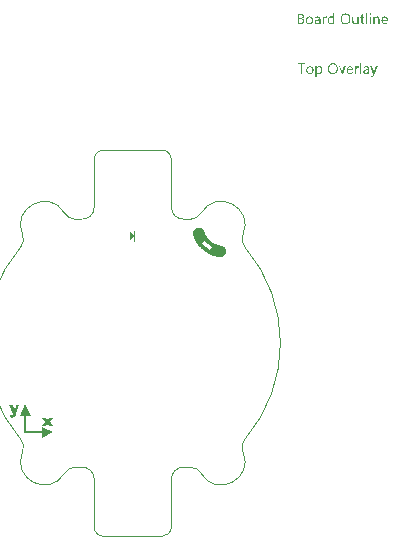
<source format=gto>
G04*
G04 #@! TF.GenerationSoftware,Altium Limited,Altium Designer,21.9.2 (33)*
G04*
G04 Layer_Color=65535*
%FSAX25Y25*%
%MOIN*%
G70*
G04*
G04 #@! TF.SameCoordinates,068316DF-13B4-460B-9515-79FEAC0EB225*
G04*
G04*
G04 #@! TF.FilePolarity,Positive*
G04*
G01*
G75*
%ADD10C,0.00394*%
G36*
X0079229Y0110019D02*
X0079254D01*
X0079309Y0109995D01*
X0079340Y0109976D01*
X0079371Y0109951D01*
X0079377Y0109945D01*
X0079383Y0109939D01*
X0079414Y0109902D01*
X0079439Y0109840D01*
X0079445Y0109803D01*
X0079452Y0109766D01*
Y0109759D01*
Y0109747D01*
X0079445Y0109729D01*
X0079439Y0109704D01*
X0079421Y0109642D01*
X0079396Y0109611D01*
X0079371Y0109580D01*
X0079365D01*
X0079359Y0109567D01*
X0079322Y0109543D01*
X0079266Y0109518D01*
X0079229Y0109512D01*
X0079192Y0109506D01*
X0079173D01*
X0079154Y0109512D01*
X0079130D01*
X0079068Y0109537D01*
X0079037Y0109549D01*
X0079006Y0109574D01*
Y0109580D01*
X0078994Y0109586D01*
X0078981Y0109605D01*
X0078969Y0109623D01*
X0078944Y0109685D01*
X0078938Y0109722D01*
X0078932Y0109766D01*
Y0109772D01*
Y0109784D01*
X0078938Y0109803D01*
X0078944Y0109834D01*
X0078963Y0109889D01*
X0078981Y0109920D01*
X0079006Y0109951D01*
X0079012Y0109958D01*
X0079018Y0109964D01*
X0079056Y0109988D01*
X0079117Y0110013D01*
X0079154Y0110026D01*
X0079210D01*
X0079229Y0110019D01*
D02*
G37*
G36*
X0067239Y0106355D02*
X0066836D01*
Y0106776D01*
X0066824D01*
Y0106770D01*
X0066812Y0106757D01*
X0066793Y0106732D01*
X0066774Y0106702D01*
X0066744Y0106664D01*
X0066706Y0106627D01*
X0066663Y0106584D01*
X0066614Y0106541D01*
X0066558Y0106491D01*
X0066490Y0106448D01*
X0066422Y0106411D01*
X0066341Y0106374D01*
X0066261Y0106343D01*
X0066168Y0106318D01*
X0066069Y0106305D01*
X0065964Y0106299D01*
X0065920D01*
X0065883Y0106305D01*
X0065846Y0106312D01*
X0065797Y0106318D01*
X0065691Y0106343D01*
X0065567Y0106380D01*
X0065444Y0106442D01*
X0065376Y0106479D01*
X0065320Y0106522D01*
X0065258Y0106578D01*
X0065202Y0106633D01*
Y0106640D01*
X0065190Y0106652D01*
X0065178Y0106671D01*
X0065159Y0106695D01*
X0065140Y0106726D01*
X0065116Y0106770D01*
X0065091Y0106819D01*
X0065066Y0106875D01*
X0065035Y0106937D01*
X0065010Y0107005D01*
X0064986Y0107079D01*
X0064967Y0107160D01*
X0064948Y0107246D01*
X0064936Y0107345D01*
X0064930Y0107444D01*
X0064924Y0107550D01*
Y0107556D01*
Y0107574D01*
Y0107612D01*
X0064930Y0107655D01*
X0064936Y0107704D01*
X0064942Y0107766D01*
X0064948Y0107834D01*
X0064961Y0107909D01*
X0064998Y0108070D01*
X0065054Y0108237D01*
X0065091Y0108317D01*
X0065134Y0108398D01*
X0065178Y0108472D01*
X0065233Y0108546D01*
X0065239Y0108552D01*
X0065246Y0108565D01*
X0065264Y0108583D01*
X0065289Y0108608D01*
X0065320Y0108633D01*
X0065363Y0108664D01*
X0065407Y0108701D01*
X0065456Y0108738D01*
X0065580Y0108806D01*
X0065722Y0108868D01*
X0065803Y0108887D01*
X0065889Y0108905D01*
X0065976Y0108918D01*
X0066075Y0108924D01*
X0066124D01*
X0066162Y0108918D01*
X0066199Y0108911D01*
X0066248Y0108905D01*
X0066360Y0108874D01*
X0066484Y0108825D01*
X0066545Y0108794D01*
X0066607Y0108750D01*
X0066669Y0108707D01*
X0066725Y0108651D01*
X0066774Y0108589D01*
X0066824Y0108515D01*
X0066836D01*
Y0110075D01*
X0067239D01*
Y0106355D01*
D02*
G37*
G36*
X0081507Y0108918D02*
X0081581Y0108911D01*
X0081674Y0108893D01*
X0081773Y0108862D01*
X0081878Y0108812D01*
X0081983Y0108744D01*
X0082027Y0108707D01*
X0082070Y0108658D01*
X0082082Y0108645D01*
X0082107Y0108608D01*
X0082138Y0108546D01*
X0082181Y0108459D01*
X0082219Y0108354D01*
X0082256Y0108224D01*
X0082280Y0108070D01*
X0082287Y0107890D01*
Y0106355D01*
X0081884D01*
Y0107785D01*
Y0107791D01*
Y0107822D01*
X0081878Y0107859D01*
Y0107909D01*
X0081866Y0107970D01*
X0081853Y0108039D01*
X0081835Y0108113D01*
X0081810Y0108187D01*
X0081779Y0108261D01*
X0081742Y0108329D01*
X0081692Y0108398D01*
X0081637Y0108459D01*
X0081575Y0108509D01*
X0081494Y0108546D01*
X0081408Y0108577D01*
X0081302Y0108583D01*
X0081290D01*
X0081253Y0108577D01*
X0081197Y0108571D01*
X0081129Y0108552D01*
X0081049Y0108528D01*
X0080962Y0108484D01*
X0080882Y0108429D01*
X0080801Y0108354D01*
X0080795Y0108342D01*
X0080770Y0108317D01*
X0080739Y0108268D01*
X0080702Y0108200D01*
X0080665Y0108119D01*
X0080634Y0108020D01*
X0080609Y0107909D01*
X0080603Y0107785D01*
Y0106355D01*
X0080201D01*
Y0108868D01*
X0080603D01*
Y0108447D01*
X0080615D01*
X0080621Y0108453D01*
X0080628Y0108466D01*
X0080646Y0108491D01*
X0080671Y0108521D01*
X0080696Y0108559D01*
X0080733Y0108596D01*
X0080776Y0108639D01*
X0080826Y0108689D01*
X0080882Y0108732D01*
X0080943Y0108775D01*
X0081011Y0108812D01*
X0081086Y0108850D01*
X0081160Y0108880D01*
X0081247Y0108905D01*
X0081340Y0108918D01*
X0081439Y0108924D01*
X0081476D01*
X0081507Y0108918D01*
D02*
G37*
G36*
X0064509Y0108905D02*
X0064583Y0108899D01*
X0064627Y0108887D01*
X0064657Y0108874D01*
Y0108459D01*
X0064651Y0108466D01*
X0064639Y0108472D01*
X0064614Y0108484D01*
X0064583Y0108503D01*
X0064540Y0108515D01*
X0064484Y0108528D01*
X0064422Y0108534D01*
X0064354Y0108540D01*
X0064342D01*
X0064311Y0108534D01*
X0064261Y0108528D01*
X0064206Y0108509D01*
X0064131Y0108478D01*
X0064063Y0108435D01*
X0063989Y0108373D01*
X0063921Y0108292D01*
X0063915Y0108280D01*
X0063896Y0108249D01*
X0063865Y0108193D01*
X0063834Y0108119D01*
X0063803Y0108026D01*
X0063772Y0107909D01*
X0063754Y0107779D01*
X0063748Y0107630D01*
Y0106355D01*
X0063345D01*
Y0108868D01*
X0063748D01*
Y0108348D01*
X0063760D01*
Y0108354D01*
X0063766Y0108361D01*
X0063779Y0108391D01*
X0063797Y0108441D01*
X0063828Y0108503D01*
X0063859Y0108565D01*
X0063908Y0108633D01*
X0063958Y0108701D01*
X0064020Y0108763D01*
X0064026Y0108769D01*
X0064051Y0108788D01*
X0064088Y0108812D01*
X0064138Y0108837D01*
X0064193Y0108862D01*
X0064261Y0108887D01*
X0064336Y0108905D01*
X0064416Y0108911D01*
X0064472D01*
X0064509Y0108905D01*
D02*
G37*
G36*
X0075249Y0106355D02*
X0074846D01*
Y0106751D01*
X0074834D01*
Y0106745D01*
X0074822Y0106732D01*
X0074809Y0106708D01*
X0074784Y0106683D01*
X0074729Y0106609D01*
X0074642Y0106528D01*
X0074593Y0106485D01*
X0074537Y0106442D01*
X0074475Y0106404D01*
X0074401Y0106367D01*
X0074326Y0106343D01*
X0074246Y0106318D01*
X0074153Y0106305D01*
X0074060Y0106299D01*
X0074023D01*
X0073980Y0106305D01*
X0073918Y0106318D01*
X0073850Y0106330D01*
X0073775Y0106355D01*
X0073695Y0106386D01*
X0073614Y0106435D01*
X0073528Y0106491D01*
X0073447Y0106559D01*
X0073373Y0106646D01*
X0073305Y0106751D01*
X0073243Y0106869D01*
X0073200Y0107011D01*
X0073175Y0107178D01*
X0073163Y0107265D01*
Y0107364D01*
Y0108868D01*
X0073559D01*
Y0107426D01*
Y0107420D01*
Y0107395D01*
X0073565Y0107352D01*
X0073571Y0107302D01*
X0073577Y0107240D01*
X0073590Y0107178D01*
X0073608Y0107104D01*
X0073633Y0107030D01*
X0073670Y0106955D01*
X0073707Y0106887D01*
X0073757Y0106819D01*
X0073819Y0106757D01*
X0073887Y0106708D01*
X0073967Y0106671D01*
X0074066Y0106640D01*
X0074172Y0106633D01*
X0074184D01*
X0074221Y0106640D01*
X0074277Y0106646D01*
X0074339Y0106658D01*
X0074419Y0106689D01*
X0074500Y0106726D01*
X0074580Y0106776D01*
X0074654Y0106850D01*
X0074661Y0106862D01*
X0074685Y0106887D01*
X0074716Y0106937D01*
X0074753Y0107005D01*
X0074784Y0107085D01*
X0074815Y0107184D01*
X0074840Y0107296D01*
X0074846Y0107420D01*
Y0108868D01*
X0075249D01*
Y0106355D01*
D02*
G37*
G36*
X0079383D02*
X0078981D01*
Y0108868D01*
X0079383D01*
Y0106355D01*
D02*
G37*
G36*
X0078164D02*
X0077762D01*
Y0110075D01*
X0078164D01*
Y0106355D01*
D02*
G37*
G36*
X0061785Y0108918D02*
X0061841Y0108911D01*
X0061909Y0108893D01*
X0061983Y0108874D01*
X0062064Y0108843D01*
X0062151Y0108806D01*
X0062231Y0108757D01*
X0062312Y0108695D01*
X0062386Y0108621D01*
X0062454Y0108528D01*
X0062510Y0108422D01*
X0062553Y0108299D01*
X0062578Y0108156D01*
X0062590Y0107989D01*
Y0106355D01*
X0062188D01*
Y0106745D01*
X0062175D01*
Y0106739D01*
X0062163Y0106726D01*
X0062151Y0106702D01*
X0062126Y0106677D01*
X0062064Y0106603D01*
X0061983Y0106522D01*
X0061872Y0106442D01*
X0061742Y0106367D01*
X0061662Y0106343D01*
X0061581Y0106318D01*
X0061494Y0106305D01*
X0061402Y0106299D01*
X0061364D01*
X0061340Y0106305D01*
X0061272Y0106312D01*
X0061191Y0106324D01*
X0061092Y0106349D01*
X0060999Y0106380D01*
X0060900Y0106429D01*
X0060813Y0106491D01*
X0060807Y0106503D01*
X0060783Y0106528D01*
X0060745Y0106572D01*
X0060708Y0106633D01*
X0060671Y0106708D01*
X0060634Y0106794D01*
X0060609Y0106900D01*
X0060603Y0107017D01*
Y0107024D01*
Y0107048D01*
X0060609Y0107085D01*
X0060615Y0107129D01*
X0060628Y0107184D01*
X0060646Y0107246D01*
X0060671Y0107314D01*
X0060708Y0107383D01*
X0060752Y0107457D01*
X0060807Y0107531D01*
X0060875Y0107599D01*
X0060956Y0107661D01*
X0061049Y0107723D01*
X0061160Y0107772D01*
X0061284Y0107810D01*
X0061432Y0107841D01*
X0062188Y0107946D01*
Y0107952D01*
Y0107970D01*
X0062182Y0108008D01*
Y0108045D01*
X0062169Y0108094D01*
X0062163Y0108150D01*
X0062126Y0108268D01*
X0062095Y0108323D01*
X0062064Y0108379D01*
X0062021Y0108435D01*
X0061971Y0108484D01*
X0061909Y0108528D01*
X0061841Y0108559D01*
X0061761Y0108577D01*
X0061668Y0108583D01*
X0061624D01*
X0061594Y0108577D01*
X0061550D01*
X0061507Y0108565D01*
X0061395Y0108546D01*
X0061272Y0108509D01*
X0061135Y0108453D01*
X0061061Y0108416D01*
X0060993Y0108379D01*
X0060919Y0108329D01*
X0060851Y0108274D01*
Y0108689D01*
X0060857D01*
X0060869Y0108701D01*
X0060888Y0108713D01*
X0060919Y0108726D01*
X0060950Y0108744D01*
X0060993Y0108763D01*
X0061043Y0108781D01*
X0061098Y0108806D01*
X0061222Y0108850D01*
X0061371Y0108887D01*
X0061532Y0108911D01*
X0061705Y0108924D01*
X0061742D01*
X0061785Y0108918D01*
D02*
G37*
G36*
X0056097Y0109865D02*
X0056140D01*
X0056183Y0109859D01*
X0056282Y0109846D01*
X0056400Y0109815D01*
X0056524Y0109778D01*
X0056642Y0109722D01*
X0056747Y0109648D01*
X0056753D01*
X0056759Y0109636D01*
X0056790Y0109611D01*
X0056833Y0109561D01*
X0056883Y0109493D01*
X0056926Y0109407D01*
X0056969Y0109308D01*
X0057000Y0109196D01*
X0057013Y0109134D01*
Y0109066D01*
Y0109060D01*
Y0109054D01*
Y0109017D01*
X0057007Y0108961D01*
X0056994Y0108893D01*
X0056976Y0108806D01*
X0056945Y0108720D01*
X0056908Y0108633D01*
X0056852Y0108546D01*
X0056846Y0108534D01*
X0056821Y0108509D01*
X0056784Y0108472D01*
X0056734Y0108422D01*
X0056672Y0108373D01*
X0056598Y0108317D01*
X0056505Y0108274D01*
X0056406Y0108230D01*
Y0108224D01*
X0056425D01*
X0056443Y0108218D01*
X0056462Y0108212D01*
X0056530Y0108200D01*
X0056611Y0108175D01*
X0056697Y0108138D01*
X0056790Y0108094D01*
X0056883Y0108032D01*
X0056969Y0107952D01*
X0056982Y0107940D01*
X0057007Y0107909D01*
X0057038Y0107865D01*
X0057081Y0107797D01*
X0057118Y0107711D01*
X0057155Y0107612D01*
X0057180Y0107494D01*
X0057186Y0107364D01*
Y0107358D01*
Y0107345D01*
Y0107321D01*
X0057180Y0107290D01*
X0057174Y0107253D01*
X0057168Y0107209D01*
X0057143Y0107104D01*
X0057106Y0106986D01*
X0057050Y0106862D01*
X0057013Y0106807D01*
X0056969Y0106745D01*
X0056914Y0106689D01*
X0056858Y0106633D01*
X0056852D01*
X0056846Y0106621D01*
X0056827Y0106609D01*
X0056802Y0106590D01*
X0056771Y0106572D01*
X0056728Y0106547D01*
X0056635Y0106497D01*
X0056518Y0106442D01*
X0056381Y0106398D01*
X0056221Y0106367D01*
X0056140Y0106361D01*
X0056047Y0106355D01*
X0055020D01*
Y0109871D01*
X0056066D01*
X0056097Y0109865D01*
D02*
G37*
G36*
X0076592Y0108868D02*
X0077229D01*
Y0108521D01*
X0076592D01*
Y0107104D01*
Y0107091D01*
Y0107061D01*
X0076598Y0107017D01*
X0076604Y0106962D01*
X0076629Y0106844D01*
X0076648Y0106788D01*
X0076679Y0106745D01*
X0076685Y0106739D01*
X0076697Y0106726D01*
X0076716Y0106714D01*
X0076747Y0106695D01*
X0076784Y0106671D01*
X0076833Y0106658D01*
X0076895Y0106646D01*
X0076963Y0106640D01*
X0076988D01*
X0077019Y0106646D01*
X0077056Y0106652D01*
X0077143Y0106677D01*
X0077186Y0106695D01*
X0077229Y0106720D01*
Y0106374D01*
X0077223D01*
X0077205Y0106361D01*
X0077174Y0106355D01*
X0077130Y0106343D01*
X0077075Y0106330D01*
X0077013Y0106318D01*
X0076938Y0106312D01*
X0076852Y0106305D01*
X0076821D01*
X0076790Y0106312D01*
X0076747Y0106318D01*
X0076697Y0106330D01*
X0076641Y0106343D01*
X0076586Y0106367D01*
X0076524Y0106398D01*
X0076462Y0106435D01*
X0076400Y0106485D01*
X0076344Y0106541D01*
X0076295Y0106615D01*
X0076251Y0106695D01*
X0076220Y0106794D01*
X0076196Y0106906D01*
X0076190Y0107036D01*
Y0108521D01*
X0075762D01*
Y0108868D01*
X0076190D01*
Y0109481D01*
X0076592Y0109611D01*
Y0108868D01*
D02*
G37*
G36*
X0084119Y0108918D02*
X0084162Y0108911D01*
X0084206Y0108905D01*
X0084317Y0108887D01*
X0084441Y0108843D01*
X0084565Y0108788D01*
X0084627Y0108750D01*
X0084688Y0108707D01*
X0084744Y0108658D01*
X0084800Y0108602D01*
X0084806Y0108596D01*
X0084812Y0108589D01*
X0084825Y0108571D01*
X0084843Y0108546D01*
X0084862Y0108509D01*
X0084886Y0108472D01*
X0084911Y0108429D01*
X0084936Y0108373D01*
X0084961Y0108311D01*
X0084986Y0108249D01*
X0085010Y0108175D01*
X0085029Y0108094D01*
X0085047Y0108008D01*
X0085060Y0107921D01*
X0085072Y0107822D01*
Y0107717D01*
Y0107506D01*
X0083296D01*
Y0107500D01*
Y0107488D01*
Y0107469D01*
X0083302Y0107438D01*
X0083308Y0107401D01*
Y0107364D01*
X0083327Y0107265D01*
X0083358Y0107166D01*
X0083395Y0107054D01*
X0083450Y0106949D01*
X0083518Y0106856D01*
X0083531Y0106844D01*
X0083556Y0106819D01*
X0083605Y0106788D01*
X0083673Y0106745D01*
X0083760Y0106702D01*
X0083859Y0106671D01*
X0083977Y0106646D01*
X0084113Y0106633D01*
X0084156D01*
X0084187Y0106640D01*
X0084224D01*
X0084267Y0106646D01*
X0084373Y0106671D01*
X0084490Y0106702D01*
X0084620Y0106751D01*
X0084756Y0106819D01*
X0084825Y0106862D01*
X0084893Y0106912D01*
Y0106534D01*
X0084886D01*
X0084880Y0106522D01*
X0084862Y0106516D01*
X0084831Y0106497D01*
X0084800Y0106479D01*
X0084763Y0106460D01*
X0084713Y0106442D01*
X0084664Y0106417D01*
X0084602Y0106392D01*
X0084534Y0106374D01*
X0084385Y0106336D01*
X0084212Y0106312D01*
X0084020Y0106299D01*
X0083970D01*
X0083933Y0106305D01*
X0083890Y0106312D01*
X0083834Y0106318D01*
X0083716Y0106343D01*
X0083580Y0106380D01*
X0083444Y0106442D01*
X0083376Y0106485D01*
X0083308Y0106528D01*
X0083246Y0106578D01*
X0083184Y0106640D01*
X0083178Y0106646D01*
X0083172Y0106658D01*
X0083159Y0106677D01*
X0083135Y0106702D01*
X0083116Y0106739D01*
X0083091Y0106782D01*
X0083060Y0106832D01*
X0083036Y0106887D01*
X0083005Y0106949D01*
X0082980Y0107024D01*
X0082949Y0107104D01*
X0082930Y0107191D01*
X0082912Y0107283D01*
X0082893Y0107383D01*
X0082887Y0107488D01*
X0082881Y0107599D01*
Y0107605D01*
Y0107624D01*
Y0107655D01*
X0082887Y0107698D01*
X0082893Y0107748D01*
X0082899Y0107803D01*
X0082906Y0107871D01*
X0082924Y0107940D01*
X0082961Y0108088D01*
X0083017Y0108249D01*
X0083054Y0108329D01*
X0083104Y0108404D01*
X0083153Y0108484D01*
X0083209Y0108552D01*
X0083215Y0108559D01*
X0083227Y0108571D01*
X0083246Y0108589D01*
X0083271Y0108608D01*
X0083302Y0108639D01*
X0083339Y0108670D01*
X0083389Y0108701D01*
X0083438Y0108738D01*
X0083556Y0108806D01*
X0083698Y0108868D01*
X0083778Y0108887D01*
X0083859Y0108905D01*
X0083946Y0108918D01*
X0084038Y0108924D01*
X0084088D01*
X0084119Y0108918D01*
D02*
G37*
G36*
X0071077Y0109927D02*
X0071139Y0109920D01*
X0071213Y0109908D01*
X0071293Y0109889D01*
X0071380Y0109871D01*
X0071466Y0109846D01*
X0071566Y0109815D01*
X0071658Y0109772D01*
X0071757Y0109722D01*
X0071856Y0109667D01*
X0071949Y0109599D01*
X0072042Y0109524D01*
X0072129Y0109438D01*
X0072135Y0109431D01*
X0072147Y0109413D01*
X0072172Y0109388D01*
X0072197Y0109351D01*
X0072234Y0109301D01*
X0072271Y0109239D01*
X0072308Y0109171D01*
X0072352Y0109097D01*
X0072395Y0109004D01*
X0072432Y0108911D01*
X0072469Y0108806D01*
X0072506Y0108689D01*
X0072531Y0108571D01*
X0072556Y0108441D01*
X0072568Y0108299D01*
X0072575Y0108156D01*
Y0108144D01*
Y0108119D01*
Y0108076D01*
X0072568Y0108014D01*
X0072562Y0107940D01*
X0072550Y0107859D01*
X0072537Y0107766D01*
X0072519Y0107661D01*
X0072494Y0107556D01*
X0072463Y0107444D01*
X0072426Y0107333D01*
X0072383Y0107221D01*
X0072327Y0107104D01*
X0072265Y0106999D01*
X0072197Y0106894D01*
X0072117Y0106794D01*
X0072110Y0106788D01*
X0072098Y0106776D01*
X0072067Y0106751D01*
X0072036Y0106720D01*
X0071987Y0106677D01*
X0071931Y0106640D01*
X0071869Y0106590D01*
X0071795Y0106547D01*
X0071714Y0106503D01*
X0071621Y0106454D01*
X0071522Y0106417D01*
X0071411Y0106380D01*
X0071293Y0106343D01*
X0071169Y0106318D01*
X0071039Y0106305D01*
X0070897Y0106299D01*
X0070866D01*
X0070823Y0106305D01*
X0070773D01*
X0070711Y0106312D01*
X0070637Y0106324D01*
X0070557Y0106343D01*
X0070464Y0106361D01*
X0070371Y0106386D01*
X0070272Y0106417D01*
X0070173Y0106460D01*
X0070074Y0106503D01*
X0069975Y0106559D01*
X0069876Y0106627D01*
X0069783Y0106702D01*
X0069696Y0106788D01*
X0069690Y0106794D01*
X0069678Y0106813D01*
X0069653Y0106838D01*
X0069628Y0106875D01*
X0069591Y0106924D01*
X0069554Y0106986D01*
X0069517Y0107054D01*
X0069473Y0107135D01*
X0069430Y0107221D01*
X0069393Y0107314D01*
X0069356Y0107420D01*
X0069319Y0107537D01*
X0069294Y0107655D01*
X0069269Y0107785D01*
X0069257Y0107927D01*
X0069251Y0108070D01*
Y0108082D01*
Y0108107D01*
X0069257Y0108150D01*
Y0108212D01*
X0069263Y0108280D01*
X0069275Y0108367D01*
X0069288Y0108459D01*
X0069306Y0108559D01*
X0069331Y0108664D01*
X0069362Y0108775D01*
X0069399Y0108887D01*
X0069442Y0108998D01*
X0069498Y0109109D01*
X0069560Y0109221D01*
X0069628Y0109326D01*
X0069709Y0109425D01*
X0069715Y0109431D01*
X0069727Y0109450D01*
X0069758Y0109475D01*
X0069795Y0109506D01*
X0069839Y0109543D01*
X0069894Y0109586D01*
X0069962Y0109629D01*
X0070037Y0109679D01*
X0070123Y0109729D01*
X0070216Y0109772D01*
X0070315Y0109815D01*
X0070427Y0109852D01*
X0070550Y0109883D01*
X0070680Y0109914D01*
X0070817Y0109927D01*
X0070959Y0109933D01*
X0071027D01*
X0071077Y0109927D01*
D02*
G37*
G36*
X0059049Y0108918D02*
X0059093Y0108911D01*
X0059148Y0108905D01*
X0059272Y0108880D01*
X0059415Y0108837D01*
X0059557Y0108775D01*
X0059631Y0108738D01*
X0059699Y0108695D01*
X0059767Y0108639D01*
X0059829Y0108577D01*
X0059835Y0108571D01*
X0059842Y0108559D01*
X0059860Y0108540D01*
X0059879Y0108515D01*
X0059904Y0108478D01*
X0059928Y0108435D01*
X0059959Y0108385D01*
X0059990Y0108329D01*
X0060015Y0108261D01*
X0060046Y0108193D01*
X0060071Y0108113D01*
X0060096Y0108026D01*
X0060114Y0107933D01*
X0060133Y0107834D01*
X0060139Y0107729D01*
X0060145Y0107618D01*
Y0107612D01*
Y0107593D01*
Y0107562D01*
X0060139Y0107519D01*
X0060133Y0107469D01*
X0060126Y0107407D01*
X0060114Y0107345D01*
X0060102Y0107271D01*
X0060065Y0107123D01*
X0060003Y0106962D01*
X0059965Y0106881D01*
X0059916Y0106801D01*
X0059866Y0106726D01*
X0059805Y0106658D01*
X0059798Y0106652D01*
X0059786Y0106646D01*
X0059767Y0106627D01*
X0059743Y0106603D01*
X0059706Y0106578D01*
X0059668Y0106547D01*
X0059619Y0106510D01*
X0059563Y0106479D01*
X0059501Y0106448D01*
X0059433Y0106411D01*
X0059359Y0106380D01*
X0059278Y0106355D01*
X0059192Y0106330D01*
X0059099Y0106318D01*
X0059000Y0106305D01*
X0058895Y0106299D01*
X0058839D01*
X0058802Y0106305D01*
X0058758Y0106312D01*
X0058703Y0106318D01*
X0058641Y0106330D01*
X0058573Y0106343D01*
X0058430Y0106386D01*
X0058282Y0106448D01*
X0058207Y0106485D01*
X0058139Y0106534D01*
X0058071Y0106584D01*
X0058003Y0106646D01*
X0057997Y0106652D01*
X0057991Y0106664D01*
X0057972Y0106683D01*
X0057954Y0106708D01*
X0057929Y0106745D01*
X0057898Y0106788D01*
X0057867Y0106838D01*
X0057842Y0106894D01*
X0057811Y0106962D01*
X0057780Y0107030D01*
X0057749Y0107104D01*
X0057725Y0107191D01*
X0057688Y0107376D01*
X0057681Y0107475D01*
X0057675Y0107580D01*
Y0107587D01*
Y0107612D01*
Y0107642D01*
X0057681Y0107686D01*
X0057688Y0107735D01*
X0057694Y0107797D01*
X0057706Y0107865D01*
X0057718Y0107940D01*
X0057756Y0108100D01*
X0057818Y0108261D01*
X0057861Y0108342D01*
X0057904Y0108422D01*
X0057954Y0108497D01*
X0058016Y0108565D01*
X0058022Y0108571D01*
X0058034Y0108583D01*
X0058053Y0108596D01*
X0058078Y0108621D01*
X0058115Y0108645D01*
X0058158Y0108676D01*
X0058207Y0108713D01*
X0058263Y0108744D01*
X0058325Y0108775D01*
X0058399Y0108812D01*
X0058474Y0108843D01*
X0058560Y0108868D01*
X0058647Y0108893D01*
X0058746Y0108911D01*
X0058851Y0108918D01*
X0058956Y0108924D01*
X0059012D01*
X0059049Y0108918D01*
D02*
G37*
G36*
X0062262Y0092328D02*
X0062305Y0092321D01*
X0062349Y0092315D01*
X0062460Y0092291D01*
X0062584Y0092253D01*
X0062708Y0092191D01*
X0062770Y0092154D01*
X0062831Y0092105D01*
X0062887Y0092055D01*
X0062943Y0091993D01*
X0062949Y0091987D01*
X0062955Y0091981D01*
X0062968Y0091956D01*
X0062986Y0091931D01*
X0063005Y0091900D01*
X0063029Y0091857D01*
X0063054Y0091808D01*
X0063079Y0091758D01*
X0063104Y0091696D01*
X0063129Y0091628D01*
X0063153Y0091554D01*
X0063172Y0091473D01*
X0063203Y0091294D01*
X0063215Y0091195D01*
Y0091090D01*
Y0091083D01*
Y0091065D01*
Y0091028D01*
X0063209Y0090984D01*
Y0090935D01*
X0063197Y0090873D01*
X0063191Y0090805D01*
X0063178Y0090731D01*
X0063141Y0090570D01*
X0063085Y0090403D01*
X0063048Y0090322D01*
X0063011Y0090242D01*
X0062962Y0090161D01*
X0062906Y0090087D01*
X0062900Y0090081D01*
X0062893Y0090068D01*
X0062875Y0090050D01*
X0062850Y0090031D01*
X0062819Y0090000D01*
X0062782Y0089969D01*
X0062739Y0089932D01*
X0062689Y0089901D01*
X0062633Y0089864D01*
X0062572Y0089827D01*
X0062423Y0089771D01*
X0062343Y0089746D01*
X0062262Y0089728D01*
X0062169Y0089715D01*
X0062070Y0089709D01*
X0062021D01*
X0061990Y0089715D01*
X0061946Y0089722D01*
X0061903Y0089734D01*
X0061791Y0089759D01*
X0061674Y0089808D01*
X0061606Y0089845D01*
X0061544Y0089883D01*
X0061482Y0089932D01*
X0061426Y0089988D01*
X0061364Y0090050D01*
X0061315Y0090124D01*
X0061303D01*
Y0088614D01*
X0060900D01*
Y0092278D01*
X0061303D01*
Y0091832D01*
X0061315D01*
X0061321Y0091839D01*
X0061327Y0091857D01*
X0061346Y0091882D01*
X0061371Y0091913D01*
X0061402Y0091950D01*
X0061439Y0091993D01*
X0061482Y0092037D01*
X0061538Y0092086D01*
X0061594Y0092129D01*
X0061655Y0092173D01*
X0061730Y0092216D01*
X0061804Y0092253D01*
X0061891Y0092291D01*
X0061983Y0092315D01*
X0062076Y0092328D01*
X0062182Y0092334D01*
X0062231D01*
X0062262Y0092328D01*
D02*
G37*
G36*
X0075218Y0092315D02*
X0075292Y0092309D01*
X0075335Y0092297D01*
X0075366Y0092284D01*
Y0091870D01*
X0075360Y0091876D01*
X0075348Y0091882D01*
X0075323Y0091894D01*
X0075292Y0091913D01*
X0075249Y0091925D01*
X0075193Y0091938D01*
X0075131Y0091944D01*
X0075063Y0091950D01*
X0075050D01*
X0075020Y0091944D01*
X0074970Y0091938D01*
X0074914Y0091919D01*
X0074840Y0091888D01*
X0074772Y0091845D01*
X0074698Y0091783D01*
X0074630Y0091702D01*
X0074623Y0091690D01*
X0074605Y0091659D01*
X0074574Y0091603D01*
X0074543Y0091529D01*
X0074512Y0091436D01*
X0074481Y0091319D01*
X0074462Y0091189D01*
X0074456Y0091040D01*
Y0089765D01*
X0074054D01*
Y0092278D01*
X0074456D01*
Y0091758D01*
X0074469D01*
Y0091764D01*
X0074475Y0091770D01*
X0074487Y0091802D01*
X0074506Y0091851D01*
X0074537Y0091913D01*
X0074568Y0091975D01*
X0074617Y0092043D01*
X0074667Y0092111D01*
X0074729Y0092173D01*
X0074735Y0092179D01*
X0074760Y0092198D01*
X0074797Y0092222D01*
X0074846Y0092247D01*
X0074902Y0092272D01*
X0074970Y0092297D01*
X0075044Y0092315D01*
X0075125Y0092321D01*
X0075181D01*
X0075218Y0092315D01*
D02*
G37*
G36*
X0080423Y0089363D02*
X0080417Y0089356D01*
X0080411Y0089332D01*
X0080392Y0089288D01*
X0080368Y0089239D01*
X0080337Y0089183D01*
X0080294Y0089115D01*
X0080250Y0089047D01*
X0080201Y0088973D01*
X0080139Y0088898D01*
X0080077Y0088830D01*
X0080002Y0088762D01*
X0079922Y0088706D01*
X0079842Y0088657D01*
X0079749Y0088614D01*
X0079656Y0088589D01*
X0079551Y0088583D01*
X0079495D01*
X0079458Y0088589D01*
X0079377Y0088601D01*
X0079291Y0088620D01*
Y0088979D01*
X0079297D01*
X0079315Y0088973D01*
X0079340Y0088967D01*
X0079371Y0088960D01*
X0079445Y0088942D01*
X0079526Y0088936D01*
X0079538D01*
X0079575Y0088942D01*
X0079631Y0088954D01*
X0079699Y0088979D01*
X0079773Y0089022D01*
X0079811Y0089053D01*
X0079848Y0089090D01*
X0079885Y0089127D01*
X0079922Y0089177D01*
X0079953Y0089233D01*
X0079984Y0089294D01*
X0080188Y0089765D01*
X0079204Y0092278D01*
X0079650D01*
X0080331Y0090341D01*
Y0090334D01*
X0080337Y0090322D01*
X0080343Y0090303D01*
X0080349Y0090279D01*
X0080355Y0090242D01*
X0080368Y0090205D01*
X0080380Y0090149D01*
X0080399D01*
Y0090161D01*
X0080411Y0090198D01*
X0080423Y0090254D01*
X0080448Y0090334D01*
X0081160Y0092278D01*
X0081575D01*
X0080423Y0089363D01*
D02*
G37*
G36*
X0069993Y0089765D02*
X0069597D01*
X0068644Y0092278D01*
X0069083D01*
X0069727Y0090452D01*
X0069733Y0090446D01*
X0069740Y0090421D01*
X0069752Y0090378D01*
X0069764Y0090334D01*
X0069777Y0090279D01*
X0069795Y0090217D01*
X0069814Y0090099D01*
X0069820D01*
Y0090105D01*
X0069826Y0090130D01*
X0069832Y0090167D01*
X0069839Y0090211D01*
X0069851Y0090266D01*
X0069863Y0090322D01*
X0069901Y0090440D01*
X0070569Y0092278D01*
X0070990D01*
X0069993Y0089765D01*
D02*
G37*
G36*
X0078016Y0092328D02*
X0078071Y0092321D01*
X0078139Y0092303D01*
X0078214Y0092284D01*
X0078294Y0092253D01*
X0078381Y0092216D01*
X0078461Y0092167D01*
X0078542Y0092105D01*
X0078616Y0092031D01*
X0078684Y0091938D01*
X0078740Y0091832D01*
X0078783Y0091709D01*
X0078808Y0091566D01*
X0078820Y0091399D01*
Y0089765D01*
X0078418D01*
Y0090155D01*
X0078405D01*
Y0090149D01*
X0078393Y0090136D01*
X0078381Y0090112D01*
X0078356Y0090087D01*
X0078294Y0090013D01*
X0078214Y0089932D01*
X0078102Y0089852D01*
X0077972Y0089777D01*
X0077892Y0089753D01*
X0077811Y0089728D01*
X0077725Y0089715D01*
X0077632Y0089709D01*
X0077595D01*
X0077570Y0089715D01*
X0077502Y0089722D01*
X0077421Y0089734D01*
X0077322Y0089759D01*
X0077229Y0089790D01*
X0077130Y0089839D01*
X0077044Y0089901D01*
X0077038Y0089913D01*
X0077013Y0089938D01*
X0076976Y0089982D01*
X0076938Y0090043D01*
X0076901Y0090118D01*
X0076864Y0090205D01*
X0076839Y0090310D01*
X0076833Y0090427D01*
Y0090434D01*
Y0090458D01*
X0076839Y0090495D01*
X0076846Y0090539D01*
X0076858Y0090594D01*
X0076877Y0090656D01*
X0076901Y0090724D01*
X0076938Y0090793D01*
X0076982Y0090867D01*
X0077038Y0090941D01*
X0077106Y0091009D01*
X0077186Y0091071D01*
X0077279Y0091133D01*
X0077390Y0091183D01*
X0077514Y0091220D01*
X0077663Y0091251D01*
X0078418Y0091356D01*
Y0091362D01*
Y0091381D01*
X0078412Y0091418D01*
Y0091455D01*
X0078399Y0091504D01*
X0078393Y0091560D01*
X0078356Y0091678D01*
X0078325Y0091733D01*
X0078294Y0091789D01*
X0078251Y0091845D01*
X0078201Y0091894D01*
X0078139Y0091938D01*
X0078071Y0091969D01*
X0077991Y0091987D01*
X0077898Y0091993D01*
X0077855D01*
X0077824Y0091987D01*
X0077780D01*
X0077737Y0091975D01*
X0077626Y0091956D01*
X0077502Y0091919D01*
X0077366Y0091863D01*
X0077291Y0091826D01*
X0077223Y0091789D01*
X0077149Y0091740D01*
X0077081Y0091684D01*
Y0092099D01*
X0077087D01*
X0077099Y0092111D01*
X0077118Y0092123D01*
X0077149Y0092136D01*
X0077180Y0092154D01*
X0077223Y0092173D01*
X0077273Y0092191D01*
X0077328Y0092216D01*
X0077452Y0092260D01*
X0077601Y0092297D01*
X0077762Y0092321D01*
X0077935Y0092334D01*
X0077972D01*
X0078016Y0092328D01*
D02*
G37*
G36*
X0076202Y0089765D02*
X0075800D01*
Y0093485D01*
X0076202D01*
Y0089765D01*
D02*
G37*
G36*
X0057459Y0092909D02*
X0056443D01*
Y0089765D01*
X0056035D01*
Y0092909D01*
X0055020D01*
Y0093281D01*
X0057459D01*
Y0092909D01*
D02*
G37*
G36*
X0072494Y0092328D02*
X0072537Y0092321D01*
X0072581Y0092315D01*
X0072692Y0092297D01*
X0072816Y0092253D01*
X0072940Y0092198D01*
X0073002Y0092160D01*
X0073063Y0092117D01*
X0073119Y0092068D01*
X0073175Y0092012D01*
X0073181Y0092006D01*
X0073187Y0092000D01*
X0073200Y0091981D01*
X0073218Y0091956D01*
X0073237Y0091919D01*
X0073262Y0091882D01*
X0073286Y0091839D01*
X0073311Y0091783D01*
X0073336Y0091721D01*
X0073361Y0091659D01*
X0073385Y0091585D01*
X0073404Y0091504D01*
X0073423Y0091418D01*
X0073435Y0091331D01*
X0073447Y0091232D01*
Y0091127D01*
Y0090916D01*
X0071671D01*
Y0090910D01*
Y0090898D01*
Y0090879D01*
X0071677Y0090848D01*
X0071683Y0090811D01*
Y0090774D01*
X0071702Y0090675D01*
X0071733Y0090576D01*
X0071770Y0090464D01*
X0071825Y0090359D01*
X0071894Y0090266D01*
X0071906Y0090254D01*
X0071931Y0090229D01*
X0071980Y0090198D01*
X0072048Y0090155D01*
X0072135Y0090112D01*
X0072234Y0090081D01*
X0072352Y0090056D01*
X0072488Y0090043D01*
X0072531D01*
X0072562Y0090050D01*
X0072599D01*
X0072643Y0090056D01*
X0072748Y0090081D01*
X0072865Y0090112D01*
X0072996Y0090161D01*
X0073132Y0090229D01*
X0073200Y0090273D01*
X0073268Y0090322D01*
Y0089944D01*
X0073262D01*
X0073255Y0089932D01*
X0073237Y0089926D01*
X0073206Y0089907D01*
X0073175Y0089889D01*
X0073138Y0089870D01*
X0073088Y0089852D01*
X0073039Y0089827D01*
X0072977Y0089802D01*
X0072909Y0089784D01*
X0072760Y0089746D01*
X0072587Y0089722D01*
X0072395Y0089709D01*
X0072346D01*
X0072308Y0089715D01*
X0072265Y0089722D01*
X0072209Y0089728D01*
X0072092Y0089753D01*
X0071956Y0089790D01*
X0071819Y0089852D01*
X0071751Y0089895D01*
X0071683Y0089938D01*
X0071621Y0089988D01*
X0071559Y0090050D01*
X0071553Y0090056D01*
X0071547Y0090068D01*
X0071535Y0090087D01*
X0071510Y0090112D01*
X0071491Y0090149D01*
X0071466Y0090192D01*
X0071436Y0090242D01*
X0071411Y0090297D01*
X0071380Y0090359D01*
X0071355Y0090434D01*
X0071324Y0090514D01*
X0071306Y0090601D01*
X0071287Y0090693D01*
X0071268Y0090793D01*
X0071262Y0090898D01*
X0071256Y0091009D01*
Y0091015D01*
Y0091034D01*
Y0091065D01*
X0071262Y0091108D01*
X0071268Y0091158D01*
X0071275Y0091213D01*
X0071281Y0091281D01*
X0071299Y0091350D01*
X0071337Y0091498D01*
X0071392Y0091659D01*
X0071429Y0091740D01*
X0071479Y0091814D01*
X0071528Y0091894D01*
X0071584Y0091962D01*
X0071590Y0091969D01*
X0071603Y0091981D01*
X0071621Y0092000D01*
X0071646Y0092018D01*
X0071677Y0092049D01*
X0071714Y0092080D01*
X0071764Y0092111D01*
X0071813Y0092148D01*
X0071931Y0092216D01*
X0072073Y0092278D01*
X0072154Y0092297D01*
X0072234Y0092315D01*
X0072321Y0092328D01*
X0072414Y0092334D01*
X0072463D01*
X0072494Y0092328D01*
D02*
G37*
G36*
X0066880Y0093337D02*
X0066942Y0093330D01*
X0067016Y0093318D01*
X0067096Y0093300D01*
X0067183Y0093281D01*
X0067270Y0093256D01*
X0067369Y0093225D01*
X0067462Y0093182D01*
X0067561Y0093132D01*
X0067660Y0093077D01*
X0067752Y0093009D01*
X0067845Y0092934D01*
X0067932Y0092848D01*
X0067938Y0092841D01*
X0067951Y0092823D01*
X0067975Y0092798D01*
X0068000Y0092761D01*
X0068037Y0092711D01*
X0068074Y0092650D01*
X0068111Y0092581D01*
X0068155Y0092507D01*
X0068198Y0092414D01*
X0068235Y0092321D01*
X0068273Y0092216D01*
X0068310Y0092099D01*
X0068334Y0091981D01*
X0068359Y0091851D01*
X0068371Y0091709D01*
X0068378Y0091566D01*
Y0091554D01*
Y0091529D01*
Y0091486D01*
X0068371Y0091424D01*
X0068365Y0091350D01*
X0068353Y0091269D01*
X0068341Y0091176D01*
X0068322Y0091071D01*
X0068297Y0090966D01*
X0068266Y0090854D01*
X0068229Y0090743D01*
X0068186Y0090632D01*
X0068130Y0090514D01*
X0068068Y0090409D01*
X0068000Y0090303D01*
X0067920Y0090205D01*
X0067914Y0090198D01*
X0067901Y0090186D01*
X0067870Y0090161D01*
X0067839Y0090130D01*
X0067790Y0090087D01*
X0067734Y0090050D01*
X0067672Y0090000D01*
X0067598Y0089957D01*
X0067517Y0089913D01*
X0067424Y0089864D01*
X0067325Y0089827D01*
X0067214Y0089790D01*
X0067096Y0089753D01*
X0066973Y0089728D01*
X0066843Y0089715D01*
X0066700Y0089709D01*
X0066669D01*
X0066626Y0089715D01*
X0066576D01*
X0066514Y0089722D01*
X0066440Y0089734D01*
X0066360Y0089753D01*
X0066267Y0089771D01*
X0066174Y0089796D01*
X0066075Y0089827D01*
X0065976Y0089870D01*
X0065877Y0089913D01*
X0065778Y0089969D01*
X0065679Y0090037D01*
X0065586Y0090112D01*
X0065499Y0090198D01*
X0065493Y0090205D01*
X0065481Y0090223D01*
X0065456Y0090248D01*
X0065431Y0090285D01*
X0065394Y0090334D01*
X0065357Y0090396D01*
X0065320Y0090464D01*
X0065276Y0090545D01*
X0065233Y0090632D01*
X0065196Y0090724D01*
X0065159Y0090830D01*
X0065122Y0090947D01*
X0065097Y0091065D01*
X0065072Y0091195D01*
X0065060Y0091337D01*
X0065054Y0091480D01*
Y0091492D01*
Y0091517D01*
X0065060Y0091560D01*
Y0091622D01*
X0065066Y0091690D01*
X0065078Y0091777D01*
X0065091Y0091870D01*
X0065109Y0091969D01*
X0065134Y0092074D01*
X0065165Y0092185D01*
X0065202Y0092297D01*
X0065246Y0092408D01*
X0065301Y0092519D01*
X0065363Y0092631D01*
X0065431Y0092736D01*
X0065512Y0092835D01*
X0065518Y0092841D01*
X0065530Y0092860D01*
X0065561Y0092885D01*
X0065598Y0092916D01*
X0065642Y0092953D01*
X0065697Y0092996D01*
X0065766Y0093040D01*
X0065840Y0093089D01*
X0065926Y0093138D01*
X0066019Y0093182D01*
X0066118Y0093225D01*
X0066230Y0093262D01*
X0066354Y0093293D01*
X0066484Y0093324D01*
X0066620Y0093337D01*
X0066762Y0093343D01*
X0066830D01*
X0066880Y0093337D01*
D02*
G37*
G36*
X0059161Y0092328D02*
X0059204Y0092321D01*
X0059260Y0092315D01*
X0059384Y0092291D01*
X0059526Y0092247D01*
X0059668Y0092185D01*
X0059743Y0092148D01*
X0059811Y0092105D01*
X0059879Y0092049D01*
X0059941Y0091987D01*
X0059947Y0091981D01*
X0059953Y0091969D01*
X0059972Y0091950D01*
X0059990Y0091925D01*
X0060015Y0091888D01*
X0060040Y0091845D01*
X0060071Y0091795D01*
X0060102Y0091740D01*
X0060126Y0091672D01*
X0060157Y0091603D01*
X0060182Y0091523D01*
X0060207Y0091436D01*
X0060225Y0091343D01*
X0060244Y0091244D01*
X0060250Y0091139D01*
X0060256Y0091028D01*
Y0091022D01*
Y0091003D01*
Y0090972D01*
X0060250Y0090929D01*
X0060244Y0090879D01*
X0060238Y0090817D01*
X0060225Y0090755D01*
X0060213Y0090681D01*
X0060176Y0090532D01*
X0060114Y0090372D01*
X0060077Y0090291D01*
X0060027Y0090211D01*
X0059978Y0090136D01*
X0059916Y0090068D01*
X0059910Y0090062D01*
X0059897Y0090056D01*
X0059879Y0090037D01*
X0059854Y0090013D01*
X0059817Y0089988D01*
X0059780Y0089957D01*
X0059730Y0089920D01*
X0059675Y0089889D01*
X0059613Y0089858D01*
X0059545Y0089821D01*
X0059470Y0089790D01*
X0059390Y0089765D01*
X0059303Y0089740D01*
X0059210Y0089728D01*
X0059111Y0089715D01*
X0059006Y0089709D01*
X0058950D01*
X0058913Y0089715D01*
X0058870Y0089722D01*
X0058814Y0089728D01*
X0058752Y0089740D01*
X0058684Y0089753D01*
X0058542Y0089796D01*
X0058393Y0089858D01*
X0058319Y0089895D01*
X0058251Y0089944D01*
X0058183Y0089994D01*
X0058115Y0090056D01*
X0058109Y0090062D01*
X0058102Y0090074D01*
X0058084Y0090093D01*
X0058065Y0090118D01*
X0058040Y0090155D01*
X0058009Y0090198D01*
X0057978Y0090248D01*
X0057954Y0090303D01*
X0057923Y0090372D01*
X0057892Y0090440D01*
X0057861Y0090514D01*
X0057836Y0090601D01*
X0057799Y0090786D01*
X0057793Y0090885D01*
X0057787Y0090991D01*
Y0090997D01*
Y0091022D01*
Y0091053D01*
X0057793Y0091096D01*
X0057799Y0091145D01*
X0057805Y0091207D01*
X0057818Y0091275D01*
X0057830Y0091350D01*
X0057867Y0091511D01*
X0057929Y0091672D01*
X0057972Y0091752D01*
X0058016Y0091832D01*
X0058065Y0091907D01*
X0058127Y0091975D01*
X0058133Y0091981D01*
X0058146Y0091993D01*
X0058164Y0092006D01*
X0058189Y0092031D01*
X0058226Y0092055D01*
X0058269Y0092086D01*
X0058319Y0092123D01*
X0058375Y0092154D01*
X0058437Y0092185D01*
X0058511Y0092222D01*
X0058585Y0092253D01*
X0058672Y0092278D01*
X0058758Y0092303D01*
X0058858Y0092321D01*
X0058963Y0092328D01*
X0059068Y0092334D01*
X0059124D01*
X0059161Y0092328D01*
D02*
G37*
G36*
X0000394Y0035728D02*
X-0000787Y0034154D01*
Y0037303D01*
X0000394Y0035728D01*
D02*
G37*
G36*
X0022074Y0038527D02*
X0022192Y0038520D01*
X0022308Y0038505D01*
X0022424Y0038484D01*
X0022537Y0038455D01*
X0022649Y0038420D01*
X0022759Y0038378D01*
X0022866Y0038329D01*
X0022970Y0038275D01*
X0023070Y0038214D01*
X0023166Y0038146D01*
X0023258Y0038074D01*
X0023346Y0037996D01*
X0023429Y0037912D01*
X0023506Y0037824D01*
X0023578Y0037732D01*
X0023645Y0037635D01*
X0023705Y0037534D01*
X0023759Y0037430D01*
X0023807Y0037323D01*
X0023848Y0037213D01*
X0023854Y0037197D01*
X0023854Y0037197D01*
X0023919Y0037008D01*
X0024000Y0036797D01*
X0024087Y0036588D01*
X0024182Y0036382D01*
X0024283Y0036180D01*
X0024391Y0035981D01*
X0024505Y0035786D01*
X0024626Y0035594D01*
X0024752Y0035407D01*
X0024885Y0035223D01*
X0025024Y0035045D01*
X0025168Y0034870D01*
X0025319Y0034701D01*
X0025474Y0034537D01*
X0025635Y0034378D01*
X0025801Y0034224D01*
X0025972Y0034076D01*
X0026148Y0033933D01*
X0026328Y0033796D01*
X0026513Y0033665D01*
X0026702Y0033541D01*
X0026894Y0033422D01*
X0027091Y0033310D01*
X0027291Y0033205D01*
X0027495Y0033106D01*
X0027701Y0033013D01*
X0027911Y0032928D01*
X0028123Y0032849D01*
X0028338Y0032778D01*
X0028555Y0032713D01*
X0028774Y0032656D01*
X0028994Y0032606D01*
X0029216Y0032563D01*
X0029437Y0032528D01*
X0029437Y0032528D01*
X0029460Y0032525D01*
X0029575Y0032503D01*
X0029689Y0032475D01*
X0029801Y0032440D01*
X0029911Y0032397D01*
X0030018Y0032349D01*
X0030122Y0032294D01*
X0030222Y0032233D01*
X0030318Y0032166D01*
X0030410Y0032093D01*
X0030498Y0032015D01*
X0030581Y0031932D01*
X0030658Y0031844D01*
X0030730Y0031751D01*
X0030797Y0031654D01*
X0030857Y0031554D01*
X0030911Y0031449D01*
X0030959Y0031342D01*
X0031001Y0031232D01*
X0031035Y0031120D01*
X0031063Y0031006D01*
X0031084Y0030891D01*
X0031097Y0030774D01*
X0031104Y0030657D01*
X0031104Y0030539D01*
X0031096Y0030422D01*
X0031082Y0030306D01*
X0031060Y0030190D01*
X0031032Y0030076D01*
X0030996Y0029964D01*
X0030954Y0029855D01*
X0030906Y0029748D01*
X0030851Y0029644D01*
X0030790Y0029544D01*
X0030723Y0029447D01*
X0030650Y0029355D01*
X0030572Y0029268D01*
X0030488Y0029185D01*
X0030400Y0029107D01*
X0030308Y0029035D01*
X0030211Y0028969D01*
X0030110Y0028909D01*
X0030006Y0028854D01*
X0029899Y0028807D01*
X0029789Y0028765D01*
X0029677Y0028731D01*
X0029563Y0028703D01*
X0029447Y0028682D01*
X0029331Y0028669D01*
X0029213Y0028662D01*
X0029096Y0028662D01*
X0028979Y0028670D01*
X0028886Y0028681D01*
X0028886Y0028682D01*
X0028734Y0028703D01*
X0028446Y0028753D01*
X0028159Y0028810D01*
X0027874Y0028875D01*
X0027590Y0028948D01*
X0027309Y0029028D01*
X0027030Y0029116D01*
X0026754Y0029212D01*
X0026480Y0029315D01*
X0026209Y0029425D01*
X0025941Y0029543D01*
X0025676Y0029668D01*
X0025415Y0029800D01*
X0025158Y0029939D01*
X0024904Y0030084D01*
X0024655Y0030237D01*
X0024409Y0030397D01*
X0024169Y0030562D01*
X0023932Y0030735D01*
X0023701Y0030914D01*
X0023474Y0031099D01*
X0023253Y0031290D01*
X0023036Y0031487D01*
X0022825Y0031690D01*
X0022620Y0031898D01*
X0022421Y0032112D01*
X0022227Y0032331D01*
X0022039Y0032555D01*
X0021858Y0032785D01*
X0021682Y0033019D01*
X0021513Y0033258D01*
X0021351Y0033501D01*
X0021195Y0033749D01*
X0021046Y0034001D01*
X0020904Y0034256D01*
X0020769Y0034516D01*
X0020641Y0034779D01*
X0020520Y0035045D01*
X0020407Y0035315D01*
X0020301Y0035587D01*
X0020202Y0035863D01*
X0020166Y0035974D01*
X0020165Y0035974D01*
X0020135Y0036070D01*
X0020108Y0036184D01*
X0020087Y0036299D01*
X0020073Y0036416D01*
X0020067Y0036533D01*
X0020067Y0036650D01*
X0020075Y0036768D01*
X0020089Y0036884D01*
X0020111Y0036999D01*
X0020139Y0037113D01*
X0020174Y0037225D01*
X0020216Y0037335D01*
X0020265Y0037442D01*
X0020320Y0037545D01*
X0020381Y0037646D01*
X0020448Y0037742D01*
X0020521Y0037834D01*
X0020599Y0037922D01*
X0020682Y0038005D01*
X0020770Y0038082D01*
X0020863Y0038154D01*
X0020960Y0038221D01*
X0021060Y0038281D01*
X0021164Y0038335D01*
X0021272Y0038383D01*
X0021382Y0038424D01*
X0021494Y0038459D01*
X0021608Y0038487D01*
X0021723Y0038507D01*
X0021840Y0038521D01*
X0021957Y0038528D01*
X0022074Y0038527D01*
D02*
G37*
G36*
X-0038801Y-0023547D02*
X-0038805Y-0023558D01*
X-0038808Y-0023568D01*
X-0038808Y-0023568D01*
X-0038812Y-0023579D01*
X-0038816Y-0023589D01*
X-0038820Y-0023600D01*
X-0038824Y-0023610D01*
X-0038827Y-0023620D01*
Y-0023620D01*
X-0038831Y-0023631D01*
X-0038835Y-0023641D01*
X-0038839Y-0023651D01*
X-0038843Y-0023661D01*
X-0038843Y-0023661D01*
X-0038847Y-0023671D01*
X-0038847Y-0023671D01*
X-0038851Y-0023681D01*
X-0038855Y-0023691D01*
X-0038858Y-0023701D01*
X-0038862Y-0023711D01*
X-0038866Y-0023721D01*
X-0038866Y-0023721D01*
X-0038870Y-0023731D01*
X-0038870Y-0023731D01*
X-0038874Y-0023741D01*
X-0038878Y-0023750D01*
Y-0023750D01*
X-0038882Y-0023760D01*
X-0038886Y-0023769D01*
X-0038890Y-0023779D01*
Y-0023779D01*
X-0038895Y-0023788D01*
X-0038899Y-0023798D01*
Y-0023798D01*
X-0038903Y-0023807D01*
X-0038903Y-0023807D01*
X-0038907Y-0023817D01*
X-0038911Y-0023826D01*
X-0038915Y-0023835D01*
X-0038915Y-0023835D01*
X-0038919Y-0023844D01*
X-0038923Y-0023854D01*
X-0038923Y-0023854D01*
X-0038928Y-0023863D01*
X-0038932Y-0023872D01*
Y-0023872D01*
X-0038936Y-0023881D01*
X-0038940Y-0023890D01*
X-0038940Y-0023890D01*
X-0038944Y-0023899D01*
X-0038945Y-0023899D01*
X-0038949Y-0023908D01*
X-0038949Y-0023908D01*
X-0038953Y-0023916D01*
Y-0023916D01*
X-0038957Y-0023925D01*
X-0038961Y-0023934D01*
X-0038966Y-0023943D01*
X-0038970Y-0023951D01*
X-0038970Y-0023951D01*
X-0038974Y-0023960D01*
X-0038979Y-0023968D01*
X-0038983Y-0023977D01*
X-0038988Y-0023985D01*
X-0038992Y-0023994D01*
X-0038996Y-0024002D01*
X-0039001Y-0024010D01*
Y-0024010D01*
X-0039005Y-0024018D01*
Y-0024018D01*
X-0039010Y-0024027D01*
X-0039014Y-0024035D01*
X-0039019Y-0024043D01*
X-0039019Y-0024043D01*
X-0039023Y-0024051D01*
X-0039028Y-0024059D01*
X-0039028Y-0024059D01*
X-0039032Y-0024067D01*
X-0039037Y-0024075D01*
X-0039041Y-0024083D01*
X-0039046Y-0024091D01*
Y-0024091D01*
X-0039050Y-0024098D01*
Y-0024098D01*
X-0039055Y-0024106D01*
X-0039060Y-0024114D01*
X-0039064Y-0024121D01*
X-0039069Y-0024129D01*
X-0039074Y-0024136D01*
X-0039074Y-0024136D01*
X-0039078Y-0024144D01*
X-0039083Y-0024151D01*
X-0039088Y-0024159D01*
X-0039092Y-0024166D01*
X-0039092Y-0024166D01*
X-0039097Y-0024173D01*
X-0039097Y-0024173D01*
X-0039102Y-0024181D01*
X-0039107Y-0024188D01*
X-0039111Y-0024195D01*
X-0039116Y-0024202D01*
X-0039121Y-0024209D01*
Y-0024209D01*
X-0039126Y-0024216D01*
X-0039130Y-0024223D01*
X-0039135Y-0024230D01*
X-0039140Y-0024237D01*
X-0039145Y-0024243D01*
X-0039145Y-0024243D01*
X-0039150Y-0024250D01*
X-0039155Y-0024257D01*
Y-0024257D01*
X-0039160Y-0024264D01*
X-0039165Y-0024270D01*
X-0039169Y-0024277D01*
X-0039169Y-0024277D01*
X-0039175Y-0024283D01*
X-0039180Y-0024290D01*
Y-0024290D01*
X-0039184Y-0024296D01*
X-0039189Y-0024303D01*
X-0039189Y-0024303D01*
X-0039194Y-0024309D01*
X-0039194Y-0024309D01*
X-0039200Y-0024315D01*
X-0039204Y-0024321D01*
X-0039209Y-0024328D01*
X-0039215Y-0024334D01*
X-0039220Y-0024340D01*
X-0039225Y-0024346D01*
X-0039230Y-0024352D01*
X-0039235Y-0024358D01*
X-0039240Y-0024363D01*
X-0039245Y-0024369D01*
X-0039245Y-0024369D01*
X-0039250Y-0024375D01*
X-0039256Y-0024381D01*
X-0039261Y-0024387D01*
X-0039261Y-0024387D01*
X-0039266Y-0024392D01*
X-0039266Y-0024392D01*
X-0039272Y-0024398D01*
X-0039278Y-0024405D01*
X-0039284Y-0024411D01*
X-0039290Y-0024417D01*
X-0039290Y-0024417D01*
X-0039296Y-0024423D01*
X-0039296Y-0024423D01*
X-0039301Y-0024429D01*
X-0039307Y-0024435D01*
X-0039314Y-0024441D01*
X-0039314Y-0024441D01*
X-0039320Y-0024447D01*
X-0039320Y-0024447D01*
X-0039325Y-0024452D01*
X-0039332Y-0024458D01*
X-0039338Y-0024464D01*
X-0039344Y-0024469D01*
X-0039351Y-0024475D01*
X-0039357Y-0024481D01*
X-0039357Y-0024481D01*
X-0039364Y-0024487D01*
X-0039364D01*
X-0039371Y-0024493D01*
X-0039379Y-0024500D01*
X-0039395Y-0024513D01*
X-0039395Y-0024512D01*
X-0039414Y-0024527D01*
X-0039413Y-0024528D01*
X-0039413D01*
X-0039414Y-0024527D01*
X-0039435Y-0024544D01*
X-0039435Y-0024544D01*
X-0039435D01*
X-0039435Y-0024544D01*
X-0039445Y-0024552D01*
X-0039460Y-0024562D01*
X-0039493Y-0024584D01*
X-0039493Y-0024585D01*
X-0039493Y-0024584D01*
X-0039524Y-0024604D01*
X-0039605Y-0024649D01*
X-0039611Y-0024652D01*
Y-0024652D01*
X-0039674Y-0024681D01*
X-0039673Y-0024682D01*
X-0039674Y-0024681D01*
X-0039689Y-0024689D01*
X-0039709Y-0024696D01*
Y-0024696D01*
X-0039739Y-0024707D01*
X-0039764Y-0024716D01*
X-0039763Y-0024716D01*
X-0039763D01*
X-0039764Y-0024716D01*
X-0039779Y-0024722D01*
X-0039786Y-0024723D01*
X-0039786Y-0024724D01*
X-0039806Y-0024730D01*
X-0039806D01*
X-0039825Y-0024735D01*
X-0039825D01*
X-0039843Y-0024741D01*
X-0039861Y-0024745D01*
X-0039878Y-0024749D01*
X-0039878D01*
X-0039894Y-0024753D01*
X-0039909Y-0024756D01*
X-0039924Y-0024759D01*
X-0039939Y-0024762D01*
X-0039953Y-0024765D01*
X-0039967Y-0024767D01*
X-0039981Y-0024769D01*
X-0039994Y-0024772D01*
X-0040007Y-0024773D01*
X-0040007Y-0024773D01*
X-0040020Y-0024775D01*
X-0040034Y-0024777D01*
X-0040046Y-0024778D01*
X-0040058Y-0024780D01*
X-0040070Y-0024781D01*
X-0040083Y-0024782D01*
X-0040095Y-0024783D01*
X-0040107Y-0024784D01*
X-0040118Y-0024785D01*
X-0040130Y-0024785D01*
X-0040142Y-0024786D01*
X-0040153Y-0024786D01*
X-0040165Y-0024787D01*
X-0040177Y-0024787D01*
X-0040189Y-0024788D01*
X-0040200Y-0024788D01*
X-0040211Y-0024788D01*
X-0040222Y-0024788D01*
X-0040230Y-0024788D01*
X-0040237Y-0024788D01*
X-0040245Y-0024788D01*
X-0040253Y-0024788D01*
X-0040260Y-0024788D01*
X-0040268Y-0024787D01*
X-0040275Y-0024787D01*
X-0040282Y-0024787D01*
X-0040283D01*
X-0040290Y-0024787D01*
X-0040290D01*
X-0040297Y-0024786D01*
X-0040305Y-0024786D01*
X-0040312Y-0024786D01*
X-0040320Y-0024785D01*
X-0040328Y-0024785D01*
X-0040335Y-0024785D01*
X-0040343Y-0024784D01*
X-0040350Y-0024784D01*
X-0040358Y-0024783D01*
X-0040366Y-0024783D01*
X-0040374Y-0024782D01*
X-0040381Y-0024782D01*
X-0040389Y-0024781D01*
X-0040397Y-0024780D01*
X-0040405Y-0024780D01*
X-0040413Y-0024779D01*
X-0040420Y-0024778D01*
X-0040428Y-0024778D01*
X-0040436Y-0024777D01*
X-0040444Y-0024776D01*
X-0040452Y-0024775D01*
X-0040460Y-0024774D01*
X-0040468Y-0024773D01*
X-0040476Y-0024772D01*
X-0040484Y-0024771D01*
X-0040492Y-0024771D01*
X-0040500Y-0024770D01*
X-0040500D01*
X-0040508Y-0024769D01*
X-0040517Y-0024768D01*
X-0040525Y-0024766D01*
X-0040533Y-0024765D01*
X-0040541Y-0024764D01*
X-0040550Y-0024763D01*
X-0040559Y-0024762D01*
X-0040559D01*
X-0040567Y-0024760D01*
X-0040577Y-0024759D01*
X-0040580Y-0024758D01*
X-0040587Y-0024757D01*
X-0040593Y-0024756D01*
X-0040600Y-0024755D01*
X-0040607Y-0024754D01*
X-0040614Y-0024753D01*
X-0040620Y-0024752D01*
X-0040627Y-0024751D01*
X-0040633Y-0024750D01*
X-0040640Y-0024748D01*
X-0040647Y-0024747D01*
X-0040653Y-0024746D01*
X-0040660Y-0024745D01*
X-0040666Y-0024744D01*
X-0040673Y-0024742D01*
X-0040679Y-0024741D01*
X-0040685Y-0024740D01*
X-0040692Y-0024738D01*
X-0040698Y-0024737D01*
X-0040704Y-0024736D01*
X-0040711Y-0024734D01*
X-0040711D01*
X-0040717Y-0024733D01*
X-0040723Y-0024731D01*
X-0040729Y-0024730D01*
X-0040729D01*
X-0040736Y-0024728D01*
X-0040742Y-0024727D01*
X-0040742D01*
X-0040748Y-0024726D01*
X-0040754Y-0024724D01*
X-0040760Y-0024723D01*
X-0040766Y-0024721D01*
X-0040772Y-0024720D01*
X-0040778Y-0024718D01*
X-0040784Y-0024716D01*
X-0040790Y-0024715D01*
X-0040796Y-0024713D01*
X-0040802Y-0024712D01*
X-0040802D01*
X-0040808Y-0024710D01*
X-0040808D01*
X-0040813Y-0024708D01*
X-0040819Y-0024706D01*
X-0040825Y-0024705D01*
X-0040831Y-0024703D01*
X-0040831D01*
X-0040837Y-0024701D01*
X-0040842Y-0024700D01*
X-0040848Y-0024698D01*
X-0040854Y-0024696D01*
X-0040859Y-0024694D01*
X-0040859Y-0024694D01*
X-0040865Y-0024692D01*
X-0040870Y-0024691D01*
X-0040876Y-0024689D01*
X-0040876Y-0024689D01*
X-0040881Y-0024687D01*
X-0040887Y-0024685D01*
X-0040887Y-0024685D01*
X-0040892Y-0024683D01*
X-0040898Y-0024681D01*
X-0040903Y-0024679D01*
X-0040909Y-0024677D01*
X-0040909Y-0024677D01*
X-0040914Y-0024675D01*
Y-0023796D01*
X-0040913Y-0023796D01*
X-0040913Y-0023797D01*
X-0040912D01*
X-0040912Y-0023797D01*
X-0040911Y-0023798D01*
X-0040910Y-0023799D01*
X-0040909Y-0023799D01*
X-0040908Y-0023800D01*
X-0040907Y-0023800D01*
X-0040907D01*
X-0040907Y-0023801D01*
X-0040906Y-0023802D01*
X-0040905Y-0023802D01*
X-0040904Y-0023803D01*
X-0040903Y-0023803D01*
X-0040902Y-0023804D01*
X-0040901Y-0023805D01*
X-0040901Y-0023805D01*
X-0040900Y-0023805D01*
X-0040899Y-0023806D01*
X-0040898Y-0023807D01*
X-0040898Y-0023807D01*
X-0040897Y-0023808D01*
X-0040896Y-0023808D01*
X-0040895Y-0023809D01*
X-0040895D01*
X-0040894Y-0023810D01*
X-0040893Y-0023810D01*
X-0040892Y-0023811D01*
X-0040891Y-0023811D01*
X-0040890Y-0023812D01*
X-0040890Y-0023812D01*
X-0040889Y-0023813D01*
X-0040888Y-0023813D01*
X-0040888Y-0023813D01*
X-0040887Y-0023814D01*
X-0040887Y-0023814D01*
X-0040886Y-0023815D01*
X-0040886D01*
X-0040885Y-0023816D01*
X-0040883Y-0023816D01*
X-0040882Y-0023817D01*
X-0040881Y-0023818D01*
X-0040880Y-0023818D01*
X-0040879Y-0023819D01*
X-0040877Y-0023820D01*
X-0040876Y-0023820D01*
X-0040875Y-0023821D01*
X-0040874Y-0023822D01*
X-0040873Y-0023822D01*
X-0040871Y-0023823D01*
X-0040870Y-0023824D01*
X-0040870D01*
X-0040869Y-0023825D01*
X-0040869Y-0023825D01*
X-0040868Y-0023825D01*
X-0040868D01*
X-0040867Y-0023826D01*
X-0040867D01*
X-0040865Y-0023827D01*
X-0040864Y-0023827D01*
X-0040864D01*
X-0040863Y-0023828D01*
X-0040861Y-0023829D01*
X-0040861Y-0023829D01*
X-0040860Y-0023830D01*
X-0040860Y-0023830D01*
X-0040859Y-0023830D01*
X-0040859Y-0023830D01*
X-0040858Y-0023831D01*
X-0040858Y-0023831D01*
X-0040856Y-0023832D01*
X-0040855Y-0023832D01*
X-0040854Y-0023833D01*
X-0040852Y-0023834D01*
X-0040851Y-0023834D01*
X-0040850Y-0023835D01*
X-0040848Y-0023836D01*
X-0040847Y-0023836D01*
X-0040847D01*
X-0040846Y-0023837D01*
X-0040844Y-0023838D01*
X-0040843Y-0023838D01*
X-0040841Y-0023839D01*
X-0040840Y-0023840D01*
X-0040839Y-0023840D01*
X-0040839Y-0023841D01*
X-0040837Y-0023841D01*
X-0040837Y-0023841D01*
X-0040836Y-0023842D01*
X-0040836Y-0023842D01*
X-0040835Y-0023843D01*
X-0040833Y-0023843D01*
X-0040832Y-0023844D01*
X-0040832D01*
X-0040830Y-0023844D01*
X-0040829Y-0023845D01*
X-0040828Y-0023846D01*
X-0040826Y-0023846D01*
X-0040825Y-0023847D01*
X-0040825Y-0023847D01*
X-0040823Y-0023848D01*
X-0040822Y-0023848D01*
X-0040820Y-0023849D01*
X-0040819Y-0023850D01*
X-0040819D01*
X-0040817Y-0023851D01*
X-0040817D01*
X-0040816Y-0023851D01*
X-0040814Y-0023852D01*
X-0040813Y-0023853D01*
X-0040813D01*
X-0040811Y-0023853D01*
X-0040810Y-0023854D01*
X-0040810Y-0023854D01*
X-0040808Y-0023855D01*
X-0040807Y-0023855D01*
X-0040805Y-0023856D01*
X-0040804Y-0023856D01*
X-0040804D01*
X-0040802Y-0023857D01*
X-0040800Y-0023858D01*
X-0040799Y-0023858D01*
X-0040797Y-0023859D01*
X-0040796Y-0023860D01*
X-0040794Y-0023860D01*
X-0040794D01*
X-0040793Y-0023861D01*
X-0040791Y-0023862D01*
X-0040791Y-0023862D01*
X-0040789Y-0023862D01*
X-0040789D01*
X-0040788Y-0023863D01*
X-0040786Y-0023864D01*
X-0040785Y-0023864D01*
X-0040783Y-0023865D01*
X-0040781Y-0023866D01*
X-0040779Y-0023866D01*
X-0040779Y-0023866D01*
X-0040777Y-0023867D01*
X-0040775Y-0023868D01*
X-0040773Y-0023869D01*
X-0040773D01*
X-0040772Y-0023869D01*
X-0040772D01*
X-0040770Y-0023870D01*
X-0040770Y-0023870D01*
X-0040768Y-0023871D01*
X-0040768Y-0023871D01*
X-0040766Y-0023872D01*
X-0040766Y-0023872D01*
X-0040764Y-0023872D01*
X-0040764Y-0023872D01*
X-0040762Y-0023873D01*
X-0040762Y-0023873D01*
X-0040760Y-0023874D01*
X-0040758Y-0023875D01*
X-0040758D01*
X-0040756Y-0023875D01*
X-0040756Y-0023875D01*
X-0040754Y-0023876D01*
X-0040754D01*
X-0040752Y-0023877D01*
X-0040750Y-0023877D01*
X-0040748Y-0023878D01*
X-0040746Y-0023879D01*
X-0040746D01*
X-0040744Y-0023880D01*
X-0040742Y-0023880D01*
X-0040740Y-0023881D01*
X-0040738Y-0023882D01*
X-0040736Y-0023882D01*
X-0040736Y-0023882D01*
X-0040734Y-0023883D01*
X-0040734D01*
X-0040732Y-0023884D01*
X-0040731Y-0023884D01*
X-0040729Y-0023885D01*
X-0040729D01*
X-0040727Y-0023885D01*
X-0040725Y-0023886D01*
X-0040723Y-0023887D01*
X-0040721Y-0023888D01*
X-0040719Y-0023888D01*
X-0040717Y-0023889D01*
X-0040715Y-0023890D01*
X-0040712Y-0023890D01*
X-0040710Y-0023891D01*
X-0040706Y-0023892D01*
X-0040706D01*
X-0040701Y-0023894D01*
X-0040697Y-0023895D01*
X-0040697Y-0023895D01*
X-0040692Y-0023897D01*
X-0040687Y-0023898D01*
X-0040687D01*
X-0040682Y-0023900D01*
X-0040677Y-0023901D01*
X-0040672Y-0023902D01*
X-0040672D01*
X-0040668Y-0023904D01*
X-0040668D01*
X-0040663Y-0023905D01*
X-0040658Y-0023906D01*
X-0040653Y-0023908D01*
X-0040648Y-0023909D01*
X-0040644Y-0023910D01*
X-0040639Y-0023911D01*
X-0040634Y-0023913D01*
X-0040634Y-0023913D01*
X-0040629Y-0023914D01*
X-0040624Y-0023915D01*
X-0040619Y-0023916D01*
X-0040619D01*
X-0040614Y-0023917D01*
X-0040609Y-0023918D01*
X-0040604Y-0023919D01*
X-0040599Y-0023920D01*
X-0040594Y-0023921D01*
X-0040589Y-0023922D01*
X-0040583Y-0023923D01*
X-0040583D01*
X-0040578Y-0023924D01*
X-0040573Y-0023925D01*
X-0040568Y-0023926D01*
X-0040563Y-0023926D01*
X-0040563D01*
X-0040558Y-0023927D01*
X-0040552Y-0023928D01*
X-0040552Y-0023928D01*
X-0040547Y-0023929D01*
X-0040542Y-0023929D01*
X-0040542D01*
X-0040536Y-0023930D01*
X-0040531Y-0023931D01*
X-0040525Y-0023931D01*
X-0040525D01*
X-0040520Y-0023932D01*
X-0040514Y-0023932D01*
X-0040508Y-0023933D01*
X-0040508D01*
X-0040503Y-0023933D01*
X-0040497Y-0023934D01*
X-0040497D01*
X-0040491Y-0023934D01*
X-0040485Y-0023934D01*
X-0040479Y-0023935D01*
X-0040472Y-0023935D01*
X-0040472D01*
X-0040466Y-0023935D01*
X-0040460Y-0023935D01*
X-0040460D01*
X-0040453Y-0023935D01*
X-0040451D01*
X-0040447Y-0023935D01*
X-0040444Y-0023935D01*
X-0040444D01*
X-0040440Y-0023935D01*
X-0040436Y-0023935D01*
X-0040432Y-0023935D01*
X-0040432D01*
X-0040429Y-0023935D01*
X-0040429D01*
X-0040425Y-0023935D01*
X-0040421Y-0023934D01*
X-0040417Y-0023934D01*
X-0040417D01*
X-0040413Y-0023934D01*
X-0040413D01*
X-0040410Y-0023934D01*
X-0040406Y-0023934D01*
X-0040402Y-0023933D01*
X-0040398Y-0023933D01*
X-0040395Y-0023933D01*
X-0040391Y-0023933D01*
X-0040391D01*
X-0040387Y-0023932D01*
X-0040387D01*
X-0040384Y-0023932D01*
X-0040384D01*
X-0040380Y-0023932D01*
X-0040377Y-0023931D01*
X-0040373Y-0023931D01*
X-0040369Y-0023930D01*
X-0040366Y-0023930D01*
X-0040362Y-0023930D01*
X-0040359Y-0023929D01*
X-0040355Y-0023929D01*
X-0040355Y-0023929D01*
X-0040352Y-0023928D01*
X-0040348Y-0023928D01*
X-0040345Y-0023927D01*
X-0040345D01*
X-0040341Y-0023926D01*
X-0040338Y-0023926D01*
X-0040334Y-0023925D01*
X-0040334D01*
X-0040331Y-0023925D01*
X-0040331D01*
X-0040328Y-0023924D01*
X-0040324Y-0023923D01*
X-0040321Y-0023923D01*
X-0040321D01*
X-0040318Y-0023922D01*
X-0040314Y-0023921D01*
X-0040314D01*
X-0040311Y-0023921D01*
X-0040308Y-0023920D01*
X-0040304Y-0023919D01*
X-0040304D01*
X-0040300Y-0023918D01*
X-0040296Y-0023917D01*
X-0040296D01*
X-0040293Y-0023916D01*
X-0040293D01*
X-0040289Y-0023915D01*
X-0040285Y-0023914D01*
X-0040281Y-0023913D01*
X-0040281D01*
X-0040278Y-0023912D01*
X-0040274Y-0023911D01*
X-0040270Y-0023910D01*
X-0040270Y-0023910D01*
X-0040267Y-0023909D01*
X-0040263Y-0023908D01*
X-0040259Y-0023906D01*
X-0040259D01*
X-0040255Y-0023905D01*
X-0040255D01*
X-0040251Y-0023903D01*
X-0040251D01*
X-0040247Y-0023902D01*
X-0040247D01*
X-0040243Y-0023900D01*
X-0040243Y-0023900D01*
X-0040239Y-0023899D01*
X-0040235Y-0023897D01*
X-0040235D01*
X-0040231Y-0023895D01*
X-0040226Y-0023893D01*
X-0040226Y-0023893D01*
X-0040221Y-0023891D01*
X-0040217Y-0023889D01*
X-0040212Y-0023887D01*
X-0040212D01*
X-0040207Y-0023885D01*
X-0040207Y-0023885D01*
X-0040202Y-0023882D01*
X-0040202D01*
X-0040196Y-0023879D01*
X-0040196Y-0023879D01*
X-0040191Y-0023876D01*
X-0040191Y-0023876D01*
X-0040185Y-0023874D01*
X-0040184Y-0023873D01*
X-0040185Y-0023873D01*
X-0040185D01*
X-0040184Y-0023873D01*
X-0040178Y-0023869D01*
X-0040171Y-0023864D01*
X-0040171Y-0023864D01*
X-0040171Y-0023864D01*
X-0040171Y-0023864D01*
X-0040162Y-0023858D01*
Y-0023858D01*
X-0040162Y-0023858D01*
X-0040162Y-0023858D01*
X-0040162Y-0023858D01*
X-0040144Y-0023846D01*
X-0040111Y-0023817D01*
X-0040111Y-0023817D01*
X-0040108Y-0023815D01*
X-0040101Y-0023807D01*
X-0040102Y-0023807D01*
X-0040101Y-0023807D01*
X-0040094Y-0023799D01*
X-0040094D01*
Y-0023799D01*
X-0040094Y-0023799D01*
X-0040094Y-0023799D01*
X-0040089Y-0023793D01*
X-0040089D01*
X-0040089Y-0023793D01*
X-0040089Y-0023793D01*
X-0040084Y-0023787D01*
X-0040079Y-0023782D01*
X-0040079Y-0023781D01*
X-0040075Y-0023776D01*
Y-0023776D01*
X-0040072Y-0023771D01*
X-0040072Y-0023771D01*
X-0040068Y-0023767D01*
X-0040065Y-0023762D01*
X-0040065Y-0023762D01*
X-0040062Y-0023758D01*
X-0040059Y-0023754D01*
Y-0023754D01*
X-0040057Y-0023750D01*
X-0040057Y-0023750D01*
X-0040054Y-0023746D01*
Y-0023746D01*
X-0040052Y-0023742D01*
X-0040049Y-0023738D01*
X-0040047Y-0023734D01*
X-0040047Y-0023734D01*
X-0040045Y-0023730D01*
X-0040043Y-0023727D01*
Y-0023727D01*
X-0040041Y-0023723D01*
Y-0023723D01*
X-0040039Y-0023719D01*
X-0040039Y-0023719D01*
X-0040037Y-0023715D01*
X-0040035Y-0023712D01*
Y-0023712D01*
X-0040033Y-0023709D01*
X-0040032Y-0023705D01*
X-0040032Y-0023705D01*
X-0040030Y-0023702D01*
X-0040028Y-0023698D01*
X-0040027Y-0023695D01*
X-0040025Y-0023691D01*
X-0040024Y-0023688D01*
X-0040022Y-0023684D01*
X-0040022Y-0023684D01*
X-0040020Y-0023681D01*
X-0040019Y-0023677D01*
X-0040019Y-0023677D01*
X-0039928Y-0023457D01*
Y-0023457D01*
X-0041103Y-0020657D01*
X-0039811D01*
X-0039471Y-0022013D01*
Y-0022013D01*
X-0039470Y-0022017D01*
X-0039469Y-0022020D01*
Y-0022020D01*
X-0039468Y-0022024D01*
Y-0022024D01*
X-0039467Y-0022028D01*
Y-0022028D01*
X-0039466Y-0022032D01*
Y-0022032D01*
X-0039465Y-0022035D01*
Y-0022035D01*
X-0039464Y-0022039D01*
X-0039463Y-0022043D01*
X-0039462Y-0022046D01*
Y-0022046D01*
X-0039461Y-0022050D01*
X-0039460Y-0022054D01*
X-0039459Y-0022057D01*
X-0039458Y-0022061D01*
X-0039457Y-0022065D01*
Y-0022065D01*
X-0039456Y-0022068D01*
Y-0022068D01*
X-0039456Y-0022072D01*
Y-0022072D01*
X-0039455Y-0022075D01*
Y-0022075D01*
X-0039454Y-0022079D01*
X-0039453Y-0022083D01*
X-0039452Y-0022086D01*
X-0039451Y-0022090D01*
X-0039450Y-0022093D01*
X-0039449Y-0022097D01*
X-0039448Y-0022100D01*
X-0039447Y-0022104D01*
X-0039447Y-0022107D01*
X-0039446Y-0022111D01*
X-0039445Y-0022114D01*
X-0039444Y-0022118D01*
X-0039443Y-0022121D01*
X-0039443Y-0022121D01*
X-0039442Y-0022124D01*
X-0039442Y-0022124D01*
X-0039441Y-0022128D01*
X-0039441Y-0022128D01*
X-0039441Y-0022131D01*
X-0039440Y-0022135D01*
X-0039439Y-0022138D01*
X-0039438Y-0022141D01*
X-0039437Y-0022145D01*
X-0039436Y-0022148D01*
X-0039436Y-0022151D01*
X-0039435Y-0022154D01*
X-0039434Y-0022158D01*
X-0039433Y-0022161D01*
X-0039432Y-0022164D01*
X-0039432Y-0022164D01*
X-0039432Y-0022168D01*
X-0039432Y-0022168D01*
X-0039431Y-0022171D01*
X-0039430Y-0022174D01*
X-0039430Y-0022174D01*
X-0039429Y-0022177D01*
Y-0022177D01*
X-0039428Y-0022180D01*
X-0039428Y-0022181D01*
X-0039428Y-0022184D01*
X-0039427Y-0022187D01*
X-0039426Y-0022190D01*
X-0039426Y-0022190D01*
X-0039426Y-0022193D01*
X-0039425Y-0022196D01*
Y-0022196D01*
X-0039424Y-0022199D01*
Y-0022199D01*
X-0039423Y-0022203D01*
Y-0022203D01*
X-0039423Y-0022206D01*
Y-0022206D01*
X-0039422Y-0022209D01*
Y-0022209D01*
X-0039421Y-0022212D01*
Y-0022212D01*
X-0039420Y-0022215D01*
Y-0022215D01*
X-0039420Y-0022218D01*
X-0039419Y-0022221D01*
X-0039418Y-0022223D01*
Y-0022223D01*
X-0039418Y-0022226D01*
X-0039417Y-0022228D01*
Y-0022228D01*
X-0039417Y-0022231D01*
X-0039416Y-0022233D01*
X-0039415Y-0022235D01*
X-0039415Y-0022238D01*
X-0039414Y-0022240D01*
X-0039414Y-0022242D01*
X-0039413Y-0022245D01*
X-0039413Y-0022247D01*
X-0039412Y-0022250D01*
X-0039412Y-0022252D01*
X-0039411Y-0022254D01*
X-0039411Y-0022256D01*
X-0039410Y-0022259D01*
X-0039410Y-0022261D01*
X-0039409Y-0022263D01*
X-0039409Y-0022266D01*
X-0039408Y-0022268D01*
X-0039408Y-0022270D01*
X-0039407Y-0022272D01*
X-0039406Y-0022275D01*
X-0039406Y-0022277D01*
X-0039406Y-0022279D01*
X-0039405Y-0022281D01*
Y-0022281D01*
X-0039405Y-0022284D01*
Y-0022284D01*
X-0039404Y-0022286D01*
Y-0022286D01*
X-0039404Y-0022288D01*
Y-0022288D01*
X-0039403Y-0022290D01*
Y-0022290D01*
X-0039403Y-0022292D01*
Y-0022292D01*
X-0039402Y-0022295D01*
X-0039402Y-0022297D01*
X-0039401Y-0022299D01*
X-0039401Y-0022301D01*
Y-0022301D01*
X-0039400Y-0022303D01*
X-0039400Y-0022305D01*
X-0039399Y-0022308D01*
X-0039399Y-0022310D01*
X-0039398Y-0022312D01*
X-0039398Y-0022314D01*
X-0039397Y-0022316D01*
X-0039397Y-0022318D01*
X-0039397Y-0022320D01*
X-0039396Y-0022322D01*
X-0039396Y-0022324D01*
X-0039395Y-0022326D01*
X-0039395Y-0022328D01*
X-0039395Y-0022330D01*
X-0039394Y-0022332D01*
X-0039394Y-0022334D01*
X-0039393Y-0022336D01*
X-0039393Y-0022339D01*
X-0039392Y-0022341D01*
X-0039392Y-0022343D01*
X-0039391Y-0022344D01*
X-0039391Y-0022346D01*
X-0039391Y-0022348D01*
X-0039390Y-0022350D01*
X-0039390Y-0022352D01*
X-0039390Y-0022354D01*
X-0039389Y-0022356D01*
X-0039389Y-0022358D01*
X-0039388Y-0022360D01*
X-0039388Y-0022362D01*
X-0039388Y-0022364D01*
X-0039387Y-0022366D01*
X-0039387Y-0022368D01*
X-0039386Y-0022370D01*
X-0039386Y-0022372D01*
X-0039386Y-0022373D01*
X-0039385Y-0022375D01*
X-0039385Y-0022377D01*
X-0039385Y-0022379D01*
X-0039384Y-0022381D01*
X-0039384Y-0022383D01*
X-0039384Y-0022384D01*
X-0039383Y-0022385D01*
X-0039383Y-0022387D01*
X-0039383Y-0022388D01*
X-0039383Y-0022389D01*
X-0039382Y-0022391D01*
X-0039382Y-0022392D01*
X-0039382Y-0022393D01*
X-0039382Y-0022395D01*
X-0039381Y-0022396D01*
X-0039381Y-0022397D01*
Y-0022397D01*
X-0039381Y-0022399D01*
X-0039381Y-0022400D01*
Y-0022400D01*
X-0039380Y-0022401D01*
X-0039380Y-0022403D01*
X-0039380Y-0022404D01*
Y-0022404D01*
X-0039380Y-0022405D01*
X-0039380Y-0022407D01*
X-0039379Y-0022408D01*
X-0039379Y-0022409D01*
Y-0022409D01*
X-0039379Y-0022410D01*
X-0039379Y-0022412D01*
X-0039378Y-0022413D01*
Y-0022413D01*
X-0039378Y-0022414D01*
X-0039378Y-0022415D01*
X-0039378Y-0022417D01*
X-0039377Y-0022418D01*
X-0039377Y-0022419D01*
X-0039377Y-0022421D01*
X-0039377Y-0022422D01*
X-0039377Y-0022423D01*
X-0039376Y-0022424D01*
X-0039376Y-0022425D01*
X-0039376Y-0022427D01*
X-0039376Y-0022428D01*
X-0039376Y-0022429D01*
X-0039375Y-0022430D01*
X-0039375Y-0022432D01*
X-0039375Y-0022433D01*
X-0039375Y-0022434D01*
X-0039375Y-0022435D01*
X-0039374Y-0022436D01*
X-0039374Y-0022437D01*
X-0039374Y-0022439D01*
X-0039374Y-0022440D01*
X-0039374Y-0022441D01*
X-0039373Y-0022442D01*
Y-0022442D01*
X-0039373Y-0022443D01*
X-0039373Y-0022444D01*
X-0039373Y-0022446D01*
X-0039373Y-0022447D01*
X-0039373Y-0022448D01*
X-0039372Y-0022449D01*
X-0039372Y-0022450D01*
X-0039372Y-0022451D01*
X-0039372Y-0022452D01*
X-0039372Y-0022454D01*
X-0039371Y-0022455D01*
X-0039371Y-0022456D01*
X-0039371Y-0022457D01*
X-0039371Y-0022458D01*
X-0039371Y-0022459D01*
X-0039371Y-0022460D01*
X-0039371Y-0022461D01*
X-0039370Y-0022462D01*
Y-0022462D01*
X-0039370Y-0022463D01*
X-0039370Y-0022464D01*
X-0039370Y-0022466D01*
X-0039370Y-0022467D01*
Y-0022467D01*
X-0039370Y-0022468D01*
X-0039369Y-0022469D01*
X-0039369Y-0022470D01*
X-0039369Y-0022470D01*
X-0039369Y-0022471D01*
X-0039369Y-0022472D01*
X-0039369Y-0022473D01*
X-0039369Y-0022474D01*
X-0039369Y-0022475D01*
X-0039369Y-0022476D01*
X-0039369Y-0022476D01*
X-0039368Y-0022477D01*
X-0039368Y-0022477D01*
X-0039368Y-0022478D01*
X-0039368Y-0022479D01*
X-0039368Y-0022480D01*
X-0039368Y-0022481D01*
X-0039368Y-0022482D01*
X-0039368Y-0022483D01*
X-0039367Y-0022484D01*
X-0039367Y-0022485D01*
X-0039367Y-0022486D01*
X-0039367Y-0022487D01*
X-0039367Y-0022488D01*
Y-0022488D01*
X-0039367Y-0022489D01*
X-0039367Y-0022490D01*
X-0039367Y-0022491D01*
X-0039367Y-0022492D01*
X-0039366Y-0022493D01*
X-0039366Y-0022494D01*
X-0039366Y-0022495D01*
X-0039366Y-0022496D01*
X-0039366Y-0022496D01*
X-0039366Y-0022497D01*
X-0039366Y-0022498D01*
X-0039366Y-0022499D01*
X-0039366Y-0022500D01*
Y-0022500D01*
X-0039366Y-0022501D01*
X-0039366Y-0022502D01*
X-0039365Y-0022502D01*
X-0039365Y-0022503D01*
X-0039365Y-0022503D01*
X-0039365Y-0022504D01*
Y-0022504D01*
X-0039365Y-0022505D01*
X-0039365Y-0022505D01*
X-0039365Y-0022506D01*
X-0039365Y-0022506D01*
Y-0022506D01*
X-0039365Y-0022507D01*
X-0039365Y-0022508D01*
Y-0022508D01*
X-0039365Y-0022508D01*
Y-0022508D01*
X-0039365Y-0022509D01*
Y-0022509D01*
Y-0022509D01*
X-0039365Y-0022509D01*
X-0039365Y-0022510D01*
Y-0022510D01*
X-0039365Y-0022511D01*
X-0039365Y-0022511D01*
Y-0022511D01*
X-0039365Y-0022512D01*
X-0039364Y-0022512D01*
Y-0022512D01*
X-0039364Y-0022513D01*
X-0039364Y-0022513D01*
X-0039364Y-0022514D01*
Y-0022514D01*
X-0039364Y-0022514D01*
X-0039364Y-0022515D01*
Y-0022515D01*
X-0039364Y-0022515D01*
X-0039364Y-0022516D01*
X-0039364Y-0022517D01*
Y-0022517D01*
X-0039364Y-0022517D01*
X-0039364Y-0022518D01*
X-0039364Y-0022518D01*
X-0039364Y-0022519D01*
X-0039364Y-0022519D01*
X-0039364Y-0022520D01*
Y-0022520D01*
X-0039364Y-0022521D01*
X-0039364Y-0022521D01*
X-0039364Y-0022522D01*
Y-0022522D01*
X-0039364Y-0022522D01*
X-0039364Y-0022523D01*
X-0039364Y-0022523D01*
X-0039364Y-0022524D01*
X-0039364Y-0022524D01*
X-0039364Y-0022524D01*
X-0039364Y-0022524D01*
X-0039363Y-0022524D01*
X-0039363Y-0022524D01*
X-0039352D01*
X-0039352Y-0022524D01*
X-0039352Y-0022524D01*
X-0039352Y-0022524D01*
X-0039352Y-0022524D01*
X-0039352Y-0022524D01*
X-0039352Y-0022523D01*
X-0039352Y-0022523D01*
X-0039352Y-0022523D01*
X-0039352Y-0022523D01*
X-0039351Y-0022522D01*
X-0039351Y-0022520D01*
X-0039351Y-0022520D01*
X-0039351Y-0022518D01*
X-0039351Y-0022516D01*
X-0039350Y-0022515D01*
X-0039350Y-0022513D01*
X-0039350Y-0022511D01*
X-0039350Y-0022509D01*
X-0039349Y-0022507D01*
X-0039349Y-0022505D01*
X-0039349Y-0022503D01*
X-0039349Y-0022502D01*
X-0039348Y-0022500D01*
X-0039348Y-0022498D01*
X-0039348Y-0022496D01*
X-0039347Y-0022494D01*
X-0039347Y-0022492D01*
Y-0022492D01*
X-0039347Y-0022490D01*
X-0039346Y-0022488D01*
Y-0022488D01*
X-0039346Y-0022486D01*
X-0039346Y-0022484D01*
X-0039345Y-0022482D01*
X-0039345Y-0022480D01*
X-0039345Y-0022479D01*
X-0039344Y-0022477D01*
X-0039344Y-0022474D01*
X-0039344Y-0022472D01*
X-0039344Y-0022470D01*
X-0039343Y-0022468D01*
X-0039343Y-0022466D01*
X-0039342Y-0022464D01*
X-0039342Y-0022462D01*
X-0039342Y-0022459D01*
X-0039341Y-0022457D01*
Y-0022457D01*
X-0039341Y-0022455D01*
X-0039340Y-0022453D01*
Y-0022453D01*
X-0039340Y-0022451D01*
X-0039340Y-0022449D01*
Y-0022449D01*
X-0039339Y-0022446D01*
X-0039339Y-0022444D01*
X-0039338Y-0022442D01*
X-0039338Y-0022440D01*
X-0039338Y-0022438D01*
X-0039337Y-0022435D01*
X-0039337Y-0022433D01*
X-0039336Y-0022431D01*
X-0039336Y-0022428D01*
X-0039336Y-0022426D01*
X-0039335Y-0022424D01*
Y-0022424D01*
X-0039335Y-0022421D01*
X-0039334Y-0022419D01*
X-0039334Y-0022416D01*
X-0039333Y-0022414D01*
Y-0022414D01*
X-0039333Y-0022411D01*
Y-0022411D01*
X-0039332Y-0022409D01*
X-0039332Y-0022407D01*
X-0039331Y-0022404D01*
X-0039331Y-0022402D01*
X-0039330Y-0022399D01*
X-0039330Y-0022397D01*
X-0039329Y-0022394D01*
X-0039329Y-0022392D01*
X-0039328Y-0022389D01*
X-0039328Y-0022389D01*
X-0039328Y-0022389D01*
Y-0022389D01*
X-0039328Y-0022388D01*
Y-0022388D01*
X-0039328Y-0022388D01*
X-0039328Y-0022388D01*
X-0039328Y-0022388D01*
X-0039328Y-0022388D01*
X-0039328Y-0022388D01*
Y-0022388D01*
X-0039328Y-0022388D01*
X-0039328Y-0022388D01*
X-0039328Y-0022388D01*
X-0039328Y-0022388D01*
Y-0022388D01*
X-0039328Y-0022388D01*
X-0039328Y-0022388D01*
X-0039328Y-0022388D01*
X-0039328Y-0022387D01*
X-0039328Y-0022387D01*
Y-0022387D01*
X-0039328Y-0022387D01*
Y-0022387D01*
X-0039328Y-0022387D01*
Y-0022387D01*
X-0039328Y-0022387D01*
Y-0022387D01*
X-0039328Y-0022386D01*
Y-0022386D01*
X-0039328Y-0022386D01*
X-0039328Y-0022386D01*
X-0039328Y-0022386D01*
X-0039328Y-0022386D01*
X-0039328Y-0022386D01*
X-0039328Y-0022386D01*
Y-0022386D01*
X-0039327Y-0022385D01*
X-0039327Y-0022385D01*
X-0039327Y-0022385D01*
X-0039327Y-0022385D01*
X-0039327Y-0022385D01*
Y-0022385D01*
X-0039327Y-0022385D01*
X-0039327Y-0022384D01*
X-0039327Y-0022384D01*
Y-0022384D01*
X-0039327Y-0022384D01*
X-0039327Y-0022384D01*
X-0039327Y-0022384D01*
X-0039327Y-0022383D01*
X-0039327Y-0022383D01*
X-0039327Y-0022383D01*
X-0039327Y-0022383D01*
Y-0022383D01*
X-0039327Y-0022383D01*
X-0039327Y-0022383D01*
X-0039327Y-0022382D01*
X-0039327Y-0022382D01*
Y-0022382D01*
X-0039327Y-0022382D01*
X-0039327Y-0022381D01*
X-0039327Y-0022381D01*
X-0039327Y-0022381D01*
X-0039327Y-0022381D01*
X-0039326Y-0022380D01*
Y-0022380D01*
X-0039326Y-0022380D01*
X-0039326Y-0022380D01*
X-0039326Y-0022380D01*
X-0039326Y-0022380D01*
Y-0022380D01*
X-0039326Y-0022379D01*
Y-0022379D01*
X-0039326Y-0022379D01*
Y-0022379D01*
X-0039326Y-0022379D01*
Y-0022379D01*
X-0039326Y-0022378D01*
Y-0022378D01*
X-0039326Y-0022378D01*
X-0039326Y-0022378D01*
X-0039326Y-0022378D01*
X-0039326Y-0022378D01*
X-0039326Y-0022377D01*
X-0039326Y-0022377D01*
Y-0022377D01*
X-0039326Y-0022377D01*
X-0039326Y-0022377D01*
X-0039325Y-0022376D01*
X-0039325Y-0022376D01*
Y-0022376D01*
X-0039325Y-0022376D01*
X-0039325Y-0022376D01*
X-0039325Y-0022375D01*
Y-0022375D01*
X-0039325Y-0022375D01*
X-0039325Y-0022375D01*
X-0039325Y-0022375D01*
X-0039325Y-0022374D01*
X-0039325Y-0022374D01*
X-0039325Y-0022374D01*
X-0039325Y-0022373D01*
X-0039325Y-0022373D01*
X-0039325Y-0022373D01*
X-0039325Y-0022372D01*
Y-0022372D01*
X-0039325Y-0022372D01*
Y-0022372D01*
X-0039325Y-0022372D01*
X-0039324Y-0022372D01*
X-0039324Y-0022371D01*
Y-0022371D01*
X-0039324Y-0022371D01*
X-0039324Y-0022371D01*
X-0039324Y-0022370D01*
X-0039324Y-0022370D01*
X-0039324Y-0022370D01*
X-0039324Y-0022369D01*
X-0039324Y-0022369D01*
X-0039324Y-0022368D01*
X-0039324Y-0022368D01*
X-0039323Y-0022368D01*
X-0039323Y-0022367D01*
Y-0022367D01*
X-0039323Y-0022367D01*
X-0039323Y-0022367D01*
X-0039323Y-0022366D01*
X-0039323Y-0022366D01*
Y-0022366D01*
X-0039323Y-0022366D01*
X-0039323Y-0022365D01*
X-0039323Y-0022365D01*
X-0039323Y-0022365D01*
X-0039323Y-0022365D01*
X-0039323Y-0022365D01*
X-0039323Y-0022365D01*
X-0039323Y-0022364D01*
X-0039323Y-0022364D01*
X-0039323Y-0022364D01*
X-0039323Y-0022364D01*
X-0039323Y-0022363D01*
X-0039322Y-0022363D01*
X-0039322Y-0022362D01*
Y-0022362D01*
X-0039322Y-0022362D01*
X-0039322Y-0022362D01*
X-0039322Y-0022361D01*
Y-0022361D01*
X-0039322Y-0022361D01*
X-0039322Y-0022361D01*
X-0039322Y-0022361D01*
Y-0022361D01*
X-0039322Y-0022360D01*
X-0039322Y-0022360D01*
X-0039322Y-0022360D01*
Y-0022360D01*
X-0039322Y-0022359D01*
X-0039322Y-0022359D01*
X-0039321Y-0022359D01*
X-0039321Y-0022359D01*
X-0039321Y-0022358D01*
X-0039321Y-0022358D01*
X-0039321Y-0022358D01*
X-0039321Y-0022357D01*
Y-0022357D01*
X-0039321Y-0022357D01*
X-0039321Y-0022356D01*
Y-0022356D01*
X-0039321Y-0022356D01*
Y-0022356D01*
X-0039321Y-0022356D01*
X-0039321Y-0022355D01*
X-0039320Y-0022355D01*
Y-0022355D01*
X-0039320Y-0022354D01*
X-0039320Y-0022354D01*
X-0039320Y-0022354D01*
X-0039320Y-0022354D01*
X-0039320Y-0022353D01*
X-0039320Y-0022353D01*
X-0039320Y-0022353D01*
X-0039320Y-0022353D01*
X-0039320Y-0022352D01*
X-0039320Y-0022352D01*
X-0039320Y-0022352D01*
X-0039320Y-0022351D01*
X-0039320Y-0022351D01*
X-0039320Y-0022351D01*
X-0039320Y-0022350D01*
X-0039319Y-0022350D01*
X-0039319Y-0022350D01*
X-0039319Y-0022349D01*
X-0039319Y-0022349D01*
Y-0022349D01*
X-0039319Y-0022348D01*
X-0039319Y-0022348D01*
X-0039319Y-0022348D01*
X-0039319Y-0022347D01*
Y-0022347D01*
X-0039319Y-0022347D01*
Y-0022347D01*
X-0039318Y-0022346D01*
X-0039318Y-0022346D01*
X-0039318Y-0022345D01*
Y-0022345D01*
X-0039318Y-0022345D01*
X-0039318Y-0022345D01*
X-0039318Y-0022344D01*
X-0039318Y-0022343D01*
X-0039318Y-0022343D01*
X-0039318Y-0022343D01*
X-0039318Y-0022342D01*
X-0039318Y-0022342D01*
X-0039317Y-0022342D01*
X-0039317Y-0022341D01*
Y-0022341D01*
X-0039317Y-0022341D01*
Y-0022341D01*
X-0039317Y-0022340D01*
Y-0022340D01*
X-0039317Y-0022340D01*
Y-0022340D01*
X-0039317Y-0022339D01*
X-0039317Y-0022338D01*
X-0039316Y-0022338D01*
X-0039316Y-0022337D01*
Y-0022337D01*
X-0039316Y-0022337D01*
X-0039316Y-0022336D01*
X-0039316Y-0022336D01*
X-0039316Y-0022335D01*
Y-0022335D01*
X-0039316Y-0022335D01*
X-0039316Y-0022335D01*
X-0039316Y-0022334D01*
Y-0022334D01*
X-0039315Y-0022333D01*
X-0039315Y-0022333D01*
X-0039315Y-0022333D01*
Y-0022333D01*
X-0039315Y-0022332D01*
X-0039315Y-0022332D01*
Y-0022332D01*
X-0039315Y-0022331D01*
Y-0022331D01*
X-0039315Y-0022330D01*
X-0039314Y-0022330D01*
X-0039314Y-0022329D01*
X-0039314Y-0022329D01*
X-0039314Y-0022328D01*
Y-0022328D01*
X-0039314Y-0022327D01*
X-0039314Y-0022327D01*
X-0039314Y-0022327D01*
Y-0022327D01*
X-0039314Y-0022326D01*
X-0039314Y-0022326D01*
X-0039314Y-0022325D01*
Y-0022325D01*
X-0039313Y-0022325D01*
Y-0022325D01*
X-0039313Y-0022324D01*
X-0039313Y-0022324D01*
X-0039313Y-0022323D01*
X-0039313Y-0022323D01*
Y-0022323D01*
X-0039313Y-0022322D01*
X-0039312Y-0022321D01*
Y-0022321D01*
X-0039312Y-0022321D01*
X-0039312Y-0022321D01*
X-0039312Y-0022320D01*
X-0039312Y-0022319D01*
Y-0022319D01*
X-0039312Y-0022319D01*
X-0039312Y-0022319D01*
X-0039312Y-0022318D01*
Y-0022318D01*
X-0039312Y-0022317D01*
X-0039312Y-0022317D01*
X-0039311Y-0022317D01*
Y-0022317D01*
X-0039311Y-0022316D01*
X-0039311Y-0022315D01*
X-0039311Y-0022314D01*
X-0039311Y-0022314D01*
X-0039311Y-0022314D01*
Y-0022314D01*
X-0039311Y-0022313D01*
X-0039311Y-0022313D01*
X-0039310Y-0022312D01*
Y-0022312D01*
X-0039310Y-0022312D01*
X-0039310Y-0022311D01*
Y-0022311D01*
X-0039310Y-0022310D01*
Y-0022310D01*
X-0039310Y-0022309D01*
X-0039310Y-0022309D01*
X-0039309Y-0022309D01*
Y-0022309D01*
X-0039309Y-0022308D01*
X-0039309Y-0022307D01*
X-0039309Y-0022307D01*
X-0039309Y-0022307D01*
Y-0022307D01*
X-0039309Y-0022306D01*
X-0039309Y-0022305D01*
X-0039309Y-0022305D01*
X-0039308Y-0022304D01*
X-0039308Y-0022304D01*
X-0039308Y-0022304D01*
X-0039308Y-0022304D01*
X-0039308Y-0022303D01*
X-0039308Y-0022303D01*
X-0039308Y-0022302D01*
X-0039308Y-0022301D01*
X-0039308Y-0022301D01*
X-0039307Y-0022301D01*
Y-0022301D01*
X-0039307Y-0022300D01*
X-0039307Y-0022300D01*
X-0039307Y-0022299D01*
Y-0022299D01*
X-0039307Y-0022298D01*
X-0039307Y-0022298D01*
X-0039307Y-0022298D01*
Y-0022298D01*
X-0039307Y-0022297D01*
X-0039306Y-0022296D01*
X-0039306Y-0022295D01*
X-0039306Y-0022295D01*
X-0039306Y-0022294D01*
X-0039306Y-0022294D01*
X-0039306Y-0022294D01*
X-0039306Y-0022294D01*
X-0039306Y-0022293D01*
X-0039306Y-0022293D01*
X-0039305Y-0022292D01*
X-0039305Y-0022291D01*
Y-0022291D01*
X-0039305Y-0022291D01*
X-0039305Y-0022290D01*
X-0039305Y-0022290D01*
Y-0022290D01*
X-0039305Y-0022290D01*
X-0039305Y-0022289D01*
Y-0022289D01*
X-0039305Y-0022288D01*
X-0039304Y-0022287D01*
X-0039304Y-0022287D01*
X-0039304Y-0022286D01*
Y-0022286D01*
X-0039304Y-0022286D01*
X-0039304Y-0022285D01*
X-0039303Y-0022284D01*
X-0039303Y-0022283D01*
X-0039303Y-0022282D01*
X-0039303Y-0022281D01*
X-0039303Y-0022281D01*
X-0039303Y-0022280D01*
X-0039302Y-0022280D01*
X-0039302Y-0022280D01*
X-0039302Y-0022279D01*
X-0039302Y-0022278D01*
Y-0022278D01*
X-0039302Y-0022277D01*
X-0039302Y-0022276D01*
Y-0022276D01*
X-0039301Y-0022275D01*
Y-0022275D01*
X-0039301Y-0022275D01*
Y-0022275D01*
X-0039301Y-0022274D01*
Y-0022274D01*
X-0039301Y-0022273D01*
X-0039301Y-0022272D01*
X-0039301Y-0022272D01*
X-0039300Y-0022271D01*
X-0039300Y-0022270D01*
X-0039300Y-0022270D01*
X-0039300Y-0022269D01*
X-0039300Y-0022268D01*
X-0039300Y-0022268D01*
X-0039299Y-0022267D01*
X-0039299Y-0022267D01*
X-0039299Y-0022267D01*
X-0039299Y-0022266D01*
X-0039299Y-0022265D01*
Y-0022265D01*
X-0039299Y-0022264D01*
Y-0022264D01*
X-0039298Y-0022263D01*
Y-0022263D01*
X-0039298Y-0022262D01*
Y-0022262D01*
X-0039298Y-0022261D01*
Y-0022261D01*
X-0039298Y-0022260D01*
Y-0022260D01*
X-0039298Y-0022259D01*
X-0039298Y-0022259D01*
X-0039297Y-0022258D01*
X-0039297Y-0022257D01*
Y-0022257D01*
X-0039297Y-0022257D01*
X-0039297Y-0022257D01*
X-0039297Y-0022256D01*
Y-0022256D01*
X-0039296Y-0022255D01*
X-0039296Y-0022254D01*
X-0039296Y-0022253D01*
Y-0022253D01*
X-0039296Y-0022252D01*
Y-0022252D01*
X-0039296Y-0022251D01*
Y-0022251D01*
X-0039295Y-0022250D01*
X-0039295Y-0022249D01*
Y-0022249D01*
X-0039295Y-0022247D01*
X-0039294Y-0022245D01*
Y-0022245D01*
X-0039294Y-0022243D01*
Y-0022243D01*
X-0039293Y-0022241D01*
X-0039293Y-0022241D01*
X-0039293Y-0022239D01*
Y-0022239D01*
X-0039292Y-0022237D01*
Y-0022237D01*
X-0039292Y-0022235D01*
X-0039291Y-0022233D01*
X-0039291Y-0022231D01*
Y-0022231D01*
X-0039290Y-0022229D01*
Y-0022229D01*
X-0039290Y-0022227D01*
X-0039289Y-0022225D01*
X-0039289Y-0022223D01*
Y-0022223D01*
X-0039288Y-0022221D01*
X-0039288Y-0022219D01*
X-0039287Y-0022217D01*
X-0039287Y-0022215D01*
X-0039286Y-0022213D01*
X-0039286Y-0022211D01*
X-0039285Y-0022208D01*
X-0039285Y-0022206D01*
X-0039284Y-0022204D01*
X-0039283Y-0022202D01*
Y-0022202D01*
X-0039283Y-0022200D01*
X-0039283Y-0022197D01*
X-0039282Y-0022195D01*
X-0039281Y-0022193D01*
Y-0022193D01*
X-0039281Y-0022191D01*
Y-0022191D01*
X-0039280Y-0022188D01*
Y-0022188D01*
X-0039280Y-0022186D01*
X-0039279Y-0022184D01*
Y-0022184D01*
X-0039279Y-0022182D01*
Y-0022182D01*
X-0039278Y-0022179D01*
X-0039277Y-0022177D01*
X-0039277Y-0022175D01*
Y-0022175D01*
X-0039276Y-0022172D01*
X-0039276Y-0022170D01*
X-0039275Y-0022167D01*
X-0039274Y-0022165D01*
X-0039274Y-0022165D01*
X-0039274Y-0022163D01*
Y-0022163D01*
X-0039273Y-0022160D01*
X-0039273Y-0022158D01*
X-0039272Y-0022155D01*
X-0039272Y-0022153D01*
X-0039271Y-0022151D01*
X-0039270Y-0022148D01*
X-0039270Y-0022145D01*
Y-0022145D01*
X-0039269Y-0022143D01*
X-0039268Y-0022140D01*
Y-0022140D01*
X-0039268Y-0022138D01*
X-0039267Y-0022135D01*
X-0039267Y-0022133D01*
Y-0022133D01*
X-0039266Y-0022130D01*
Y-0022130D01*
X-0039265Y-0022128D01*
Y-0022128D01*
X-0039265Y-0022125D01*
X-0039264Y-0022122D01*
Y-0022122D01*
X-0039263Y-0022120D01*
Y-0022120D01*
X-0039263Y-0022117D01*
X-0039262Y-0022115D01*
X-0039261Y-0022112D01*
X-0039261Y-0022109D01*
Y-0022109D01*
X-0039260Y-0022107D01*
X-0039259Y-0022104D01*
X-0039259Y-0022101D01*
X-0039258Y-0022098D01*
X-0039257Y-0022096D01*
X-0039257Y-0022093D01*
X-0039256Y-0022090D01*
X-0039255Y-0022087D01*
X-0039255Y-0022085D01*
X-0039254Y-0022082D01*
X-0039253Y-0022079D01*
X-0039253Y-0022076D01*
Y-0022076D01*
X-0039252Y-0022073D01*
X-0039251Y-0022071D01*
X-0039251Y-0022068D01*
Y-0022068D01*
X-0039250Y-0022065D01*
X-0039249Y-0022062D01*
Y-0022062D01*
X-0039248Y-0022059D01*
Y-0022059D01*
X-0039248Y-0022056D01*
X-0039247Y-0022053D01*
Y-0022053D01*
X-0039246Y-0022050D01*
Y-0022050D01*
X-0039246Y-0022047D01*
X-0039245Y-0022044D01*
Y-0022044D01*
X-0039244Y-0022041D01*
X-0039243Y-0022038D01*
Y-0022038D01*
X-0039243Y-0022035D01*
X-0039242Y-0022032D01*
X-0039241Y-0022029D01*
X-0039241Y-0022026D01*
X-0039240Y-0022023D01*
X-0039239Y-0022020D01*
X-0039238Y-0022017D01*
X-0039237Y-0022014D01*
X-0039237Y-0022011D01*
X-0039236Y-0022008D01*
X-0039235Y-0022005D01*
X-0039234Y-0022001D01*
Y-0022001D01*
X-0039234Y-0021998D01*
X-0039233Y-0021995D01*
X-0039232Y-0021992D01*
X-0039231Y-0021989D01*
Y-0021989D01*
X-0039230Y-0021986D01*
Y-0021985D01*
X-0039230Y-0021982D01*
Y-0021982D01*
X-0039229Y-0021979D01*
X-0039228Y-0021976D01*
X-0039227Y-0021973D01*
X-0039226Y-0021969D01*
Y-0021969D01*
X-0039226Y-0021966D01*
X-0039225Y-0021963D01*
X-0039224Y-0021960D01*
Y-0021959D01*
X-0039223Y-0021956D01*
X-0039222Y-0021953D01*
X-0039222Y-0021949D01*
X-0039221Y-0021946D01*
X-0039220Y-0021943D01*
X-0039219Y-0021939D01*
X-0039218Y-0021936D01*
X-0039217Y-0021933D01*
X-0039217Y-0021929D01*
X-0039216Y-0021926D01*
X-0039215Y-0021922D01*
X-0039214Y-0021919D01*
X-0039213Y-0021915D01*
X-0039212Y-0021912D01*
X-0039211Y-0021908D01*
X-0039211Y-0021905D01*
X-0039210Y-0021901D01*
Y-0021901D01*
X-0039209Y-0021898D01*
Y-0021898D01*
X-0039208Y-0021894D01*
X-0039207Y-0021891D01*
X-0039206Y-0021887D01*
Y-0021887D01*
X-0039205Y-0021883D01*
X-0039204Y-0021880D01*
X-0039204Y-0021876D01*
X-0039203Y-0021873D01*
Y-0021873D01*
X-0039202Y-0021869D01*
X-0039201Y-0021865D01*
X-0039200Y-0021862D01*
X-0039199Y-0021858D01*
X-0039198Y-0021854D01*
X-0039197Y-0021851D01*
X-0039196Y-0021847D01*
X-0039195Y-0021843D01*
X-0039195Y-0021839D01*
X-0039193Y-0021836D01*
X-0039193Y-0021832D01*
X-0039192Y-0021828D01*
X-0039191Y-0021824D01*
X-0039190Y-0021821D01*
X-0039189Y-0021817D01*
X-0039187Y-0021811D01*
X-0039186Y-0021805D01*
X-0039185Y-0021800D01*
X-0039183Y-0021794D01*
Y-0021794D01*
X-0039182Y-0021788D01*
X-0039180Y-0021782D01*
X-0039179Y-0021776D01*
X-0039177Y-0021770D01*
Y-0021770D01*
X-0039176Y-0021764D01*
X-0039174Y-0021758D01*
X-0039173Y-0021752D01*
X-0039171Y-0021746D01*
X-0039170Y-0021740D01*
X-0039168Y-0021734D01*
X-0039167Y-0021728D01*
Y-0021728D01*
X-0039165Y-0021722D01*
X-0039164Y-0021715D01*
Y-0021715D01*
X-0039162Y-0021709D01*
X-0039161Y-0021703D01*
X-0039159Y-0021697D01*
X-0039158Y-0021690D01*
X-0039156Y-0021684D01*
X-0039154Y-0021678D01*
X-0039153Y-0021671D01*
X-0039151Y-0021665D01*
X-0039150Y-0021658D01*
X-0039148Y-0021652D01*
X-0039147Y-0021645D01*
Y-0021645D01*
X-0039145Y-0021639D01*
Y-0021639D01*
X-0039143Y-0021632D01*
X-0039142Y-0021625D01*
X-0039140Y-0021619D01*
X-0039138Y-0021612D01*
X-0039137Y-0021606D01*
X-0039135Y-0021599D01*
X-0039133Y-0021592D01*
X-0039132Y-0021585D01*
X-0039130Y-0021578D01*
X-0039128Y-0021572D01*
Y-0021572D01*
X-0039127Y-0021565D01*
X-0039125Y-0021558D01*
Y-0021558D01*
X-0039123Y-0021551D01*
X-0039121Y-0021544D01*
X-0039120Y-0021537D01*
X-0039118Y-0021530D01*
X-0039116Y-0021523D01*
X-0039114Y-0021516D01*
X-0039113Y-0021509D01*
X-0039111Y-0021502D01*
X-0039109Y-0021495D01*
Y-0021495D01*
X-0039107Y-0021487D01*
X-0039106Y-0021480D01*
X-0039104Y-0021473D01*
X-0039102Y-0021466D01*
X-0039100Y-0021459D01*
X-0039099Y-0021451D01*
X-0039097Y-0021444D01*
X-0039095Y-0021437D01*
X-0039093Y-0021429D01*
X-0039091Y-0021422D01*
X-0039089Y-0021414D01*
X-0039088Y-0021407D01*
Y-0021407D01*
X-0039086Y-0021399D01*
X-0039084Y-0021392D01*
X-0039082Y-0021384D01*
X-0039080Y-0021377D01*
X-0039078Y-0021369D01*
X-0039076Y-0021361D01*
X-0039074Y-0021354D01*
X-0039072Y-0021346D01*
X-0039070Y-0021338D01*
X-0039068Y-0021330D01*
X-0039067Y-0021323D01*
X-0039065Y-0021315D01*
X-0039063Y-0021307D01*
Y-0021307D01*
X-0039061Y-0021299D01*
X-0039059Y-0021291D01*
X-0039057Y-0021283D01*
X-0039055Y-0021275D01*
X-0039053Y-0021267D01*
X-0039051Y-0021259D01*
X-0039049Y-0021251D01*
X-0039047Y-0021243D01*
X-0039045Y-0021235D01*
Y-0021235D01*
X-0039043Y-0021227D01*
X-0039041Y-0021219D01*
X-0039039Y-0021210D01*
X-0039037Y-0021202D01*
X-0039035Y-0021194D01*
X-0039033Y-0021186D01*
X-0039031Y-0021177D01*
X-0039029Y-0021169D01*
X-0039026Y-0021161D01*
X-0039024Y-0021152D01*
X-0039022Y-0021144D01*
Y-0021144D01*
X-0039020Y-0021135D01*
X-0039018Y-0021127D01*
Y-0021127D01*
X-0039016Y-0021118D01*
X-0039014Y-0021110D01*
X-0039012Y-0021101D01*
X-0039010Y-0021093D01*
X-0039007Y-0021081D01*
X-0039004Y-0021070D01*
X-0039001Y-0021058D01*
X-0038998Y-0021046D01*
Y-0021046D01*
X-0038995Y-0021035D01*
X-0038992Y-0021023D01*
X-0038989Y-0021011D01*
X-0038986Y-0020999D01*
X-0038984Y-0020987D01*
X-0038980Y-0020975D01*
X-0038978Y-0020963D01*
X-0038974Y-0020951D01*
Y-0020951D01*
X-0038971Y-0020939D01*
X-0038969Y-0020927D01*
X-0038965Y-0020915D01*
X-0038963Y-0020902D01*
X-0038959Y-0020890D01*
X-0038956Y-0020878D01*
Y-0020878D01*
X-0038953Y-0020865D01*
X-0038950Y-0020853D01*
X-0038947Y-0020841D01*
X-0038944Y-0020828D01*
X-0038941Y-0020815D01*
Y-0020815D01*
X-0038938Y-0020803D01*
X-0038934Y-0020790D01*
X-0038931Y-0020777D01*
X-0038928Y-0020764D01*
X-0038925Y-0020751D01*
X-0038922Y-0020739D01*
X-0038919Y-0020726D01*
X-0038915Y-0020712D01*
X-0038912Y-0020699D01*
X-0038909Y-0020686D01*
X-0038906Y-0020673D01*
X-0038901Y-0020657D01*
X-0037766D01*
X-0038801Y-0023547D01*
D02*
G37*
G36*
X-0027610Y-0026091D02*
X-0027610Y-0026091D01*
X-0027610Y-0026091D01*
X-0027610Y-0026091D01*
X-0027610Y-0026091D01*
X-0027610Y-0026091D01*
X-0027610Y-0026091D01*
X-0026704Y-0027587D01*
X-0028048D01*
X-0028350Y-0026947D01*
X-0028350Y-0026947D01*
X-0028351Y-0026947D01*
X-0028351Y-0026947D01*
X-0028351Y-0026945D01*
X-0028351Y-0026945D01*
X-0028352Y-0026944D01*
X-0028352Y-0026944D01*
X-0028353Y-0026943D01*
X-0028353Y-0026941D01*
X-0028354Y-0026940D01*
X-0028354Y-0026939D01*
X-0028354Y-0026939D01*
X-0028355Y-0026937D01*
X-0028356Y-0026936D01*
Y-0026936D01*
X-0028356Y-0026935D01*
X-0028357Y-0026933D01*
Y-0026933D01*
X-0028358Y-0026932D01*
X-0028358Y-0026931D01*
X-0028359Y-0026929D01*
X-0028360Y-0026928D01*
X-0028360Y-0026927D01*
X-0028361Y-0026925D01*
X-0028361Y-0026924D01*
X-0028362Y-0026923D01*
X-0028363Y-0026921D01*
X-0028363Y-0026920D01*
X-0028364Y-0026918D01*
X-0028364Y-0026918D01*
X-0028365Y-0026917D01*
Y-0026917D01*
X-0028365Y-0026915D01*
Y-0026915D01*
X-0028366Y-0026914D01*
X-0028367Y-0026913D01*
Y-0026913D01*
X-0028367Y-0026911D01*
X-0028368Y-0026910D01*
X-0028369Y-0026908D01*
Y-0026908D01*
X-0028369Y-0026907D01*
X-0028370Y-0026905D01*
X-0028371Y-0026904D01*
X-0028371Y-0026902D01*
X-0028372Y-0026901D01*
X-0028373Y-0026899D01*
X-0028373Y-0026898D01*
X-0028374Y-0026897D01*
X-0028374Y-0026895D01*
X-0028375Y-0026893D01*
X-0028376Y-0026892D01*
Y-0026892D01*
X-0028376Y-0026891D01*
X-0028376Y-0026890D01*
X-0028377Y-0026889D01*
X-0028378Y-0026887D01*
Y-0026887D01*
X-0028378Y-0026886D01*
X-0028379Y-0026886D01*
X-0028379Y-0026884D01*
Y-0026884D01*
X-0028380Y-0026883D01*
X-0028381Y-0026881D01*
X-0028381Y-0026880D01*
X-0028381Y-0026880D01*
X-0028382Y-0026878D01*
X-0028382Y-0026878D01*
X-0028383Y-0026876D01*
Y-0026876D01*
X-0028383Y-0026875D01*
Y-0026875D01*
X-0028384Y-0026873D01*
X-0028385Y-0026871D01*
X-0028386Y-0026869D01*
X-0028386Y-0026869D01*
X-0028387Y-0026867D01*
X-0028387Y-0026865D01*
X-0028388Y-0026863D01*
X-0028389Y-0026861D01*
X-0028390Y-0026860D01*
X-0028391Y-0026858D01*
X-0028391Y-0026856D01*
X-0028392Y-0026854D01*
X-0028393Y-0026852D01*
X-0028393Y-0026852D01*
X-0028394Y-0026850D01*
X-0028395Y-0026848D01*
X-0028395Y-0026846D01*
X-0028396Y-0026844D01*
X-0028397Y-0026842D01*
X-0028398Y-0026840D01*
X-0028399Y-0026838D01*
X-0028399Y-0026838D01*
X-0028400Y-0026836D01*
Y-0026836D01*
X-0028400Y-0026834D01*
X-0028401Y-0026832D01*
X-0028402Y-0026830D01*
X-0028403Y-0026828D01*
X-0028404Y-0026826D01*
X-0028404Y-0026824D01*
X-0028405Y-0026822D01*
X-0028406Y-0026820D01*
X-0028407Y-0026818D01*
X-0028408Y-0026816D01*
X-0028409Y-0026814D01*
X-0028409Y-0026812D01*
X-0028410Y-0026809D01*
X-0028411Y-0026807D01*
X-0028412Y-0026805D01*
X-0028413Y-0026803D01*
X-0028414Y-0026801D01*
X-0028414Y-0026799D01*
X-0028415Y-0026797D01*
X-0028416Y-0026795D01*
X-0028417Y-0026792D01*
X-0028417Y-0026792D01*
X-0028418Y-0026790D01*
X-0028419Y-0026788D01*
X-0028420Y-0026786D01*
X-0028421Y-0026783D01*
X-0028422Y-0026781D01*
X-0028422Y-0026778D01*
Y-0026778D01*
X-0028424Y-0026776D01*
Y-0026776D01*
X-0028425Y-0026773D01*
Y-0026773D01*
X-0028425Y-0026770D01*
X-0028426Y-0026768D01*
X-0028427Y-0026765D01*
X-0028428Y-0026763D01*
Y-0026763D01*
X-0028429Y-0026760D01*
X-0028430Y-0026758D01*
X-0028431Y-0026755D01*
Y-0026755D01*
X-0028432Y-0026752D01*
X-0028433Y-0026750D01*
X-0028433Y-0026750D01*
X-0028434Y-0026747D01*
X-0028435Y-0026744D01*
X-0028436Y-0026742D01*
X-0028437Y-0026739D01*
X-0028437Y-0026739D01*
X-0028438Y-0026736D01*
X-0028439Y-0026734D01*
X-0028439Y-0026734D01*
X-0028440Y-0026731D01*
X-0028440Y-0026731D01*
X-0028441Y-0026728D01*
X-0028442Y-0026726D01*
X-0028443Y-0026723D01*
X-0028444Y-0026720D01*
X-0028445Y-0026717D01*
X-0028446Y-0026715D01*
X-0028447Y-0026712D01*
X-0028449Y-0026709D01*
X-0028449Y-0026706D01*
X-0028449Y-0026706D01*
X-0028451Y-0026703D01*
Y-0026703D01*
X-0028451Y-0026701D01*
X-0028451Y-0026700D01*
X-0028453Y-0026698D01*
Y-0026698D01*
X-0028454Y-0026695D01*
X-0028455Y-0026692D01*
X-0028456Y-0026689D01*
Y-0026689D01*
X-0028457Y-0026686D01*
X-0028458Y-0026683D01*
X-0028459Y-0026681D01*
Y-0026680D01*
X-0028460Y-0026677D01*
X-0028461Y-0026674D01*
X-0028462Y-0026671D01*
Y-0026671D01*
X-0028463Y-0026667D01*
X-0028465Y-0026664D01*
X-0028466Y-0026661D01*
X-0028467Y-0026658D01*
X-0028468Y-0026654D01*
X-0028468Y-0026654D01*
X-0028468Y-0026654D01*
X-0028468Y-0026654D01*
X-0028469Y-0026653D01*
X-0028469Y-0026653D01*
X-0028469Y-0026653D01*
X-0028480D01*
X-0028480Y-0026653D01*
X-0028480Y-0026653D01*
X-0028480Y-0026654D01*
X-0028480Y-0026654D01*
X-0028480Y-0026654D01*
X-0028480Y-0026654D01*
X-0028481Y-0026656D01*
X-0028482Y-0026658D01*
Y-0026658D01*
X-0028482Y-0026659D01*
Y-0026659D01*
X-0028483Y-0026661D01*
Y-0026661D01*
X-0028483Y-0026663D01*
Y-0026663D01*
X-0028484Y-0026665D01*
Y-0026665D01*
X-0028484Y-0026667D01*
Y-0026667D01*
X-0028485Y-0026669D01*
X-0028485Y-0026670D01*
Y-0026670D01*
X-0028486Y-0026672D01*
Y-0026672D01*
X-0028486Y-0026674D01*
X-0028487Y-0026676D01*
X-0028488Y-0026677D01*
X-0028488Y-0026679D01*
X-0028489Y-0026681D01*
X-0028489Y-0026683D01*
X-0028490Y-0026684D01*
X-0028490Y-0026686D01*
X-0028491Y-0026688D01*
X-0028491Y-0026690D01*
X-0028492Y-0026691D01*
X-0028493Y-0026693D01*
Y-0026693D01*
X-0028493Y-0026694D01*
X-0028493Y-0026694D01*
X-0028493Y-0026696D01*
X-0028494Y-0026697D01*
X-0028494Y-0026698D01*
X-0028495Y-0026700D01*
X-0028495Y-0026701D01*
X-0028495Y-0026702D01*
X-0028495Y-0026702D01*
X-0028496Y-0026704D01*
X-0028496Y-0026705D01*
X-0028496Y-0026705D01*
X-0028497Y-0026706D01*
X-0028497Y-0026708D01*
X-0028497Y-0026709D01*
X-0028498Y-0026711D01*
X-0028498Y-0026712D01*
X-0028498Y-0026712D01*
X-0028499Y-0026713D01*
X-0028499Y-0026714D01*
X-0028499Y-0026714D01*
X-0028499Y-0026716D01*
X-0028500Y-0026717D01*
X-0028500Y-0026718D01*
X-0028501Y-0026719D01*
X-0028501Y-0026721D01*
X-0028501Y-0026722D01*
X-0028502Y-0026723D01*
X-0028502Y-0026724D01*
X-0028503Y-0026726D01*
X-0028503Y-0026726D01*
X-0028503Y-0026727D01*
X-0028504Y-0026728D01*
X-0028504Y-0026730D01*
Y-0026730D01*
X-0028504Y-0026731D01*
X-0028504Y-0026731D01*
X-0028505Y-0026732D01*
Y-0026732D01*
X-0028505Y-0026733D01*
X-0028505Y-0026734D01*
Y-0026735D01*
X-0028506Y-0026736D01*
Y-0026736D01*
X-0028506Y-0026737D01*
Y-0026737D01*
X-0028507Y-0026738D01*
Y-0026738D01*
X-0028507Y-0026739D01*
X-0028507Y-0026741D01*
X-0028508Y-0026742D01*
Y-0026742D01*
X-0028508Y-0026743D01*
X-0028508Y-0026744D01*
Y-0026744D01*
X-0028509Y-0026745D01*
Y-0026745D01*
X-0028509Y-0026746D01*
X-0028509Y-0026746D01*
X-0028510Y-0026748D01*
X-0028510Y-0026748D01*
X-0028510Y-0026749D01*
X-0028510Y-0026749D01*
X-0028510Y-0026750D01*
X-0028510Y-0026750D01*
X-0028511Y-0026751D01*
Y-0026751D01*
X-0028511Y-0026752D01*
Y-0026752D01*
X-0028511Y-0026753D01*
X-0028512Y-0026755D01*
Y-0026755D01*
X-0028512Y-0026756D01*
Y-0026756D01*
X-0028512Y-0026757D01*
X-0028512Y-0026757D01*
X-0028513Y-0026758D01*
Y-0026758D01*
X-0028513Y-0026759D01*
X-0028513Y-0026759D01*
X-0028514Y-0026760D01*
Y-0026760D01*
X-0028514Y-0026761D01*
X-0028514Y-0026761D01*
X-0028514Y-0026762D01*
X-0028515Y-0026763D01*
X-0028515Y-0026765D01*
X-0028515Y-0026765D01*
X-0028515Y-0026766D01*
X-0028515Y-0026766D01*
X-0028516Y-0026767D01*
X-0028516Y-0026768D01*
X-0028516Y-0026768D01*
X-0028516Y-0026769D01*
X-0028517Y-0026770D01*
Y-0026770D01*
X-0028517Y-0026771D01*
X-0028517Y-0026771D01*
X-0028517Y-0026772D01*
X-0028517Y-0026772D01*
X-0028518Y-0026773D01*
X-0028518Y-0026774D01*
X-0028518Y-0026774D01*
X-0028518Y-0026775D01*
X-0028518Y-0026775D01*
X-0028519Y-0026776D01*
Y-0026776D01*
X-0028519Y-0026777D01*
X-0028519Y-0026777D01*
X-0028519Y-0026779D01*
X-0028519Y-0026779D01*
X-0028520Y-0026779D01*
X-0028520Y-0026781D01*
X-0028520Y-0026782D01*
X-0028521Y-0026783D01*
Y-0026783D01*
X-0028521Y-0026783D01*
X-0028521Y-0026784D01*
Y-0026784D01*
X-0028521Y-0026785D01*
Y-0026785D01*
X-0028522Y-0026786D01*
X-0028522Y-0026786D01*
X-0028522Y-0026786D01*
X-0028522Y-0026787D01*
Y-0026787D01*
X-0028522Y-0026788D01*
X-0028523Y-0026789D01*
X-0028523Y-0026789D01*
X-0028523Y-0026789D01*
Y-0026789D01*
X-0028523Y-0026790D01*
X-0028523Y-0026791D01*
X-0028523Y-0026792D01*
X-0028524Y-0026792D01*
Y-0026792D01*
X-0028524Y-0026793D01*
X-0028524Y-0026794D01*
Y-0026794D01*
X-0028525Y-0026794D01*
Y-0026794D01*
X-0028525Y-0026795D01*
Y-0026795D01*
X-0028525Y-0026796D01*
X-0028525Y-0026797D01*
Y-0026797D01*
X-0028525Y-0026797D01*
X-0028526Y-0026798D01*
X-0028526Y-0026799D01*
X-0028526Y-0026799D01*
X-0028526Y-0026799D01*
Y-0026799D01*
X-0028526Y-0026800D01*
X-0028526Y-0026801D01*
X-0028526Y-0026801D01*
X-0028527Y-0026802D01*
Y-0026802D01*
X-0028527Y-0026802D01*
X-0028527Y-0026802D01*
X-0028527Y-0026803D01*
Y-0026803D01*
X-0028527Y-0026804D01*
X-0028527Y-0026804D01*
X-0028528Y-0026804D01*
X-0028528Y-0026804D01*
X-0028528Y-0026805D01*
X-0028528Y-0026805D01*
X-0028528Y-0026806D01*
X-0028528Y-0026806D01*
X-0028528Y-0026807D01*
X-0028528Y-0026807D01*
X-0028528Y-0026807D01*
X-0028529Y-0026808D01*
X-0028529Y-0026808D01*
X-0028529Y-0026809D01*
X-0028529Y-0026809D01*
X-0028529Y-0026809D01*
X-0028529Y-0026810D01*
Y-0026810D01*
X-0028530Y-0026811D01*
X-0028530Y-0026811D01*
X-0028530Y-0026811D01*
Y-0026811D01*
X-0028530Y-0026812D01*
Y-0026812D01*
X-0028530Y-0026812D01*
X-0028530Y-0026813D01*
Y-0026813D01*
X-0028531Y-0026814D01*
Y-0026814D01*
X-0028531Y-0026814D01*
Y-0026814D01*
X-0028531Y-0026815D01*
Y-0026815D01*
X-0028531Y-0026816D01*
Y-0026816D01*
X-0028532Y-0026816D01*
Y-0026816D01*
X-0028532Y-0026817D01*
X-0028532Y-0026818D01*
X-0028532Y-0026818D01*
X-0028532Y-0026818D01*
Y-0026818D01*
X-0028532Y-0026819D01*
X-0028533Y-0026820D01*
Y-0026820D01*
X-0028533Y-0026820D01*
Y-0026820D01*
X-0028533Y-0026821D01*
Y-0026821D01*
X-0028533Y-0026821D01*
Y-0026821D01*
X-0028533Y-0026822D01*
Y-0026822D01*
X-0028534Y-0026823D01*
X-0028534Y-0026823D01*
X-0028534Y-0026823D01*
Y-0026823D01*
X-0028534Y-0026824D01*
X-0028534Y-0026825D01*
X-0028534Y-0026825D01*
X-0028534Y-0026825D01*
Y-0026825D01*
X-0028535Y-0026826D01*
X-0028535Y-0026826D01*
X-0028535Y-0026827D01*
Y-0026827D01*
X-0028535Y-0026827D01*
Y-0026827D01*
X-0028535Y-0026828D01*
X-0028536Y-0026829D01*
X-0028536Y-0026829D01*
X-0028536Y-0026830D01*
X-0028536Y-0026830D01*
X-0028536Y-0026831D01*
X-0028536Y-0026832D01*
Y-0026832D01*
X-0028537Y-0026832D01*
Y-0026832D01*
X-0028537Y-0026833D01*
Y-0026833D01*
X-0028537Y-0026833D01*
X-0028537Y-0026834D01*
X-0028537Y-0026834D01*
X-0028538Y-0026835D01*
X-0028538Y-0026836D01*
X-0028538Y-0026836D01*
X-0028538Y-0026837D01*
X-0028538Y-0026837D01*
X-0028539Y-0026838D01*
Y-0026838D01*
X-0028539Y-0026838D01*
X-0028539Y-0026839D01*
X-0028539Y-0026839D01*
X-0028539Y-0026840D01*
X-0028539Y-0026840D01*
X-0028540Y-0026841D01*
X-0028540Y-0026842D01*
Y-0026842D01*
X-0028540Y-0026842D01*
X-0028540Y-0026843D01*
X-0028540Y-0026843D01*
X-0028540Y-0026843D01*
X-0028541Y-0026844D01*
Y-0026844D01*
X-0028541Y-0026844D01*
X-0028541Y-0026845D01*
X-0028541Y-0026845D01*
X-0028541Y-0026845D01*
Y-0026845D01*
X-0028541Y-0026846D01*
X-0028541Y-0026846D01*
X-0028541Y-0026846D01*
X-0028541Y-0026846D01*
Y-0026846D01*
X-0028542Y-0026847D01*
X-0028542Y-0026847D01*
X-0028542Y-0026847D01*
X-0028542Y-0026847D01*
X-0028542Y-0026848D01*
Y-0026848D01*
X-0028542Y-0026848D01*
X-0028542Y-0026848D01*
X-0028542Y-0026849D01*
X-0028542Y-0026849D01*
X-0028543Y-0026849D01*
X-0028543Y-0026849D01*
X-0028543Y-0026850D01*
Y-0026850D01*
X-0028543Y-0026850D01*
X-0028543Y-0026850D01*
X-0028543Y-0026850D01*
X-0028543Y-0026851D01*
Y-0026851D01*
X-0028543Y-0026851D01*
X-0028543Y-0026851D01*
X-0028543Y-0026851D01*
X-0028543Y-0026852D01*
X-0028543Y-0026852D01*
X-0028543Y-0026852D01*
Y-0026852D01*
X-0028543Y-0026853D01*
X-0028544Y-0026853D01*
X-0028544Y-0026853D01*
X-0028544Y-0026853D01*
Y-0026853D01*
X-0028544Y-0026853D01*
X-0028544Y-0026853D01*
X-0028544Y-0026854D01*
Y-0026854D01*
X-0028544Y-0026854D01*
X-0028544Y-0026854D01*
X-0028544Y-0026854D01*
X-0028544Y-0026855D01*
Y-0026855D01*
X-0028544Y-0026855D01*
X-0028545Y-0026855D01*
X-0028545Y-0026855D01*
X-0028545Y-0026856D01*
Y-0026856D01*
X-0028545Y-0026856D01*
X-0028545Y-0026856D01*
X-0028545Y-0026856D01*
Y-0026856D01*
X-0028545Y-0026856D01*
X-0028545Y-0026857D01*
X-0028545Y-0026857D01*
X-0028545Y-0026857D01*
X-0028545Y-0026857D01*
Y-0026857D01*
X-0028545Y-0026858D01*
Y-0026858D01*
X-0028545Y-0026858D01*
X-0028545Y-0026858D01*
X-0028545Y-0026858D01*
X-0028546Y-0026859D01*
X-0028546Y-0026859D01*
X-0028546Y-0026859D01*
X-0028546Y-0026860D01*
X-0028546Y-0026860D01*
X-0028546Y-0026860D01*
X-0028546Y-0026860D01*
X-0028546Y-0026861D01*
X-0028546Y-0026861D01*
Y-0026861D01*
X-0028546Y-0026861D01*
X-0028547Y-0026861D01*
X-0028547Y-0026862D01*
X-0028547Y-0026862D01*
X-0028547Y-0026862D01*
Y-0026862D01*
X-0028547Y-0026862D01*
X-0028547Y-0026862D01*
X-0028547Y-0026863D01*
Y-0026863D01*
X-0028547Y-0026863D01*
X-0028547Y-0026863D01*
X-0028547Y-0026863D01*
Y-0026863D01*
X-0028547Y-0026863D01*
X-0028547Y-0026863D01*
X-0028547Y-0026863D01*
X-0028547Y-0026864D01*
Y-0026864D01*
X-0028547Y-0026864D01*
X-0028547Y-0026864D01*
X-0028548Y-0026864D01*
Y-0026864D01*
X-0028548Y-0026864D01*
X-0028548Y-0026865D01*
Y-0026865D01*
X-0028548Y-0026865D01*
X-0028548Y-0026865D01*
X-0028548Y-0026865D01*
X-0028548Y-0026865D01*
X-0028548Y-0026866D01*
Y-0026866D01*
X-0028548Y-0026866D01*
X-0028548Y-0026866D01*
X-0028548Y-0026866D01*
X-0028548Y-0026866D01*
X-0028548Y-0026867D01*
X-0028548Y-0026867D01*
X-0028549Y-0026867D01*
X-0028549Y-0026867D01*
X-0028549Y-0026867D01*
X-0028549Y-0026868D01*
X-0028549Y-0026868D01*
X-0028549Y-0026868D01*
X-0028549Y-0026868D01*
X-0028549Y-0026868D01*
X-0028549Y-0026868D01*
X-0028549Y-0026868D01*
X-0028549Y-0026868D01*
X-0028549Y-0026869D01*
X-0028549Y-0026869D01*
X-0028549Y-0026869D01*
X-0028549Y-0026869D01*
X-0028549Y-0026869D01*
Y-0026869D01*
X-0028549Y-0026869D01*
X-0028549Y-0026869D01*
X-0028550Y-0026870D01*
Y-0026870D01*
X-0028550Y-0026870D01*
Y-0026870D01*
X-0028550Y-0026870D01*
X-0028550Y-0026870D01*
X-0028550Y-0026870D01*
Y-0026870D01*
X-0028550Y-0026871D01*
Y-0026871D01*
X-0028550Y-0026871D01*
X-0028550Y-0026871D01*
Y-0026871D01*
X-0028550Y-0026871D01*
Y-0026871D01*
X-0028550Y-0026871D01*
Y-0026871D01*
X-0028550Y-0026872D01*
Y-0026872D01*
X-0028550Y-0026872D01*
Y-0026872D01*
X-0028550Y-0026872D01*
Y-0026872D01*
X-0028550Y-0026872D01*
X-0028551Y-0026873D01*
Y-0026873D01*
X-0028551Y-0026873D01*
X-0028551Y-0026873D01*
Y-0026873D01*
X-0028551Y-0026873D01*
Y-0026873D01*
X-0028551Y-0026873D01*
X-0028551Y-0026874D01*
Y-0026874D01*
X-0028551Y-0026874D01*
X-0028551Y-0026874D01*
X-0028551Y-0026874D01*
X-0028551Y-0026874D01*
X-0028551Y-0026875D01*
X-0028551Y-0026875D01*
X-0028551Y-0026875D01*
X-0028552Y-0026875D01*
X-0028552Y-0026875D01*
X-0028552Y-0026875D01*
X-0028552Y-0026875D01*
X-0028552Y-0026876D01*
Y-0026876D01*
X-0028552Y-0026876D01*
X-0028552Y-0026876D01*
X-0028552Y-0026876D01*
X-0028552Y-0026876D01*
X-0028552Y-0026876D01*
X-0028552Y-0026876D01*
X-0028552Y-0026876D01*
Y-0026876D01*
X-0028552Y-0026876D01*
X-0028552Y-0026877D01*
X-0028552Y-0026877D01*
X-0028552Y-0026877D01*
X-0028552Y-0026877D01*
X-0028552Y-0026877D01*
Y-0026877D01*
X-0028552Y-0026877D01*
X-0028552Y-0026877D01*
X-0028552Y-0026877D01*
Y-0026877D01*
X-0028552Y-0026877D01*
X-0028552Y-0026878D01*
X-0028552Y-0026878D01*
Y-0026878D01*
X-0028552Y-0026878D01*
X-0028553Y-0026878D01*
X-0028553Y-0026878D01*
Y-0026878D01*
X-0028553Y-0026878D01*
X-0028553Y-0026878D01*
X-0028553Y-0026879D01*
Y-0026879D01*
X-0028553Y-0026879D01*
X-0028553Y-0026879D01*
X-0028553Y-0026879D01*
Y-0026879D01*
X-0028553Y-0026879D01*
Y-0026879D01*
X-0028553Y-0026879D01*
X-0028553Y-0026879D01*
Y-0026879D01*
X-0028553Y-0026880D01*
Y-0026880D01*
X-0028553Y-0026880D01*
Y-0026880D01*
X-0028553Y-0026880D01*
X-0028553Y-0026880D01*
Y-0026880D01*
X-0028553Y-0026880D01*
X-0028553Y-0026880D01*
Y-0026880D01*
X-0028554Y-0026880D01*
Y-0026881D01*
X-0028554Y-0026881D01*
X-0028554Y-0026881D01*
Y-0026881D01*
X-0028554Y-0026881D01*
Y-0026881D01*
X-0028554Y-0026881D01*
X-0028554Y-0026881D01*
Y-0026881D01*
X-0028554Y-0026881D01*
Y-0026881D01*
X-0028554Y-0026881D01*
X-0028554Y-0026882D01*
X-0028554Y-0026882D01*
Y-0026882D01*
X-0028554Y-0026882D01*
X-0028554Y-0026882D01*
Y-0026882D01*
X-0028554Y-0026882D01*
Y-0026882D01*
X-0028554Y-0026882D01*
X-0028554Y-0026882D01*
Y-0026882D01*
X-0028554Y-0026882D01*
X-0028554Y-0026883D01*
Y-0026883D01*
X-0028554Y-0026883D01*
X-0028554Y-0026883D01*
Y-0026883D01*
X-0028554Y-0026883D01*
X-0028554Y-0026883D01*
Y-0026883D01*
X-0028554Y-0026883D01*
X-0028555Y-0026883D01*
X-0028555Y-0026883D01*
Y-0026883D01*
X-0028555Y-0026883D01*
X-0028555Y-0026884D01*
X-0028555Y-0026884D01*
Y-0026884D01*
X-0028555Y-0026884D01*
X-0028555Y-0026884D01*
X-0028555Y-0026884D01*
Y-0026884D01*
X-0028555Y-0026884D01*
X-0028555Y-0026884D01*
Y-0026884D01*
X-0028555Y-0026884D01*
X-0028555Y-0026884D01*
X-0028555Y-0026884D01*
X-0028555Y-0026884D01*
X-0028555Y-0026884D01*
Y-0026884D01*
X-0028555Y-0026884D01*
X-0028555Y-0026884D01*
X-0028555Y-0026885D01*
X-0028555Y-0026885D01*
X-0028555Y-0026885D01*
X-0028555Y-0026885D01*
Y-0026885D01*
X-0028555Y-0026885D01*
X-0028555Y-0026885D01*
X-0028555Y-0026885D01*
Y-0026885D01*
X-0028555Y-0026885D01*
X-0028555Y-0026885D01*
X-0028555Y-0026885D01*
Y-0026885D01*
X-0028555Y-0026885D01*
X-0028555Y-0026885D01*
X-0028555Y-0026885D01*
X-0028555Y-0026886D01*
X-0028556Y-0026886D01*
X-0028556Y-0026886D01*
X-0028556Y-0026886D01*
Y-0026886D01*
X-0028556Y-0026886D01*
X-0028556Y-0026886D01*
X-0028556Y-0026886D01*
X-0028556Y-0026886D01*
Y-0026886D01*
X-0028556Y-0026886D01*
Y-0026886D01*
X-0028556Y-0026886D01*
X-0028556Y-0026886D01*
Y-0026886D01*
X-0028556Y-0026887D01*
X-0028556Y-0026887D01*
X-0028556Y-0026887D01*
Y-0026887D01*
X-0028556Y-0026887D01*
X-0028556Y-0026887D01*
X-0028556Y-0026887D01*
X-0028556Y-0026887D01*
X-0028556Y-0026887D01*
Y-0026887D01*
X-0028556Y-0026887D01*
Y-0026887D01*
X-0028556Y-0026887D01*
X-0028556Y-0026888D01*
X-0028556Y-0026888D01*
Y-0026888D01*
X-0028556Y-0026888D01*
X-0028556Y-0026888D01*
Y-0026888D01*
X-0028556Y-0026888D01*
X-0028556Y-0026888D01*
X-0028556Y-0026888D01*
X-0028556Y-0026888D01*
Y-0026888D01*
X-0028557Y-0026888D01*
X-0028557Y-0026888D01*
X-0028557Y-0026888D01*
X-0028557Y-0026889D01*
Y-0026889D01*
X-0028557Y-0026889D01*
X-0028557Y-0026889D01*
Y-0026889D01*
X-0028557Y-0026889D01*
X-0028557Y-0026889D01*
X-0028557Y-0026889D01*
X-0028557Y-0026889D01*
Y-0026889D01*
X-0028557Y-0026889D01*
X-0028557Y-0026890D01*
X-0028557Y-0026890D01*
X-0028557Y-0026890D01*
Y-0026890D01*
X-0028557Y-0026890D01*
X-0028557Y-0026890D01*
X-0028557Y-0026890D01*
X-0028557Y-0026890D01*
Y-0026890D01*
X-0028557Y-0026890D01*
X-0028557Y-0026890D01*
X-0028557Y-0026890D01*
X-0028557Y-0026890D01*
X-0028557Y-0026890D01*
X-0028558Y-0026890D01*
X-0028558Y-0026890D01*
X-0028558Y-0026891D01*
Y-0026891D01*
X-0028558Y-0026891D01*
X-0028558Y-0026891D01*
X-0028558Y-0026891D01*
Y-0026891D01*
X-0028558Y-0026891D01*
X-0028558Y-0026891D01*
X-0028558Y-0026891D01*
Y-0026891D01*
X-0028558Y-0026891D01*
X-0028558Y-0026891D01*
Y-0026891D01*
X-0028558Y-0026892D01*
Y-0026892D01*
X-0028558Y-0026892D01*
X-0028558Y-0026892D01*
Y-0026892D01*
X-0028558Y-0026892D01*
X-0028558Y-0026892D01*
Y-0026892D01*
X-0028558Y-0026892D01*
X-0028558Y-0026892D01*
Y-0026893D01*
X-0028558Y-0026893D01*
X-0028558Y-0026893D01*
X-0028558Y-0026893D01*
Y-0026893D01*
X-0028559Y-0026893D01*
Y-0026893D01*
X-0028559Y-0026893D01*
X-0028559Y-0026893D01*
X-0028559Y-0026893D01*
X-0028559Y-0026893D01*
X-0028559Y-0026893D01*
Y-0026893D01*
X-0028559Y-0026894D01*
X-0028559Y-0026894D01*
X-0028559Y-0026894D01*
X-0028559Y-0026894D01*
X-0028559Y-0026894D01*
X-0028559Y-0026895D01*
X-0028559Y-0026895D01*
X-0028559Y-0026895D01*
X-0028559Y-0026895D01*
X-0028559Y-0026895D01*
Y-0026895D01*
X-0028560Y-0026895D01*
X-0028560Y-0026895D01*
X-0028560Y-0026896D01*
Y-0026896D01*
X-0028560Y-0026896D01*
X-0028560Y-0026896D01*
X-0028560Y-0026896D01*
Y-0026896D01*
X-0028560Y-0026896D01*
X-0028560Y-0026896D01*
X-0028560Y-0026896D01*
X-0028560Y-0026897D01*
X-0028560Y-0026897D01*
Y-0026897D01*
X-0028560Y-0026897D01*
X-0028560Y-0026897D01*
X-0028560Y-0026897D01*
X-0028560Y-0026897D01*
X-0028561Y-0026897D01*
X-0028561Y-0026898D01*
X-0028561Y-0026898D01*
X-0028561Y-0026898D01*
Y-0026898D01*
X-0028561Y-0026898D01*
X-0028561Y-0026898D01*
X-0028561Y-0026899D01*
X-0028561Y-0026899D01*
X-0028561Y-0026899D01*
Y-0026899D01*
X-0028561Y-0026899D01*
X-0028561Y-0026899D01*
X-0028561Y-0026899D01*
Y-0026899D01*
X-0028561Y-0026899D01*
X-0028561Y-0026899D01*
X-0028561Y-0026900D01*
X-0028561Y-0026900D01*
X-0028562Y-0026900D01*
Y-0026900D01*
X-0028562Y-0026900D01*
X-0028562Y-0026900D01*
X-0028562Y-0026901D01*
X-0028562Y-0026901D01*
X-0028562Y-0026901D01*
Y-0026901D01*
X-0028562Y-0026901D01*
X-0028562Y-0026901D01*
X-0028562Y-0026901D01*
Y-0026901D01*
X-0028562Y-0026901D01*
Y-0026901D01*
X-0028562Y-0026902D01*
Y-0026902D01*
X-0028562Y-0026902D01*
Y-0026902D01*
X-0028563Y-0026902D01*
X-0028563Y-0026902D01*
Y-0026902D01*
X-0028563Y-0026902D01*
X-0028563Y-0026903D01*
X-0028563Y-0026903D01*
Y-0026903D01*
X-0028563Y-0026903D01*
Y-0026903D01*
X-0028563Y-0026903D01*
X-0028563Y-0026903D01*
X-0028563Y-0026904D01*
Y-0026904D01*
X-0028563Y-0026904D01*
X-0028563Y-0026904D01*
X-0028563Y-0026904D01*
X-0028563Y-0026904D01*
X-0028563Y-0026904D01*
Y-0026904D01*
X-0028564Y-0026904D01*
X-0028564Y-0026904D01*
X-0028564Y-0026905D01*
X-0028564Y-0026905D01*
X-0028564Y-0026905D01*
X-0028564Y-0026905D01*
X-0028564Y-0026905D01*
X-0028564Y-0026905D01*
X-0028564Y-0026906D01*
X-0028564Y-0026906D01*
X-0028564Y-0026906D01*
X-0028564Y-0026906D01*
X-0028564Y-0026906D01*
X-0028564Y-0026906D01*
X-0028564Y-0026906D01*
X-0028564Y-0026906D01*
X-0028564Y-0026906D01*
X-0028565Y-0026907D01*
Y-0026907D01*
X-0028565Y-0026907D01*
X-0028565Y-0026907D01*
X-0028565Y-0026907D01*
X-0028565Y-0026908D01*
Y-0026908D01*
X-0028565Y-0026908D01*
X-0028565Y-0026908D01*
X-0028565Y-0026908D01*
Y-0026908D01*
X-0028565Y-0026908D01*
X-0028565Y-0026908D01*
X-0028565Y-0026909D01*
Y-0026909D01*
X-0028565Y-0026909D01*
X-0028565Y-0026909D01*
X-0028566Y-0026909D01*
Y-0026909D01*
X-0028566Y-0026909D01*
Y-0026909D01*
X-0028566Y-0026909D01*
X-0028566Y-0026910D01*
X-0028566Y-0026910D01*
X-0028566Y-0026910D01*
Y-0026910D01*
X-0028566Y-0026910D01*
X-0028566Y-0026910D01*
X-0028566Y-0026910D01*
Y-0026910D01*
X-0028566Y-0026910D01*
X-0028566Y-0026911D01*
Y-0026911D01*
X-0028566Y-0026911D01*
X-0028566Y-0026911D01*
X-0028567Y-0026911D01*
X-0028567Y-0026912D01*
X-0028567Y-0026912D01*
Y-0026912D01*
X-0028567Y-0026912D01*
X-0028567Y-0026912D01*
X-0028567Y-0026912D01*
Y-0026912D01*
X-0028567Y-0026912D01*
X-0028567Y-0026913D01*
X-0028567Y-0026913D01*
Y-0026913D01*
X-0028567Y-0026913D01*
Y-0026913D01*
X-0028567Y-0026913D01*
X-0028568Y-0026914D01*
Y-0026914D01*
X-0028568Y-0026914D01*
X-0028568Y-0026914D01*
X-0028568Y-0026914D01*
X-0028568Y-0026915D01*
X-0028568Y-0026915D01*
X-0028568Y-0026915D01*
Y-0026915D01*
X-0028569Y-0026916D01*
X-0028569Y-0026916D01*
Y-0026916D01*
X-0028569Y-0026916D01*
X-0028569Y-0026917D01*
Y-0026917D01*
X-0028569Y-0026917D01*
Y-0026917D01*
X-0028569Y-0026917D01*
Y-0026917D01*
X-0028569Y-0026917D01*
X-0028569Y-0026918D01*
Y-0026918D01*
X-0028569Y-0026918D01*
X-0028570Y-0026918D01*
X-0028570Y-0026918D01*
X-0028570Y-0026919D01*
X-0028570Y-0026919D01*
Y-0026919D01*
X-0028570Y-0026919D01*
X-0028570Y-0026920D01*
X-0028570Y-0026920D01*
X-0028571Y-0026920D01*
X-0028571Y-0026921D01*
X-0028571Y-0026921D01*
X-0028571Y-0026921D01*
X-0028571Y-0026921D01*
X-0028571Y-0026921D01*
X-0028571Y-0026922D01*
Y-0026922D01*
X-0028571Y-0026922D01*
X-0028572Y-0026922D01*
X-0028572Y-0026923D01*
X-0028572Y-0026923D01*
X-0028572Y-0026923D01*
X-0028572Y-0026923D01*
Y-0026923D01*
X-0028572Y-0026923D01*
X-0028572Y-0026924D01*
Y-0026924D01*
X-0028572Y-0026924D01*
X-0028572Y-0026924D01*
X-0028572Y-0026925D01*
X-0028573Y-0026925D01*
X-0028573Y-0026925D01*
X-0028573Y-0026925D01*
Y-0026925D01*
X-0028573Y-0026926D01*
X-0028573Y-0026926D01*
X-0028573Y-0026926D01*
X-0028573Y-0026926D01*
Y-0026926D01*
X-0028573Y-0026927D01*
X-0028574Y-0026927D01*
X-0028574Y-0026927D01*
X-0028574Y-0026927D01*
Y-0026927D01*
X-0028574Y-0026928D01*
X-0028574Y-0026928D01*
X-0028574Y-0026928D01*
Y-0026928D01*
X-0028574Y-0026928D01*
X-0028574Y-0026928D01*
Y-0026928D01*
X-0028574Y-0026929D01*
X-0028574Y-0026929D01*
X-0028575Y-0026930D01*
X-0028575Y-0026930D01*
X-0028575Y-0026930D01*
X-0028575Y-0026930D01*
Y-0026930D01*
X-0028575Y-0026931D01*
X-0028575Y-0026931D01*
X-0028575Y-0026931D01*
X-0028575Y-0026931D01*
X-0028576Y-0026931D01*
X-0028576Y-0026932D01*
X-0028576Y-0026932D01*
X-0028576Y-0026932D01*
X-0028576Y-0026932D01*
X-0028576Y-0026932D01*
X-0028576Y-0026933D01*
X-0028576Y-0026933D01*
X-0028576Y-0026933D01*
X-0028576Y-0026933D01*
X-0028576Y-0026933D01*
X-0028576Y-0026933D01*
X-0028577Y-0026934D01*
Y-0026934D01*
X-0028577Y-0026934D01*
X-0028577Y-0026934D01*
X-0028577Y-0026934D01*
X-0028577Y-0026935D01*
Y-0026935D01*
X-0028577Y-0026935D01*
X-0028577Y-0026935D01*
X-0028577Y-0026936D01*
Y-0026936D01*
X-0028578Y-0026936D01*
X-0028578Y-0026936D01*
X-0028578Y-0026936D01*
X-0028578Y-0026937D01*
Y-0026937D01*
X-0028578Y-0026937D01*
X-0028579Y-0026938D01*
X-0028579Y-0026939D01*
X-0028579Y-0026940D01*
X-0028579Y-0026940D01*
X-0028580Y-0026941D01*
X-0028580Y-0026941D01*
X-0028580Y-0026942D01*
X-0028580Y-0026942D01*
X-0028581Y-0026943D01*
X-0028581Y-0026943D01*
X-0028581Y-0026944D01*
X-0028581Y-0026944D01*
X-0028581Y-0026945D01*
X-0028582Y-0026945D01*
X-0028582Y-0026946D01*
X-0028583Y-0026947D01*
X-0028583Y-0026948D01*
X-0028583Y-0026949D01*
X-0028584Y-0026949D01*
X-0028584Y-0026950D01*
X-0028584Y-0026951D01*
X-0028585Y-0026952D01*
X-0028585Y-0026953D01*
X-0028585Y-0026954D01*
X-0028586Y-0026954D01*
X-0028586Y-0026955D01*
X-0028587Y-0026956D01*
X-0028587Y-0026957D01*
X-0028587Y-0026957D01*
X-0028587Y-0026958D01*
X-0028587Y-0026958D01*
X-0028588Y-0026959D01*
X-0028588Y-0026959D01*
X-0028588Y-0026960D01*
X-0028588Y-0026960D01*
X-0028589Y-0026961D01*
X-0028589Y-0026961D01*
X-0028589Y-0026962D01*
X-0028589Y-0026962D01*
X-0028590Y-0026963D01*
X-0028590Y-0026964D01*
X-0028591Y-0026965D01*
X-0028591Y-0026966D01*
X-0028591Y-0026967D01*
X-0028592Y-0026968D01*
X-0028592Y-0026969D01*
X-0028593Y-0026970D01*
X-0028593Y-0026971D01*
X-0028594Y-0026972D01*
X-0028594Y-0026973D01*
X-0028594Y-0026973D01*
X-0028594Y-0026974D01*
X-0028595Y-0026974D01*
X-0028595Y-0026974D01*
X-0028595Y-0026976D01*
X-0028596Y-0026976D01*
X-0028596Y-0026976D01*
X-0028596Y-0026977D01*
Y-0026978D01*
X-0028597Y-0026978D01*
X-0028597Y-0026978D01*
X-0028597Y-0026979D01*
X-0028598Y-0026980D01*
X-0028598Y-0026981D01*
X-0028598Y-0026981D01*
X-0028598Y-0026982D01*
Y-0026982D01*
X-0028599Y-0026983D01*
X-0028599Y-0026985D01*
X-0028600Y-0026985D01*
X-0028600Y-0026987D01*
Y-0026987D01*
X-0028601Y-0026987D01*
X-0028601Y-0026989D01*
X-0028602Y-0026990D01*
X-0028602Y-0026991D01*
X-0028603Y-0026992D01*
X-0028603Y-0026993D01*
X-0028604Y-0026994D01*
X-0028604Y-0026995D01*
X-0028605Y-0026996D01*
X-0028605Y-0026996D01*
X-0028605Y-0026997D01*
X-0028605Y-0026997D01*
X-0028606Y-0026998D01*
X-0028606Y-0026998D01*
X-0028606Y-0026999D01*
X-0028606Y-0026999D01*
X-0028607Y-0027000D01*
X-0028607Y-0027001D01*
X-0028607Y-0027003D01*
X-0028608Y-0027004D01*
X-0028609Y-0027005D01*
X-0028609Y-0027006D01*
Y-0027006D01*
X-0028610Y-0027007D01*
X-0028610Y-0027008D01*
X-0028611Y-0027009D01*
X-0028611Y-0027010D01*
X-0028612Y-0027011D01*
Y-0027011D01*
X-0028612Y-0027013D01*
X-0028613Y-0027014D01*
X-0028613Y-0027015D01*
X-0028613Y-0027015D01*
X-0028614Y-0027016D01*
X-0028614Y-0027016D01*
X-0028614Y-0027017D01*
X-0028615Y-0027018D01*
X-0028615Y-0027020D01*
X-0028615Y-0027020D01*
X-0028616Y-0027021D01*
X-0028616Y-0027022D01*
X-0028616Y-0027022D01*
X-0028617Y-0027023D01*
X-0028617Y-0027023D01*
X-0028618Y-0027024D01*
X-0028618Y-0027025D01*
X-0028618Y-0027027D01*
X-0028619Y-0027028D01*
X-0028620Y-0027029D01*
X-0028620Y-0027030D01*
X-0028621Y-0027031D01*
X-0028621Y-0027033D01*
X-0028622Y-0027034D01*
Y-0027034D01*
X-0028622Y-0027035D01*
X-0028623Y-0027036D01*
X-0028624Y-0027038D01*
Y-0027038D01*
X-0028624Y-0027039D01*
X-0028625Y-0027040D01*
X-0028625Y-0027040D01*
X-0028625Y-0027042D01*
X-0028626Y-0027043D01*
X-0028626Y-0027043D01*
X-0028626Y-0027044D01*
X-0028626Y-0027044D01*
X-0028627Y-0027045D01*
X-0028627Y-0027045D01*
X-0028628Y-0027047D01*
X-0028628Y-0027047D01*
X-0028628Y-0027048D01*
X-0028628Y-0027048D01*
X-0028629Y-0027049D01*
X-0028629Y-0027049D01*
X-0028629Y-0027051D01*
X-0028630Y-0027052D01*
Y-0027052D01*
X-0028631Y-0027053D01*
X-0028631Y-0027054D01*
X-0028632Y-0027056D01*
X-0028632Y-0027057D01*
X-0028633Y-0027058D01*
X-0028634Y-0027060D01*
Y-0027060D01*
X-0028634Y-0027061D01*
X-0028635Y-0027062D01*
X-0028635Y-0027064D01*
X-0028636Y-0027065D01*
X-0028636Y-0027065D01*
X-0028637Y-0027066D01*
Y-0027066D01*
X-0028637Y-0027068D01*
X-0028638Y-0027069D01*
X-0028638Y-0027069D01*
X-0028638Y-0027071D01*
Y-0027071D01*
X-0028639Y-0027072D01*
X-0028639Y-0027072D01*
X-0028640Y-0027073D01*
X-0028640Y-0027073D01*
X-0028640Y-0027075D01*
X-0028641Y-0027076D01*
X-0028641Y-0027076D01*
X-0028642Y-0027077D01*
X-0028642Y-0027079D01*
X-0028643Y-0027080D01*
X-0028644Y-0027082D01*
X-0028644Y-0027083D01*
X-0028645Y-0027084D01*
X-0028646Y-0027086D01*
X-0028646Y-0027087D01*
X-0028647Y-0027089D01*
X-0028648Y-0027090D01*
X-0028648Y-0027092D01*
X-0028649Y-0027093D01*
X-0028649Y-0027093D01*
X-0028650Y-0027095D01*
Y-0027095D01*
X-0028650Y-0027096D01*
X-0028650Y-0027096D01*
X-0028651Y-0027097D01*
X-0028651Y-0027097D01*
X-0028651Y-0027099D01*
X-0028651Y-0027099D01*
X-0028652Y-0027101D01*
Y-0027101D01*
X-0028653Y-0027102D01*
X-0028653Y-0027102D01*
X-0028653Y-0027103D01*
X-0028653Y-0027103D01*
X-0028654Y-0027105D01*
X-0028654Y-0027105D01*
X-0028655Y-0027106D01*
Y-0027106D01*
X-0028656Y-0027109D01*
X-0028656Y-0027109D01*
X-0028657Y-0027111D01*
X-0028657Y-0027111D01*
X-0028658Y-0027113D01*
X-0028658Y-0027113D01*
X-0028659Y-0027115D01*
X-0028659Y-0027115D01*
X-0028660Y-0027118D01*
X-0028661Y-0027120D01*
X-0028662Y-0027122D01*
X-0028663Y-0027125D01*
Y-0027125D01*
X-0028664Y-0027127D01*
X-0028665Y-0027129D01*
X-0028666Y-0027132D01*
X-0028666Y-0027132D01*
X-0028668Y-0027134D01*
X-0028669Y-0027137D01*
X-0028670Y-0027139D01*
Y-0027139D01*
X-0028671Y-0027141D01*
X-0028671Y-0027141D01*
X-0028672Y-0027144D01*
X-0028672Y-0027144D01*
X-0028673Y-0027146D01*
Y-0027146D01*
X-0028674Y-0027149D01*
X-0028675Y-0027151D01*
X-0028675Y-0027151D01*
X-0028676Y-0027154D01*
X-0028676Y-0027154D01*
X-0028678Y-0027156D01*
X-0028678Y-0027156D01*
X-0028679Y-0027158D01*
X-0028679Y-0027158D01*
X-0028680Y-0027161D01*
X-0028681Y-0027163D01*
Y-0027163D01*
X-0028682Y-0027166D01*
Y-0027166D01*
X-0028683Y-0027169D01*
X-0028683Y-0027169D01*
X-0028684Y-0027171D01*
X-0028686Y-0027174D01*
Y-0027174D01*
X-0028687Y-0027176D01*
X-0028687Y-0027176D01*
X-0028688Y-0027179D01*
X-0028688Y-0027179D01*
X-0028689Y-0027181D01*
X-0028689Y-0027181D01*
X-0028690Y-0027184D01*
X-0028692Y-0027187D01*
Y-0027187D01*
X-0028693Y-0027189D01*
X-0028694Y-0027192D01*
X-0028695Y-0027194D01*
X-0028695Y-0027194D01*
X-0028696Y-0027197D01*
X-0028698Y-0027200D01*
Y-0027200D01*
X-0028699Y-0027202D01*
X-0028699Y-0027202D01*
X-0028700Y-0027205D01*
Y-0027205D01*
X-0028701Y-0027208D01*
Y-0027208D01*
X-0028703Y-0027211D01*
X-0028704Y-0027213D01*
Y-0027213D01*
X-0028705Y-0027216D01*
X-0028705Y-0027216D01*
X-0028706Y-0027219D01*
Y-0027219D01*
X-0028708Y-0027222D01*
X-0028708Y-0027222D01*
X-0028709Y-0027224D01*
X-0028710Y-0027227D01*
X-0028710Y-0027227D01*
X-0028711Y-0027230D01*
X-0028713Y-0027233D01*
X-0028714Y-0027235D01*
Y-0027235D01*
X-0028715Y-0027238D01*
X-0028717Y-0027241D01*
Y-0027241D01*
X-0028718Y-0027244D01*
X-0028718Y-0027244D01*
X-0028719Y-0027247D01*
X-0028719Y-0027247D01*
X-0028721Y-0027250D01*
X-0028721Y-0027250D01*
X-0028722Y-0027253D01*
X-0028723Y-0027255D01*
Y-0027255D01*
X-0028725Y-0027258D01*
Y-0027258D01*
X-0028726Y-0027261D01*
X-0028727Y-0027264D01*
X-0028729Y-0027267D01*
X-0028730Y-0027270D01*
Y-0027270D01*
X-0028731Y-0027273D01*
X-0028731Y-0027273D01*
X-0028732Y-0027276D01*
X-0028732Y-0027276D01*
X-0028734Y-0027279D01*
X-0028735Y-0027282D01*
X-0028737Y-0027285D01*
Y-0027285D01*
X-0028738Y-0027288D01*
Y-0027288D01*
X-0028739Y-0027291D01*
X-0028739Y-0027291D01*
X-0028741Y-0027294D01*
Y-0027294D01*
X-0028742Y-0027297D01*
X-0028742Y-0027297D01*
X-0028744Y-0027300D01*
X-0028745Y-0027303D01*
X-0028746Y-0027306D01*
Y-0027306D01*
X-0028748Y-0027309D01*
X-0028749Y-0027312D01*
X-0028751Y-0027316D01*
X-0028752Y-0027319D01*
Y-0027319D01*
X-0028754Y-0027322D01*
X-0028754Y-0027322D01*
X-0028755Y-0027325D01*
X-0028756Y-0027328D01*
X-0028758Y-0027331D01*
X-0028758Y-0027331D01*
X-0028759Y-0027334D01*
X-0028761Y-0027338D01*
X-0028762Y-0027341D01*
Y-0027341D01*
X-0028764Y-0027344D01*
Y-0027344D01*
X-0028765Y-0027347D01*
Y-0027347D01*
X-0028767Y-0027351D01*
X-0028767Y-0027351D01*
X-0028768Y-0027354D01*
X-0028770Y-0027357D01*
X-0028771Y-0027360D01*
X-0028773Y-0027363D01*
X-0028774Y-0027367D01*
X-0028776Y-0027370D01*
X-0028776Y-0027370D01*
X-0028777Y-0027373D01*
Y-0027373D01*
X-0028779Y-0027377D01*
X-0028780Y-0027380D01*
X-0028782Y-0027383D01*
X-0028783Y-0027387D01*
X-0028783Y-0027387D01*
X-0028785Y-0027390D01*
Y-0027390D01*
X-0028787Y-0027395D01*
Y-0027395D01*
X-0028789Y-0027399D01*
X-0028791Y-0027404D01*
X-0028793Y-0027408D01*
Y-0027408D01*
X-0028795Y-0027413D01*
Y-0027413D01*
X-0028798Y-0027417D01*
Y-0027417D01*
X-0028800Y-0027422D01*
X-0028802Y-0027427D01*
X-0028804Y-0027431D01*
Y-0027431D01*
X-0028806Y-0027436D01*
Y-0027436D01*
X-0028808Y-0027441D01*
Y-0027441D01*
X-0028810Y-0027446D01*
X-0028813Y-0027450D01*
X-0028815Y-0027455D01*
Y-0027455D01*
X-0028817Y-0027460D01*
Y-0027460D01*
X-0028819Y-0027465D01*
X-0028821Y-0027469D01*
X-0028824Y-0027474D01*
X-0028826Y-0027479D01*
Y-0027479D01*
X-0028828Y-0027484D01*
Y-0027484D01*
X-0028830Y-0027489D01*
X-0028830Y-0027489D01*
X-0028833Y-0027494D01*
X-0028835Y-0027499D01*
Y-0027499D01*
X-0028837Y-0027504D01*
Y-0027504D01*
X-0028839Y-0027509D01*
Y-0027509D01*
X-0028842Y-0027514D01*
X-0028844Y-0027519D01*
X-0028846Y-0027524D01*
X-0028849Y-0027529D01*
Y-0027529D01*
X-0028851Y-0027534D01*
X-0028853Y-0027539D01*
X-0028856Y-0027544D01*
X-0028858Y-0027549D01*
Y-0027549D01*
X-0028861Y-0027555D01*
Y-0027555D01*
X-0028863Y-0027560D01*
X-0028865Y-0027565D01*
X-0028868Y-0027570D01*
X-0028870Y-0027575D01*
Y-0027575D01*
X-0028873Y-0027580D01*
X-0028875Y-0027587D01*
X-0030211D01*
X-0029278Y-0026171D01*
X-0029278Y-0026171D01*
X-0029278Y-0026171D01*
X-0029278Y-0026171D01*
X-0029278Y-0026171D01*
X-0029278Y-0026171D01*
X-0029278Y-0026170D01*
X-0030156Y-0024777D01*
X-0028807D01*
X-0028505Y-0025430D01*
X-0028505Y-0025430D01*
Y-0025430D01*
X-0028504Y-0025431D01*
X-0028504Y-0025432D01*
X-0028503Y-0025433D01*
X-0028502Y-0025435D01*
X-0028502Y-0025436D01*
X-0028501Y-0025437D01*
X-0028500Y-0025439D01*
X-0028499Y-0025440D01*
X-0028499Y-0025442D01*
Y-0025442D01*
X-0028498Y-0025443D01*
X-0028498Y-0025443D01*
X-0028497Y-0025444D01*
Y-0025444D01*
X-0028497Y-0025446D01*
X-0028497Y-0025446D01*
X-0028496Y-0025447D01*
X-0028495Y-0025449D01*
X-0028494Y-0025451D01*
X-0028493Y-0025453D01*
X-0028492Y-0025454D01*
X-0028491Y-0025456D01*
X-0028491Y-0025458D01*
X-0028490Y-0025459D01*
X-0028489Y-0025461D01*
Y-0025461D01*
X-0028488Y-0025463D01*
Y-0025463D01*
X-0028487Y-0025464D01*
Y-0025464D01*
X-0028486Y-0025466D01*
Y-0025466D01*
X-0028486Y-0025468D01*
X-0028485Y-0025470D01*
X-0028484Y-0025472D01*
X-0028483Y-0025473D01*
X-0028482Y-0025475D01*
X-0028481Y-0025477D01*
X-0028480Y-0025479D01*
X-0028480Y-0025481D01*
X-0028479Y-0025482D01*
X-0028478Y-0025484D01*
Y-0025484D01*
X-0028477Y-0025486D01*
X-0028477Y-0025486D01*
X-0028476Y-0025488D01*
Y-0025488D01*
X-0028475Y-0025490D01*
X-0028475Y-0025490D01*
X-0028475Y-0025492D01*
X-0028474Y-0025493D01*
X-0028473Y-0025495D01*
X-0028472Y-0025497D01*
X-0028471Y-0025499D01*
X-0028470Y-0025501D01*
X-0028469Y-0025503D01*
X-0028469Y-0025505D01*
X-0028468Y-0025507D01*
Y-0025507D01*
X-0028467Y-0025509D01*
X-0028467Y-0025509D01*
X-0028466Y-0025511D01*
Y-0025511D01*
X-0028465Y-0025513D01*
Y-0025513D01*
X-0028464Y-0025515D01*
X-0028464Y-0025517D01*
Y-0025517D01*
X-0028463Y-0025519D01*
X-0028462Y-0025521D01*
X-0028461Y-0025523D01*
X-0028460Y-0025525D01*
X-0028459Y-0025526D01*
X-0028458Y-0025528D01*
X-0028458Y-0025530D01*
X-0028457Y-0025533D01*
X-0028456Y-0025535D01*
X-0028456Y-0025535D01*
X-0028455Y-0025537D01*
X-0028454Y-0025539D01*
X-0028454Y-0025539D01*
X-0028453Y-0025541D01*
Y-0025541D01*
X-0028453Y-0025543D01*
X-0028453Y-0025543D01*
X-0028452Y-0025545D01*
X-0028452Y-0025545D01*
X-0028451Y-0025547D01*
X-0028450Y-0025549D01*
X-0028449Y-0025552D01*
X-0028448Y-0025554D01*
X-0028447Y-0025557D01*
X-0028446Y-0025559D01*
X-0028445Y-0025562D01*
X-0028444Y-0025564D01*
Y-0025564D01*
X-0028443Y-0025567D01*
X-0028442Y-0025569D01*
X-0028441Y-0025572D01*
X-0028440Y-0025574D01*
X-0028439Y-0025576D01*
X-0028438Y-0025579D01*
X-0028438Y-0025579D01*
X-0028437Y-0025581D01*
X-0028436Y-0025584D01*
Y-0025584D01*
X-0028435Y-0025587D01*
X-0028435Y-0025589D01*
Y-0025589D01*
X-0028433Y-0025592D01*
Y-0025592D01*
X-0028433Y-0025594D01*
X-0028432Y-0025597D01*
Y-0025597D01*
X-0028431Y-0025600D01*
Y-0025600D01*
X-0028430Y-0025602D01*
X-0028429Y-0025605D01*
X-0028428Y-0025607D01*
X-0028427Y-0025610D01*
Y-0025610D01*
X-0028426Y-0025613D01*
X-0028425Y-0025615D01*
X-0028425Y-0025615D01*
X-0028424Y-0025618D01*
X-0028423Y-0025621D01*
X-0028422Y-0025624D01*
X-0028422Y-0025624D01*
X-0028421Y-0025626D01*
X-0028420Y-0025629D01*
X-0028419Y-0025632D01*
X-0028418Y-0025634D01*
X-0028417Y-0025637D01*
X-0028416Y-0025640D01*
X-0028415Y-0025643D01*
Y-0025643D01*
X-0028414Y-0025646D01*
X-0028413Y-0025648D01*
Y-0025648D01*
X-0028412Y-0025651D01*
X-0028411Y-0025654D01*
X-0028410Y-0025657D01*
X-0028409Y-0025660D01*
X-0028408Y-0025663D01*
X-0028408Y-0025663D01*
X-0028407Y-0025666D01*
X-0028406Y-0025669D01*
X-0028405Y-0025673D01*
X-0028404Y-0025676D01*
X-0028403Y-0025679D01*
X-0028402Y-0025682D01*
X-0028401Y-0025686D01*
X-0028400Y-0025689D01*
Y-0025689D01*
X-0028398Y-0025692D01*
Y-0025692D01*
X-0028397Y-0025696D01*
Y-0025696D01*
X-0028396Y-0025699D01*
X-0028395Y-0025702D01*
Y-0025702D01*
X-0028394Y-0025706D01*
X-0028393Y-0025709D01*
X-0028393Y-0025709D01*
X-0028392Y-0025712D01*
X-0028391Y-0025716D01*
X-0028390Y-0025719D01*
Y-0025719D01*
X-0028389Y-0025723D01*
Y-0025723D01*
X-0028388Y-0025726D01*
Y-0025726D01*
X-0028387Y-0025730D01*
Y-0025730D01*
X-0028385Y-0025733D01*
X-0028384Y-0025737D01*
X-0028384Y-0025737D01*
X-0028384Y-0025737D01*
X-0028384Y-0025737D01*
X-0028384Y-0025737D01*
X-0028384Y-0025737D01*
X-0028384Y-0025738D01*
X-0028373D01*
X-0028373Y-0025737D01*
X-0028372Y-0025737D01*
X-0028372Y-0025737D01*
X-0028372Y-0025737D01*
X-0028372Y-0025737D01*
X-0028372Y-0025737D01*
X-0028372Y-0025735D01*
Y-0025735D01*
X-0028371Y-0025733D01*
X-0028370Y-0025730D01*
X-0028369Y-0025728D01*
X-0028368Y-0025726D01*
X-0028368Y-0025723D01*
X-0028367Y-0025721D01*
X-0028366Y-0025719D01*
X-0028365Y-0025716D01*
X-0028365Y-0025714D01*
X-0028364Y-0025712D01*
X-0028363Y-0025710D01*
X-0028362Y-0025707D01*
X-0028361Y-0025705D01*
X-0028361Y-0025703D01*
Y-0025703D01*
X-0028360Y-0025700D01*
Y-0025700D01*
X-0028359Y-0025698D01*
Y-0025698D01*
X-0028358Y-0025696D01*
Y-0025696D01*
X-0028358Y-0025694D01*
X-0028357Y-0025691D01*
X-0028356Y-0025689D01*
Y-0025689D01*
X-0028355Y-0025687D01*
Y-0025687D01*
X-0028355Y-0025685D01*
X-0028354Y-0025683D01*
X-0028353Y-0025680D01*
X-0028352Y-0025678D01*
Y-0025678D01*
X-0028352Y-0025676D01*
X-0028351Y-0025674D01*
Y-0025674D01*
X-0028350Y-0025672D01*
X-0028350Y-0025670D01*
X-0028349Y-0025667D01*
Y-0025667D01*
X-0028348Y-0025665D01*
X-0028347Y-0025663D01*
X-0028347Y-0025661D01*
X-0028347Y-0025661D01*
X-0028346Y-0025659D01*
Y-0025659D01*
X-0028345Y-0025657D01*
X-0028345Y-0025655D01*
X-0028344Y-0025653D01*
X-0028344Y-0025653D01*
X-0028343Y-0025651D01*
X-0028342Y-0025649D01*
X-0028342Y-0025649D01*
X-0028342Y-0025646D01*
X-0028342Y-0025646D01*
X-0028341Y-0025644D01*
X-0028340Y-0025642D01*
X-0028340Y-0025640D01*
X-0028339Y-0025638D01*
X-0028338Y-0025636D01*
X-0028338Y-0025636D01*
X-0028337Y-0025634D01*
X-0028337Y-0025634D01*
X-0028337Y-0025632D01*
X-0028336Y-0025630D01*
X-0028335Y-0025628D01*
X-0028335Y-0025626D01*
X-0028334Y-0025624D01*
Y-0025624D01*
X-0028333Y-0025622D01*
X-0028333Y-0025620D01*
X-0028332Y-0025619D01*
X-0028331Y-0025617D01*
X-0028331Y-0025615D01*
X-0028331Y-0025615D01*
X-0028330Y-0025614D01*
X-0028330Y-0025612D01*
X-0028329Y-0025611D01*
Y-0025611D01*
X-0028329Y-0025609D01*
X-0028329Y-0025609D01*
X-0028328Y-0025607D01*
X-0028328Y-0025606D01*
X-0028328Y-0025606D01*
X-0028327Y-0025605D01*
X-0028327Y-0025605D01*
X-0028327Y-0025603D01*
X-0028327Y-0025603D01*
X-0028326Y-0025602D01*
X-0028326Y-0025600D01*
X-0028325Y-0025598D01*
X-0028325Y-0025598D01*
X-0028325Y-0025597D01*
X-0028324Y-0025596D01*
X-0028324Y-0025596D01*
X-0028324Y-0025594D01*
X-0028324Y-0025594D01*
X-0028323Y-0025593D01*
X-0028323Y-0025593D01*
X-0028323Y-0025591D01*
X-0028323Y-0025591D01*
X-0028322Y-0025590D01*
X-0028322Y-0025588D01*
X-0028321Y-0025587D01*
X-0028321Y-0025585D01*
X-0028320Y-0025584D01*
X-0028319Y-0025583D01*
X-0028319Y-0025581D01*
X-0028319Y-0025580D01*
X-0028318Y-0025578D01*
X-0028318Y-0025577D01*
X-0028317Y-0025576D01*
X-0028317Y-0025574D01*
X-0028316Y-0025573D01*
X-0028316Y-0025571D01*
X-0028315Y-0025570D01*
X-0028315Y-0025569D01*
Y-0025569D01*
X-0028314Y-0025567D01*
X-0028314Y-0025566D01*
X-0028313Y-0025565D01*
X-0028313Y-0025563D01*
X-0028312Y-0025562D01*
Y-0025562D01*
X-0028312Y-0025561D01*
X-0028311Y-0025559D01*
Y-0025559D01*
X-0028311Y-0025558D01*
X-0028310Y-0025556D01*
X-0028310Y-0025555D01*
X-0028309Y-0025554D01*
X-0028309Y-0025552D01*
X-0028308Y-0025551D01*
X-0028308Y-0025550D01*
X-0028308Y-0025549D01*
X-0028307Y-0025547D01*
X-0028307Y-0025546D01*
X-0028306Y-0025545D01*
X-0028306Y-0025543D01*
X-0028305Y-0025542D01*
X-0028305Y-0025541D01*
X-0028304Y-0025540D01*
X-0028304Y-0025539D01*
X-0028304Y-0025537D01*
X-0028303Y-0025536D01*
X-0028303Y-0025535D01*
X-0028303Y-0025535D01*
X-0028302Y-0025534D01*
Y-0025534D01*
X-0028302Y-0025532D01*
X-0028301Y-0025531D01*
X-0028301Y-0025530D01*
X-0028301Y-0025530D01*
X-0028300Y-0025529D01*
X-0028300Y-0025528D01*
X-0028300Y-0025528D01*
X-0028299Y-0025526D01*
X-0028299Y-0025525D01*
X-0028299Y-0025524D01*
X-0028298Y-0025523D01*
X-0028298Y-0025523D01*
X-0028298Y-0025521D01*
X-0028297Y-0025520D01*
X-0028297Y-0025520D01*
X-0028297Y-0025519D01*
Y-0025519D01*
X-0028297Y-0025518D01*
Y-0025518D01*
X-0028296Y-0025517D01*
X-0028296Y-0025516D01*
Y-0025516D01*
X-0028295Y-0025515D01*
X-0028295Y-0025514D01*
Y-0025514D01*
X-0028295Y-0025513D01*
X-0028294Y-0025512D01*
X-0028294Y-0025512D01*
X-0028294Y-0025511D01*
X-0028294Y-0025511D01*
X-0028293Y-0025510D01*
X-0028293Y-0025510D01*
X-0028293Y-0025509D01*
X-0028293Y-0025509D01*
X-0028293Y-0025508D01*
X-0028293Y-0025508D01*
X-0028293Y-0025507D01*
X-0028292Y-0025506D01*
Y-0025506D01*
X-0028292Y-0025506D01*
X-0028292Y-0025505D01*
X-0028291Y-0025504D01*
X-0028291Y-0025503D01*
X-0028291Y-0025502D01*
X-0028290Y-0025501D01*
X-0028290Y-0025501D01*
X-0028290Y-0025501D01*
X-0028290Y-0025500D01*
X-0028289Y-0025499D01*
X-0028289Y-0025499D01*
X-0028289Y-0025498D01*
X-0028289Y-0025498D01*
X-0028289Y-0025497D01*
X-0028289Y-0025497D01*
X-0028289Y-0025497D01*
X-0028288Y-0025496D01*
X-0028288Y-0025496D01*
X-0028288Y-0025495D01*
Y-0025495D01*
X-0028288Y-0025494D01*
X-0028287Y-0025494D01*
X-0028287Y-0025493D01*
X-0028287Y-0025492D01*
Y-0025492D01*
X-0028287Y-0025491D01*
X-0028287Y-0025491D01*
X-0028286Y-0025490D01*
X-0028286Y-0025490D01*
X-0028286Y-0025490D01*
Y-0025490D01*
X-0028286Y-0025489D01*
Y-0025489D01*
X-0028285Y-0025488D01*
Y-0025488D01*
X-0028285Y-0025487D01*
X-0028285Y-0025487D01*
X-0028285Y-0025487D01*
Y-0025487D01*
X-0028285Y-0025486D01*
X-0028285Y-0025486D01*
X-0028284Y-0025485D01*
X-0028284Y-0025484D01*
Y-0025484D01*
X-0028284Y-0025484D01*
X-0028284Y-0025484D01*
X-0028283Y-0025483D01*
X-0028283Y-0025483D01*
X-0028283Y-0025482D01*
X-0028283Y-0025482D01*
X-0028283Y-0025482D01*
X-0028283Y-0025481D01*
Y-0025481D01*
X-0028282Y-0025480D01*
X-0028282Y-0025480D01*
X-0028282Y-0025479D01*
Y-0025479D01*
X-0028282Y-0025479D01*
X-0028282Y-0025478D01*
X-0028282Y-0025478D01*
X-0028281Y-0025477D01*
X-0028281Y-0025476D01*
Y-0025476D01*
X-0028281Y-0025476D01*
Y-0025476D01*
X-0028280Y-0025475D01*
X-0028280Y-0025474D01*
X-0028280Y-0025474D01*
X-0028280Y-0025473D01*
X-0028279Y-0025472D01*
X-0028279Y-0025472D01*
X-0028279Y-0025471D01*
X-0028279Y-0025471D01*
X-0028279Y-0025471D01*
X-0028278Y-0025470D01*
Y-0025470D01*
X-0028278Y-0025469D01*
X-0028278Y-0025469D01*
X-0028278Y-0025469D01*
Y-0025469D01*
X-0028278Y-0025468D01*
Y-0025468D01*
X-0028277Y-0025467D01*
Y-0025467D01*
X-0028277Y-0025467D01*
X-0028277Y-0025467D01*
X-0028277Y-0025466D01*
X-0028277Y-0025466D01*
X-0028277Y-0025465D01*
X-0028277Y-0025465D01*
X-0028276Y-0025465D01*
X-0028276Y-0025464D01*
X-0028276Y-0025463D01*
X-0028276Y-0025463D01*
Y-0025463D01*
X-0028275Y-0025462D01*
Y-0025462D01*
X-0028275Y-0025461D01*
X-0028275Y-0025461D01*
X-0028275Y-0025461D01*
X-0028275Y-0025460D01*
X-0028274Y-0025460D01*
X-0028274Y-0025460D01*
X-0028274Y-0025459D01*
X-0028274Y-0025459D01*
X-0028274Y-0025458D01*
X-0028274Y-0025458D01*
X-0028274Y-0025458D01*
Y-0025458D01*
X-0028273Y-0025457D01*
X-0028273Y-0025456D01*
X-0028273Y-0025456D01*
X-0028273Y-0025455D01*
X-0028272Y-0025455D01*
X-0028272Y-0025454D01*
X-0028272Y-0025454D01*
X-0028272Y-0025453D01*
X-0028272Y-0025453D01*
X-0028272Y-0025453D01*
X-0028271Y-0025452D01*
X-0028271Y-0025451D01*
X-0028271Y-0025451D01*
X-0028271Y-0025451D01*
X-0028271Y-0025450D01*
Y-0025450D01*
X-0028270Y-0025450D01*
X-0028270Y-0025449D01*
X-0028270Y-0025449D01*
X-0028270Y-0025449D01*
X-0028270Y-0025448D01*
X-0028269Y-0025447D01*
X-0028269Y-0025447D01*
X-0028269Y-0025447D01*
X-0028269Y-0025446D01*
X-0028269Y-0025446D01*
X-0028269Y-0025446D01*
X-0028269Y-0025445D01*
X-0028268Y-0025444D01*
X-0028268Y-0025444D01*
Y-0025444D01*
X-0028268Y-0025444D01*
X-0028268Y-0025443D01*
X-0028268Y-0025443D01*
X-0028268Y-0025443D01*
Y-0025443D01*
X-0028268Y-0025443D01*
X-0028267Y-0025443D01*
X-0028267Y-0025443D01*
X-0028267Y-0025442D01*
Y-0025442D01*
X-0028267Y-0025442D01*
X-0028267Y-0025442D01*
X-0028267Y-0025442D01*
X-0028267Y-0025442D01*
X-0028267Y-0025441D01*
Y-0025441D01*
X-0028267Y-0025441D01*
X-0028267Y-0025441D01*
X-0028267Y-0025440D01*
X-0028267Y-0025440D01*
X-0028266Y-0025440D01*
X-0028266Y-0025439D01*
X-0028266Y-0025439D01*
X-0028266Y-0025439D01*
Y-0025439D01*
X-0028266Y-0025438D01*
X-0028266Y-0025438D01*
X-0028266Y-0025438D01*
X-0028265Y-0025438D01*
X-0028265Y-0025437D01*
Y-0025437D01*
X-0028265Y-0025437D01*
X-0028265Y-0025437D01*
X-0028265Y-0025436D01*
Y-0025436D01*
X-0028265Y-0025436D01*
X-0028265Y-0025436D01*
X-0028265Y-0025436D01*
Y-0025436D01*
X-0028265Y-0025436D01*
X-0028264Y-0025435D01*
X-0028264Y-0025435D01*
X-0028264Y-0025435D01*
X-0028264Y-0025434D01*
X-0028264Y-0025434D01*
X-0028264Y-0025434D01*
X-0028264Y-0025434D01*
Y-0025434D01*
X-0028264Y-0025434D01*
X-0028264Y-0025433D01*
X-0028264Y-0025433D01*
X-0028264Y-0025433D01*
X-0028264Y-0025433D01*
X-0028263Y-0025433D01*
Y-0025433D01*
X-0028263Y-0025433D01*
Y-0025433D01*
X-0028263Y-0025433D01*
X-0028263Y-0025432D01*
X-0028263Y-0025432D01*
X-0028263Y-0025431D01*
X-0028263Y-0025431D01*
Y-0025431D01*
X-0028263Y-0025431D01*
Y-0025431D01*
X-0028262Y-0025431D01*
Y-0025431D01*
X-0028262Y-0025430D01*
Y-0025430D01*
X-0028262Y-0025430D01*
Y-0025430D01*
X-0028262Y-0025430D01*
Y-0025429D01*
X-0028262Y-0025429D01*
X-0028262Y-0025429D01*
Y-0025429D01*
X-0028262Y-0025429D01*
X-0028262Y-0025428D01*
Y-0025428D01*
X-0028261Y-0025428D01*
Y-0025428D01*
X-0028261Y-0025428D01*
Y-0025428D01*
X-0028261Y-0025428D01*
X-0028261Y-0025427D01*
X-0028261Y-0025427D01*
Y-0025427D01*
X-0028261Y-0025427D01*
X-0028261Y-0025427D01*
X-0028261Y-0025426D01*
X-0028260Y-0025426D01*
X-0028260Y-0025426D01*
Y-0025426D01*
X-0028260Y-0025426D01*
X-0028260Y-0025425D01*
Y-0025425D01*
X-0028260Y-0025425D01*
X-0028260Y-0025425D01*
X-0028260Y-0025425D01*
X-0028260Y-0025425D01*
Y-0025425D01*
X-0028260Y-0025424D01*
Y-0025424D01*
X-0027974Y-0024777D01*
X-0026699D01*
X-0027610Y-0026091D01*
D02*
G37*
G36*
X-0034048Y-0024123D02*
X-0035531D01*
X-0035531Y-0024123D01*
X-0035531Y-0024124D01*
Y-0029420D01*
X-0035531Y-0029420D01*
X-0035531Y-0029420D01*
X-0030233D01*
X-0030233Y-0029420D01*
X-0030233Y-0029420D01*
Y-0027882D01*
X-0026704Y-0029691D01*
X-0030233Y-0031501D01*
Y-0030009D01*
X-0030233Y-0030009D01*
X-0030233Y-0030009D01*
X-0036121D01*
Y-0024124D01*
X-0036121Y-0024123D01*
X-0036121Y-0024123D01*
X-0037645D01*
X-0035826Y-0020404D01*
X-0034048Y-0024123D01*
D02*
G37*
%LPC*%
G36*
X0066124Y0108583D02*
X0066087D01*
X0066063Y0108577D01*
X0065995Y0108571D01*
X0065914Y0108552D01*
X0065821Y0108515D01*
X0065722Y0108466D01*
X0065629Y0108404D01*
X0065586Y0108361D01*
X0065543Y0108311D01*
X0065536Y0108299D01*
X0065512Y0108261D01*
X0065475Y0108200D01*
X0065438Y0108119D01*
X0065400Y0108014D01*
X0065363Y0107884D01*
X0065338Y0107735D01*
X0065332Y0107568D01*
Y0107562D01*
Y0107550D01*
Y0107525D01*
X0065338Y0107494D01*
Y0107463D01*
X0065345Y0107420D01*
X0065357Y0107321D01*
X0065382Y0107209D01*
X0065419Y0107098D01*
X0065468Y0106986D01*
X0065536Y0106881D01*
X0065549Y0106869D01*
X0065574Y0106844D01*
X0065617Y0106801D01*
X0065679Y0106757D01*
X0065759Y0106714D01*
X0065852Y0106671D01*
X0065957Y0106646D01*
X0066081Y0106633D01*
X0066112D01*
X0066137Y0106640D01*
X0066199Y0106646D01*
X0066273Y0106664D01*
X0066360Y0106695D01*
X0066453Y0106732D01*
X0066539Y0106794D01*
X0066626Y0106875D01*
X0066632Y0106887D01*
X0066657Y0106918D01*
X0066694Y0106974D01*
X0066731Y0107042D01*
X0066768Y0107129D01*
X0066805Y0107234D01*
X0066830Y0107358D01*
X0066836Y0107488D01*
Y0107859D01*
Y0107865D01*
Y0107871D01*
Y0107909D01*
X0066824Y0107964D01*
X0066812Y0108039D01*
X0066787Y0108119D01*
X0066750Y0108206D01*
X0066700Y0108292D01*
X0066632Y0108373D01*
X0066626Y0108379D01*
X0066595Y0108404D01*
X0066552Y0108441D01*
X0066496Y0108478D01*
X0066422Y0108515D01*
X0066335Y0108552D01*
X0066236Y0108577D01*
X0066124Y0108583D01*
D02*
G37*
G36*
X0062188Y0107624D02*
X0061581Y0107537D01*
X0061569D01*
X0061538Y0107531D01*
X0061488Y0107519D01*
X0061426Y0107506D01*
X0061358Y0107488D01*
X0061284Y0107463D01*
X0061222Y0107438D01*
X0061160Y0107401D01*
X0061154Y0107395D01*
X0061135Y0107383D01*
X0061117Y0107358D01*
X0061092Y0107321D01*
X0061061Y0107271D01*
X0061043Y0107209D01*
X0061024Y0107135D01*
X0061018Y0107048D01*
Y0107042D01*
Y0107017D01*
X0061024Y0106986D01*
X0061036Y0106943D01*
X0061049Y0106894D01*
X0061073Y0106844D01*
X0061105Y0106794D01*
X0061148Y0106745D01*
X0061154Y0106739D01*
X0061173Y0106726D01*
X0061203Y0106708D01*
X0061241Y0106689D01*
X0061290Y0106671D01*
X0061352Y0106652D01*
X0061420Y0106640D01*
X0061501Y0106633D01*
X0061513D01*
X0061550Y0106640D01*
X0061606Y0106646D01*
X0061674Y0106658D01*
X0061748Y0106683D01*
X0061835Y0106720D01*
X0061915Y0106776D01*
X0061990Y0106844D01*
X0061996Y0106856D01*
X0062021Y0106881D01*
X0062051Y0106924D01*
X0062089Y0106986D01*
X0062126Y0107067D01*
X0062157Y0107153D01*
X0062182Y0107259D01*
X0062188Y0107370D01*
Y0107624D01*
D02*
G37*
G36*
X0055905Y0109500D02*
X0055434D01*
Y0108361D01*
X0055911D01*
X0055973Y0108367D01*
X0056047Y0108379D01*
X0056134Y0108398D01*
X0056227Y0108429D01*
X0056307Y0108466D01*
X0056388Y0108521D01*
X0056394Y0108528D01*
X0056419Y0108552D01*
X0056450Y0108589D01*
X0056487Y0108645D01*
X0056518Y0108707D01*
X0056549Y0108788D01*
X0056573Y0108880D01*
X0056580Y0108986D01*
Y0108992D01*
Y0109010D01*
X0056573Y0109035D01*
X0056567Y0109066D01*
X0056542Y0109147D01*
X0056524Y0109196D01*
X0056493Y0109246D01*
X0056462Y0109289D01*
X0056412Y0109338D01*
X0056363Y0109382D01*
X0056295Y0109419D01*
X0056221Y0109450D01*
X0056128Y0109475D01*
X0056023Y0109493D01*
X0055905Y0109500D01*
D02*
G37*
G36*
Y0107989D02*
X0055434D01*
Y0106726D01*
X0056053D01*
X0056115Y0106732D01*
X0056202Y0106745D01*
X0056289Y0106770D01*
X0056381Y0106794D01*
X0056474Y0106838D01*
X0056555Y0106894D01*
X0056561Y0106900D01*
X0056586Y0106924D01*
X0056617Y0106962D01*
X0056654Y0107017D01*
X0056691Y0107085D01*
X0056722Y0107166D01*
X0056747Y0107265D01*
X0056753Y0107370D01*
Y0107376D01*
Y0107395D01*
X0056747Y0107426D01*
X0056740Y0107469D01*
X0056728Y0107512D01*
X0056710Y0107568D01*
X0056685Y0107624D01*
X0056648Y0107680D01*
X0056604Y0107735D01*
X0056549Y0107791D01*
X0056480Y0107847D01*
X0056394Y0107890D01*
X0056301Y0107933D01*
X0056183Y0107964D01*
X0056053Y0107983D01*
X0055905Y0107989D01*
D02*
G37*
G36*
X0084032Y0108583D02*
X0083983D01*
X0083933Y0108571D01*
X0083865Y0108559D01*
X0083791Y0108534D01*
X0083704Y0108497D01*
X0083624Y0108447D01*
X0083543Y0108379D01*
X0083537Y0108373D01*
X0083512Y0108342D01*
X0083481Y0108299D01*
X0083438Y0108237D01*
X0083395Y0108162D01*
X0083358Y0108070D01*
X0083327Y0107964D01*
X0083302Y0107847D01*
X0084657D01*
Y0107853D01*
Y0107865D01*
Y0107878D01*
Y0107902D01*
X0084651Y0107970D01*
X0084639Y0108045D01*
X0084614Y0108138D01*
X0084589Y0108224D01*
X0084546Y0108311D01*
X0084490Y0108391D01*
X0084484Y0108398D01*
X0084459Y0108422D01*
X0084422Y0108453D01*
X0084373Y0108491D01*
X0084305Y0108521D01*
X0084224Y0108552D01*
X0084137Y0108577D01*
X0084032Y0108583D01*
D02*
G37*
G36*
X0070928Y0109555D02*
X0070872D01*
X0070835Y0109549D01*
X0070786Y0109543D01*
X0070736Y0109537D01*
X0070674Y0109524D01*
X0070606Y0109506D01*
X0070464Y0109456D01*
X0070389Y0109425D01*
X0070309Y0109388D01*
X0070235Y0109338D01*
X0070160Y0109283D01*
X0070092Y0109221D01*
X0070024Y0109153D01*
X0070018Y0109147D01*
X0070012Y0109134D01*
X0069993Y0109109D01*
X0069968Y0109079D01*
X0069944Y0109041D01*
X0069919Y0108992D01*
X0069888Y0108936D01*
X0069857Y0108874D01*
X0069820Y0108800D01*
X0069789Y0108726D01*
X0069764Y0108639D01*
X0069740Y0108546D01*
X0069715Y0108447D01*
X0069696Y0108336D01*
X0069690Y0108224D01*
X0069684Y0108107D01*
Y0108100D01*
Y0108076D01*
Y0108045D01*
X0069690Y0108001D01*
X0069696Y0107946D01*
X0069702Y0107878D01*
X0069715Y0107810D01*
X0069727Y0107735D01*
X0069764Y0107568D01*
X0069826Y0107389D01*
X0069863Y0107302D01*
X0069907Y0107221D01*
X0069962Y0107135D01*
X0070018Y0107061D01*
X0070024Y0107054D01*
X0070037Y0107042D01*
X0070055Y0107024D01*
X0070080Y0106999D01*
X0070111Y0106968D01*
X0070154Y0106937D01*
X0070204Y0106900D01*
X0070253Y0106862D01*
X0070315Y0106825D01*
X0070383Y0106788D01*
X0070532Y0106726D01*
X0070618Y0106702D01*
X0070705Y0106683D01*
X0070798Y0106671D01*
X0070897Y0106664D01*
X0070953D01*
X0070996Y0106671D01*
X0071039Y0106677D01*
X0071101Y0106683D01*
X0071163Y0106695D01*
X0071231Y0106714D01*
X0071374Y0106757D01*
X0071454Y0106788D01*
X0071528Y0106825D01*
X0071603Y0106869D01*
X0071677Y0106918D01*
X0071745Y0106974D01*
X0071813Y0107042D01*
X0071819Y0107048D01*
X0071825Y0107061D01*
X0071844Y0107079D01*
X0071863Y0107110D01*
X0071894Y0107153D01*
X0071918Y0107197D01*
X0071949Y0107253D01*
X0071980Y0107314D01*
X0072011Y0107389D01*
X0072042Y0107469D01*
X0072073Y0107556D01*
X0072098Y0107649D01*
X0072117Y0107748D01*
X0072135Y0107859D01*
X0072141Y0107977D01*
X0072147Y0108100D01*
Y0108107D01*
Y0108132D01*
Y0108169D01*
X0072141Y0108212D01*
X0072135Y0108274D01*
X0072129Y0108342D01*
X0072123Y0108416D01*
X0072104Y0108497D01*
X0072067Y0108664D01*
X0072011Y0108843D01*
X0071974Y0108930D01*
X0071931Y0109017D01*
X0071875Y0109097D01*
X0071819Y0109171D01*
X0071813Y0109178D01*
X0071807Y0109190D01*
X0071788Y0109209D01*
X0071757Y0109233D01*
X0071727Y0109258D01*
X0071689Y0109295D01*
X0071640Y0109326D01*
X0071590Y0109363D01*
X0071528Y0109400D01*
X0071460Y0109431D01*
X0071386Y0109468D01*
X0071306Y0109493D01*
X0071219Y0109518D01*
X0071132Y0109537D01*
X0071033Y0109549D01*
X0070928Y0109555D01*
D02*
G37*
G36*
X0058926Y0108583D02*
X0058888D01*
X0058864Y0108577D01*
X0058789Y0108571D01*
X0058703Y0108552D01*
X0058604Y0108521D01*
X0058499Y0108472D01*
X0058399Y0108404D01*
X0058350Y0108367D01*
X0058307Y0108317D01*
X0058294Y0108305D01*
X0058269Y0108268D01*
X0058239Y0108212D01*
X0058195Y0108132D01*
X0058152Y0108026D01*
X0058121Y0107902D01*
X0058096Y0107760D01*
X0058084Y0107593D01*
Y0107587D01*
Y0107574D01*
Y0107550D01*
X0058090Y0107519D01*
Y0107482D01*
X0058096Y0107438D01*
X0058115Y0107339D01*
X0058139Y0107228D01*
X0058183Y0107110D01*
X0058239Y0106992D01*
X0058313Y0106887D01*
X0058325Y0106875D01*
X0058356Y0106850D01*
X0058406Y0106807D01*
X0058474Y0106764D01*
X0058560Y0106714D01*
X0058666Y0106671D01*
X0058789Y0106646D01*
X0058926Y0106633D01*
X0058963D01*
X0058987Y0106640D01*
X0059062Y0106646D01*
X0059148Y0106664D01*
X0059241Y0106695D01*
X0059346Y0106739D01*
X0059439Y0106801D01*
X0059526Y0106881D01*
X0059532Y0106894D01*
X0059557Y0106931D01*
X0059594Y0106986D01*
X0059631Y0107067D01*
X0059668Y0107172D01*
X0059706Y0107296D01*
X0059730Y0107438D01*
X0059737Y0107605D01*
Y0107612D01*
Y0107624D01*
Y0107649D01*
Y0107686D01*
X0059730Y0107723D01*
X0059724Y0107766D01*
X0059712Y0107871D01*
X0059687Y0107989D01*
X0059650Y0108107D01*
X0059594Y0108224D01*
X0059526Y0108329D01*
X0059514Y0108342D01*
X0059489Y0108367D01*
X0059439Y0108410D01*
X0059371Y0108459D01*
X0059285Y0108503D01*
X0059186Y0108546D01*
X0059062Y0108571D01*
X0058926Y0108583D01*
D02*
G37*
G36*
X0062082Y0091993D02*
X0062051D01*
X0062027Y0091987D01*
X0061959Y0091981D01*
X0061878Y0091962D01*
X0061791Y0091931D01*
X0061693Y0091888D01*
X0061600Y0091826D01*
X0061513Y0091746D01*
X0061507Y0091733D01*
X0061482Y0091702D01*
X0061445Y0091653D01*
X0061408Y0091579D01*
X0061371Y0091492D01*
X0061334Y0091387D01*
X0061309Y0091269D01*
X0061303Y0091139D01*
Y0090786D01*
Y0090780D01*
Y0090774D01*
X0061309Y0090737D01*
X0061315Y0090675D01*
X0061327Y0090607D01*
X0061352Y0090520D01*
X0061389Y0090434D01*
X0061439Y0090347D01*
X0061507Y0090260D01*
X0061519Y0090254D01*
X0061544Y0090229D01*
X0061587Y0090192D01*
X0061649Y0090155D01*
X0061724Y0090112D01*
X0061810Y0090081D01*
X0061909Y0090056D01*
X0062021Y0090043D01*
X0062058D01*
X0062082Y0090050D01*
X0062144Y0090056D01*
X0062231Y0090081D01*
X0062318Y0090112D01*
X0062417Y0090161D01*
X0062510Y0090229D01*
X0062553Y0090273D01*
X0062590Y0090322D01*
Y0090328D01*
X0062596Y0090334D01*
X0062609Y0090353D01*
X0062621Y0090372D01*
X0062640Y0090403D01*
X0062658Y0090440D01*
X0062695Y0090526D01*
X0062732Y0090638D01*
X0062770Y0090768D01*
X0062794Y0090922D01*
X0062801Y0091102D01*
Y0091108D01*
Y0091121D01*
Y0091139D01*
Y0091170D01*
X0062794Y0091207D01*
X0062788Y0091244D01*
X0062776Y0091337D01*
X0062751Y0091443D01*
X0062720Y0091554D01*
X0062670Y0091659D01*
X0062609Y0091752D01*
X0062602Y0091764D01*
X0062572Y0091789D01*
X0062528Y0091826D01*
X0062472Y0091876D01*
X0062398Y0091919D01*
X0062305Y0091956D01*
X0062200Y0091981D01*
X0062082Y0091993D01*
D02*
G37*
G36*
X0078418Y0091034D02*
X0077811Y0090947D01*
X0077799D01*
X0077768Y0090941D01*
X0077718Y0090929D01*
X0077657Y0090916D01*
X0077588Y0090898D01*
X0077514Y0090873D01*
X0077452Y0090848D01*
X0077390Y0090811D01*
X0077384Y0090805D01*
X0077366Y0090793D01*
X0077347Y0090768D01*
X0077322Y0090731D01*
X0077291Y0090681D01*
X0077273Y0090619D01*
X0077254Y0090545D01*
X0077248Y0090458D01*
Y0090452D01*
Y0090427D01*
X0077254Y0090396D01*
X0077267Y0090353D01*
X0077279Y0090303D01*
X0077304Y0090254D01*
X0077335Y0090205D01*
X0077378Y0090155D01*
X0077384Y0090149D01*
X0077403Y0090136D01*
X0077434Y0090118D01*
X0077471Y0090099D01*
X0077520Y0090081D01*
X0077582Y0090062D01*
X0077650Y0090050D01*
X0077731Y0090043D01*
X0077743D01*
X0077780Y0090050D01*
X0077836Y0090056D01*
X0077904Y0090068D01*
X0077978Y0090093D01*
X0078065Y0090130D01*
X0078145Y0090186D01*
X0078220Y0090254D01*
X0078226Y0090266D01*
X0078251Y0090291D01*
X0078282Y0090334D01*
X0078319Y0090396D01*
X0078356Y0090477D01*
X0078387Y0090563D01*
X0078412Y0090669D01*
X0078418Y0090780D01*
Y0091034D01*
D02*
G37*
G36*
X0072407Y0091993D02*
X0072358D01*
X0072308Y0091981D01*
X0072240Y0091969D01*
X0072166Y0091944D01*
X0072079Y0091907D01*
X0071999Y0091857D01*
X0071918Y0091789D01*
X0071912Y0091783D01*
X0071887Y0091752D01*
X0071856Y0091709D01*
X0071813Y0091647D01*
X0071770Y0091572D01*
X0071733Y0091480D01*
X0071702Y0091374D01*
X0071677Y0091257D01*
X0073033D01*
Y0091263D01*
Y0091275D01*
Y0091288D01*
Y0091312D01*
X0073026Y0091381D01*
X0073014Y0091455D01*
X0072989Y0091548D01*
X0072965Y0091634D01*
X0072921Y0091721D01*
X0072865Y0091802D01*
X0072859Y0091808D01*
X0072834Y0091832D01*
X0072797Y0091863D01*
X0072748Y0091900D01*
X0072680Y0091931D01*
X0072599Y0091962D01*
X0072513Y0091987D01*
X0072407Y0091993D01*
D02*
G37*
G36*
X0066731Y0092965D02*
X0066676D01*
X0066638Y0092959D01*
X0066589Y0092953D01*
X0066539Y0092947D01*
X0066477Y0092934D01*
X0066409Y0092916D01*
X0066267Y0092866D01*
X0066193Y0092835D01*
X0066112Y0092798D01*
X0066038Y0092749D01*
X0065964Y0092693D01*
X0065895Y0092631D01*
X0065827Y0092563D01*
X0065821Y0092557D01*
X0065815Y0092544D01*
X0065797Y0092519D01*
X0065772Y0092489D01*
X0065747Y0092451D01*
X0065722Y0092402D01*
X0065691Y0092346D01*
X0065660Y0092284D01*
X0065623Y0092210D01*
X0065592Y0092136D01*
X0065567Y0092049D01*
X0065543Y0091956D01*
X0065518Y0091857D01*
X0065499Y0091746D01*
X0065493Y0091634D01*
X0065487Y0091517D01*
Y0091511D01*
Y0091486D01*
Y0091455D01*
X0065493Y0091412D01*
X0065499Y0091356D01*
X0065506Y0091288D01*
X0065518Y0091220D01*
X0065530Y0091145D01*
X0065567Y0090978D01*
X0065629Y0090799D01*
X0065667Y0090712D01*
X0065710Y0090632D01*
X0065766Y0090545D01*
X0065821Y0090471D01*
X0065827Y0090464D01*
X0065840Y0090452D01*
X0065858Y0090434D01*
X0065883Y0090409D01*
X0065914Y0090378D01*
X0065957Y0090347D01*
X0066007Y0090310D01*
X0066057Y0090273D01*
X0066118Y0090235D01*
X0066186Y0090198D01*
X0066335Y0090136D01*
X0066422Y0090112D01*
X0066508Y0090093D01*
X0066601Y0090081D01*
X0066700Y0090074D01*
X0066756D01*
X0066799Y0090081D01*
X0066843Y0090087D01*
X0066904Y0090093D01*
X0066966Y0090105D01*
X0067035Y0090124D01*
X0067177Y0090167D01*
X0067257Y0090198D01*
X0067332Y0090235D01*
X0067406Y0090279D01*
X0067480Y0090328D01*
X0067548Y0090384D01*
X0067616Y0090452D01*
X0067623Y0090458D01*
X0067629Y0090471D01*
X0067647Y0090489D01*
X0067666Y0090520D01*
X0067697Y0090563D01*
X0067722Y0090607D01*
X0067752Y0090662D01*
X0067783Y0090724D01*
X0067814Y0090799D01*
X0067845Y0090879D01*
X0067876Y0090966D01*
X0067901Y0091059D01*
X0067920Y0091158D01*
X0067938Y0091269D01*
X0067944Y0091387D01*
X0067951Y0091511D01*
Y0091517D01*
Y0091541D01*
Y0091579D01*
X0067944Y0091622D01*
X0067938Y0091684D01*
X0067932Y0091752D01*
X0067926Y0091826D01*
X0067907Y0091907D01*
X0067870Y0092074D01*
X0067814Y0092253D01*
X0067777Y0092340D01*
X0067734Y0092427D01*
X0067678Y0092507D01*
X0067623Y0092581D01*
X0067616Y0092588D01*
X0067610Y0092600D01*
X0067592Y0092619D01*
X0067561Y0092643D01*
X0067530Y0092668D01*
X0067493Y0092705D01*
X0067443Y0092736D01*
X0067393Y0092773D01*
X0067332Y0092810D01*
X0067264Y0092841D01*
X0067189Y0092879D01*
X0067109Y0092903D01*
X0067022Y0092928D01*
X0066935Y0092947D01*
X0066836Y0092959D01*
X0066731Y0092965D01*
D02*
G37*
G36*
X0059037Y0091993D02*
X0059000D01*
X0058975Y0091987D01*
X0058901Y0091981D01*
X0058814Y0091962D01*
X0058715Y0091931D01*
X0058610Y0091882D01*
X0058511Y0091814D01*
X0058461Y0091777D01*
X0058418Y0091727D01*
X0058406Y0091715D01*
X0058381Y0091678D01*
X0058350Y0091622D01*
X0058307Y0091541D01*
X0058263Y0091436D01*
X0058232Y0091312D01*
X0058207Y0091170D01*
X0058195Y0091003D01*
Y0090997D01*
Y0090984D01*
Y0090960D01*
X0058201Y0090929D01*
Y0090891D01*
X0058207Y0090848D01*
X0058226Y0090749D01*
X0058251Y0090638D01*
X0058294Y0090520D01*
X0058350Y0090403D01*
X0058424Y0090297D01*
X0058437Y0090285D01*
X0058468Y0090260D01*
X0058517Y0090217D01*
X0058585Y0090174D01*
X0058672Y0090124D01*
X0058777Y0090081D01*
X0058901Y0090056D01*
X0059037Y0090043D01*
X0059074D01*
X0059099Y0090050D01*
X0059173Y0090056D01*
X0059260Y0090074D01*
X0059353Y0090105D01*
X0059458Y0090149D01*
X0059551Y0090211D01*
X0059637Y0090291D01*
X0059644Y0090303D01*
X0059668Y0090341D01*
X0059706Y0090396D01*
X0059743Y0090477D01*
X0059780Y0090582D01*
X0059817Y0090706D01*
X0059842Y0090848D01*
X0059848Y0091015D01*
Y0091022D01*
Y0091034D01*
Y0091059D01*
Y0091096D01*
X0059842Y0091133D01*
X0059835Y0091176D01*
X0059823Y0091281D01*
X0059798Y0091399D01*
X0059761Y0091517D01*
X0059706Y0091634D01*
X0059637Y0091740D01*
X0059625Y0091752D01*
X0059600Y0091777D01*
X0059551Y0091820D01*
X0059483Y0091870D01*
X0059396Y0091913D01*
X0059297Y0091956D01*
X0059173Y0091981D01*
X0059037Y0091993D01*
D02*
G37*
G36*
X0023845Y0033953D02*
X0023776Y0033951D01*
X0023708Y0033941D01*
X0023641Y0033924D01*
X0023576Y0033899D01*
X0023515Y0033867D01*
X0023458Y0033828D01*
X0023405Y0033784D01*
X0023358Y0033733D01*
X0023316Y0033678D01*
X0023281Y0033618D01*
X0023253Y0033555D01*
X0023233Y0033489D01*
X0023219Y0033421D01*
X0023214Y0033352D01*
X0023216Y0033283D01*
X0023226Y0033215D01*
X0023243Y0033148D01*
X0023268Y0033084D01*
X0023300Y0033022D01*
X0023339Y0032965D01*
X0023383Y0032912D01*
X0023434Y0032865D01*
X0023434Y0032865D01*
X0025244Y0031347D01*
X0025243Y0031346D01*
X0025299Y0031305D01*
X0025358Y0031270D01*
X0025422Y0031242D01*
X0025488Y0031221D01*
X0025555Y0031208D01*
X0025624Y0031202D01*
X0025693Y0031205D01*
X0025762Y0031214D01*
X0025829Y0031232D01*
X0025893Y0031257D01*
X0025954Y0031289D01*
X0026012Y0031327D01*
X0026065Y0031372D01*
X0026112Y0031422D01*
X0026153Y0031478D01*
X0026188Y0031537D01*
X0026216Y0031601D01*
X0026237Y0031666D01*
X0026250Y0031734D01*
X0026256Y0031803D01*
X0026254Y0031872D01*
X0026244Y0031941D01*
X0026226Y0032008D01*
X0026202Y0032072D01*
X0026170Y0032133D01*
X0026131Y0032191D01*
X0026086Y0032244D01*
X0026036Y0032291D01*
X0026036Y0032291D01*
X0024226Y0033809D01*
X0024226Y0033809D01*
X0024171Y0033851D01*
X0024111Y0033886D01*
X0024048Y0033914D01*
X0023982Y0033935D01*
X0023914Y0033948D01*
X0023845Y0033953D01*
D02*
G37*
%LPD*%
D10*
X0000394Y0034154D02*
Y0037303D01*
X-0009724Y0064370D02*
G03*
X-0012874Y0061221I-0000004J-0003145D01*
G01*
X0012874D02*
G03*
X0009724Y0064370I-0003145J0000004D01*
G01*
X-0017126Y0041351D02*
G03*
X-0012874Y0045276I0000315J0003924D01*
G01*
X0012874D02*
G03*
X0017124Y0041351I0003937J-0000000D01*
G01*
X-0022713Y0043316D02*
G03*
X-0019306Y0041351I0003407J0001973D01*
G01*
X0019307Y0041351D02*
G03*
X0022714Y0043315I-0000000J0003937D01*
G01*
X0036735Y0036198D02*
G03*
X0022714Y0043315I-0007208J0003170D01*
G01*
X-0022713Y0043316D02*
G03*
X-0036733Y0036195I-0006814J-0003945D01*
G01*
X0036735Y0036198D02*
G03*
X0037351Y0032049I0003604J-0001585D01*
G01*
X-0037348Y0032044D02*
G03*
X-0036733Y0036195I-0002988J0002563D01*
G01*
X-0037348Y0032044D02*
G03*
X-0037349Y-0032040I0037352J-0032043D01*
G01*
X0037350Y-0032048D02*
G03*
X0037351Y0032049I-0037346J0032049D01*
G01*
X-0036735Y-0036192D02*
G03*
X-0037349Y-0032040I-0003602J0001589D01*
G01*
X0037350Y-0032048D02*
G03*
X0036734Y-0036198I0002988J-0002564D01*
G01*
X-0036735Y-0036192D02*
G03*
X-0022717Y-0043316I0007204J-0003178D01*
G01*
X0022713Y-0043316D02*
G03*
X0036734Y-0036198I0006814J0003945D01*
G01*
X0022713Y-0043316D02*
G03*
X0019306Y-0041351I-0003407J-0001973D01*
G01*
X-0019310Y-0041351D02*
G03*
X-0022717Y-0043316I0000000J-0003937D01*
G01*
X0017125Y-0041351D02*
G03*
X0012874Y-0045276I-0000314J-0003924D01*
G01*
X-0012874D02*
G03*
X-0017127Y-0041351I-0003937J0000000D01*
G01*
X-0012874Y-0061221D02*
G03*
X-0009724Y-0064370I0003145J-0000004D01*
G01*
X0009724D02*
G03*
X0012874Y-0061221I0000004J0003145D01*
G01*
X-0009724Y0064370D02*
X0009724D01*
X0012874Y0045276D02*
Y0061221D01*
X-0012874Y0045276D02*
Y0061221D01*
X-0019306Y0041351D02*
X-0017126D01*
X0017124Y0041351D02*
X0019307D01*
X0017125Y-0041351D02*
X0019306D01*
X-0019310Y-0041351D02*
X-0017127D01*
X-0012874Y-0061221D02*
Y-0045276D01*
X0012874Y-0061221D02*
Y-0045276D01*
X-0009724Y-0064370D02*
X0009724D01*
M02*

</source>
